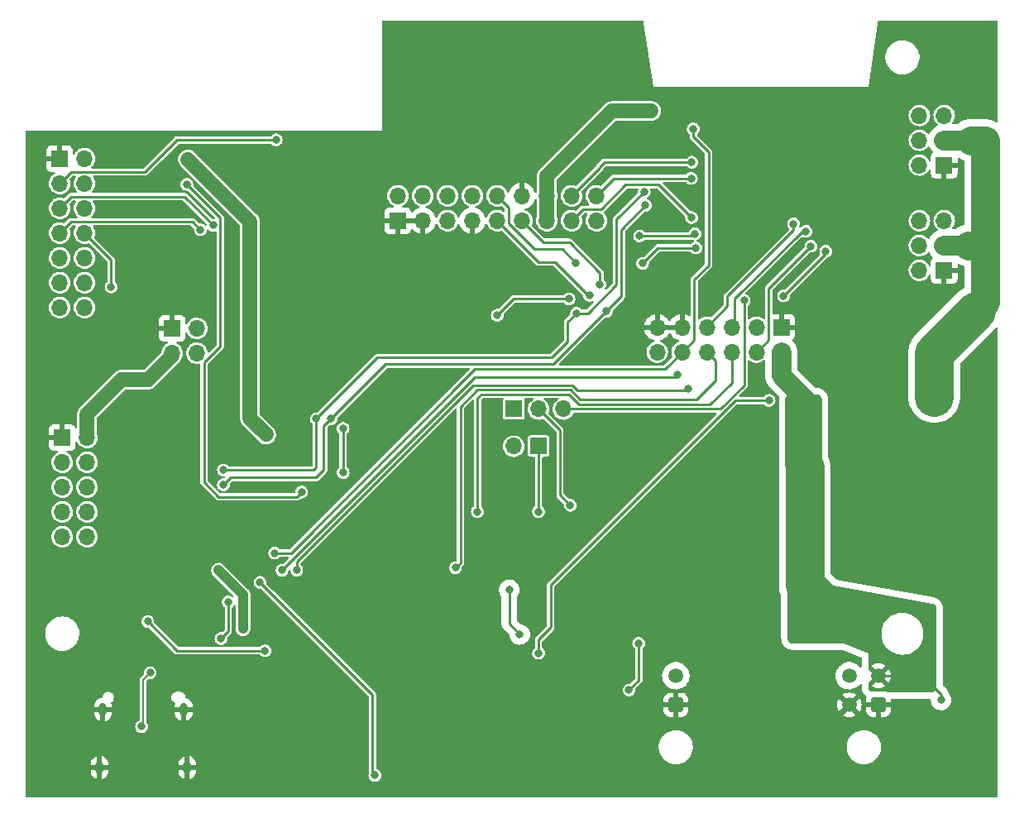
<source format=gbl>
%TF.GenerationSoftware,KiCad,Pcbnew,(6.0.9-0)*%
%TF.CreationDate,2023-01-05T01:08:25+08:00*%
%TF.ProjectId,pippino_board,70697070-696e-46f5-9f62-6f6172642e6b,rev?*%
%TF.SameCoordinates,Original*%
%TF.FileFunction,Copper,L2,Bot*%
%TF.FilePolarity,Positive*%
%FSLAX46Y46*%
G04 Gerber Fmt 4.6, Leading zero omitted, Abs format (unit mm)*
G04 Created by KiCad (PCBNEW (6.0.9-0)) date 2023-01-05 01:08:25*
%MOMM*%
%LPD*%
G01*
G04 APERTURE LIST*
G04 Aperture macros list*
%AMRoundRect*
0 Rectangle with rounded corners*
0 $1 Rounding radius*
0 $2 $3 $4 $5 $6 $7 $8 $9 X,Y pos of 4 corners*
0 Add a 4 corners polygon primitive as box body*
4,1,4,$2,$3,$4,$5,$6,$7,$8,$9,$2,$3,0*
0 Add four circle primitives for the rounded corners*
1,1,$1+$1,$2,$3*
1,1,$1+$1,$4,$5*
1,1,$1+$1,$6,$7*
1,1,$1+$1,$8,$9*
0 Add four rect primitives between the rounded corners*
20,1,$1+$1,$2,$3,$4,$5,0*
20,1,$1+$1,$4,$5,$6,$7,0*
20,1,$1+$1,$6,$7,$8,$9,0*
20,1,$1+$1,$8,$9,$2,$3,0*%
G04 Aperture macros list end*
%TA.AperFunction,ComponentPad*%
%ADD10C,0.500000*%
%TD*%
%TA.AperFunction,SMDPad,CuDef*%
%ADD11RoundRect,1.250000X2.250000X-1.250000X2.250000X1.250000X-2.250000X1.250000X-2.250000X-1.250000X0*%
%TD*%
%TA.AperFunction,ComponentPad*%
%ADD12RoundRect,0.250001X0.499999X0.499999X-0.499999X0.499999X-0.499999X-0.499999X0.499999X-0.499999X0*%
%TD*%
%TA.AperFunction,ComponentPad*%
%ADD13C,1.500000*%
%TD*%
%TA.AperFunction,ComponentPad*%
%ADD14R,1.700000X1.700000*%
%TD*%
%TA.AperFunction,ComponentPad*%
%ADD15O,1.700000X1.700000*%
%TD*%
%TA.AperFunction,ComponentPad*%
%ADD16O,0.800000X1.400000*%
%TD*%
%TA.AperFunction,ViaPad*%
%ADD17C,0.800000*%
%TD*%
%TA.AperFunction,Conductor*%
%ADD18C,1.500000*%
%TD*%
%TA.AperFunction,Conductor*%
%ADD19C,0.250000*%
%TD*%
%TA.AperFunction,Conductor*%
%ADD20C,3.000000*%
%TD*%
%TA.AperFunction,Conductor*%
%ADD21C,2.000000*%
%TD*%
%TA.AperFunction,Conductor*%
%ADD22C,4.000000*%
%TD*%
%TA.AperFunction,Conductor*%
%ADD23C,1.000000*%
%TD*%
%TA.AperFunction,Conductor*%
%ADD24C,0.200000*%
%TD*%
G04 APERTURE END LIST*
D10*
X191250000Y-130900000D03*
X186700000Y-129150000D03*
X186700000Y-134150000D03*
X191250000Y-131700000D03*
X191250000Y-130100000D03*
X185900000Y-134150000D03*
X188050000Y-132500000D03*
X189900000Y-134150000D03*
X185650000Y-132500000D03*
D11*
X188450000Y-131650000D03*
D10*
X191250000Y-132500000D03*
X191250000Y-133300000D03*
X190700000Y-129150000D03*
X186450000Y-130900000D03*
X186450000Y-132500000D03*
X190700000Y-134150000D03*
X185900000Y-129150000D03*
X187250000Y-133300000D03*
X188850000Y-130100000D03*
X189100000Y-134150000D03*
X190450000Y-132500000D03*
X186450000Y-130100000D03*
X189650000Y-132500000D03*
X188050000Y-130900000D03*
X189650000Y-130100000D03*
X185650000Y-130900000D03*
X189100000Y-129150000D03*
X188850000Y-131700000D03*
X187250000Y-130900000D03*
X190450000Y-130100000D03*
X188050000Y-131700000D03*
X190450000Y-130900000D03*
X190450000Y-131700000D03*
X189650000Y-133300000D03*
X188300000Y-134150000D03*
X188850000Y-130900000D03*
X187250000Y-130100000D03*
X185650000Y-133300000D03*
X188300000Y-129150000D03*
X188050000Y-130100000D03*
X188850000Y-132500000D03*
X186450000Y-133300000D03*
X186450000Y-131700000D03*
X185650000Y-130100000D03*
X187250000Y-131700000D03*
X185650000Y-131700000D03*
X190450000Y-133300000D03*
X187250000Y-132500000D03*
X188850000Y-133300000D03*
X187500000Y-134150000D03*
X189650000Y-130900000D03*
X188050000Y-133300000D03*
X189650000Y-131700000D03*
X187500000Y-129150000D03*
X189900000Y-129150000D03*
D12*
X187550000Y-150300000D03*
D13*
X184550000Y-150300000D03*
X187550000Y-147300000D03*
X184550000Y-147300000D03*
D14*
X177600000Y-111625000D03*
D15*
X177600000Y-114165000D03*
X175060000Y-111625000D03*
X175060000Y-114165000D03*
X172520000Y-111625000D03*
X172520000Y-114165000D03*
X169980000Y-111625000D03*
X169980000Y-114165000D03*
X167440000Y-111625000D03*
X167440000Y-114165000D03*
X164900000Y-111625000D03*
X164900000Y-114165000D03*
D12*
X166808000Y-150300000D03*
D13*
X166808000Y-147300000D03*
D14*
X104000000Y-122920000D03*
D15*
X106540000Y-122920000D03*
X104000000Y-125460000D03*
X106540000Y-125460000D03*
X104000000Y-128000000D03*
X106540000Y-128000000D03*
X104000000Y-130540000D03*
X106540000Y-130540000D03*
X104000000Y-133080000D03*
X106540000Y-133080000D03*
D14*
X150225000Y-120000000D03*
D15*
X152765000Y-120000000D03*
X155305000Y-120000000D03*
D14*
X138340000Y-100725000D03*
D15*
X138340000Y-98185000D03*
X140880000Y-100725000D03*
X140880000Y-98185000D03*
X143420000Y-100725000D03*
X143420000Y-98185000D03*
X145960000Y-100725000D03*
X145960000Y-98185000D03*
X148500000Y-100725000D03*
X148500000Y-98185000D03*
X151040000Y-100725000D03*
X151040000Y-98185000D03*
X153580000Y-100725000D03*
X153580000Y-98185000D03*
X156120000Y-100725000D03*
X156120000Y-98185000D03*
X158660000Y-100725000D03*
X158660000Y-98185000D03*
D14*
X194275000Y-105800000D03*
D15*
X191735000Y-105800000D03*
X194275000Y-103260000D03*
X191735000Y-103260000D03*
X194275000Y-100720000D03*
X191735000Y-100720000D03*
D14*
X115250000Y-111750000D03*
D15*
X117790000Y-111750000D03*
X115250000Y-114290000D03*
X117790000Y-114290000D03*
D16*
X116788000Y-156724000D03*
X107808000Y-156724000D03*
X108168000Y-150774000D03*
X116428000Y-150774000D03*
D14*
X194275000Y-95025000D03*
D15*
X191735000Y-95025000D03*
X194275000Y-92485000D03*
X191735000Y-92485000D03*
X194275000Y-89945000D03*
X191735000Y-89945000D03*
D14*
X103725000Y-94375000D03*
D15*
X106265000Y-94375000D03*
X103725000Y-96915000D03*
X106265000Y-96915000D03*
X103725000Y-99455000D03*
X106265000Y-99455000D03*
X103725000Y-101995000D03*
X106265000Y-101995000D03*
X103725000Y-104535000D03*
X106265000Y-104535000D03*
X103725000Y-107075000D03*
X106265000Y-107075000D03*
X103725000Y-109615000D03*
X106265000Y-109615000D03*
D14*
X152750000Y-123810000D03*
D15*
X150210000Y-123810000D03*
D17*
X124000000Y-121750000D03*
X116870000Y-94448000D03*
X117836000Y-95414000D03*
X124875000Y-122625000D03*
X146250000Y-154000000D03*
X174274000Y-91400000D03*
X172242000Y-92924000D03*
X151574799Y-154699799D03*
X153750000Y-88500000D03*
X186200000Y-116650000D03*
X191750000Y-97500000D03*
X161987299Y-153537299D03*
X120250000Y-132500000D03*
X159200000Y-138050000D03*
X132750000Y-104000000D03*
X170281600Y-109118400D03*
X114250000Y-158500000D03*
X108300000Y-141100000D03*
X188000000Y-123250000D03*
X151250000Y-158500000D03*
X198250000Y-142500000D03*
X173766000Y-92924000D03*
X148250000Y-126000000D03*
X141750000Y-130000000D03*
X175200000Y-95800000D03*
X139750000Y-150500000D03*
X143650000Y-116900000D03*
X139350000Y-109450000D03*
X141250000Y-159000000D03*
X149500000Y-136750000D03*
X142250000Y-111000000D03*
X177068000Y-94448000D03*
X167250000Y-132000000D03*
X166325000Y-158550000D03*
X171988000Y-91400000D03*
X171734000Y-89876000D03*
X151012299Y-150262299D03*
X120450000Y-147600000D03*
X102150000Y-146800000D03*
X190750000Y-153500000D03*
X198250000Y-145500000D03*
X176750000Y-139750000D03*
X128250000Y-130500000D03*
X129350000Y-147400000D03*
X101250000Y-102000000D03*
X188250000Y-97500000D03*
X198100000Y-154150000D03*
X132750000Y-94000000D03*
X161798000Y-110032800D03*
X132750000Y-101000000D03*
X175200000Y-94400000D03*
X192200000Y-107900000D03*
X187250000Y-158000000D03*
X115900000Y-99675000D03*
X106750000Y-137500000D03*
X135750000Y-121500000D03*
X114250000Y-155500000D03*
X175290000Y-92924000D03*
X195000000Y-156000000D03*
X110750000Y-158500000D03*
X139650000Y-112850000D03*
X159325000Y-158550000D03*
X136250000Y-146000000D03*
X169750000Y-130000000D03*
X109750000Y-120500000D03*
X149750000Y-88500000D03*
X187750000Y-88500000D03*
X171750000Y-127500000D03*
X173250000Y-136500000D03*
X132750000Y-97500000D03*
X107750000Y-92500000D03*
X120250000Y-153500000D03*
X130750000Y-158000000D03*
X125250000Y-100000000D03*
X171480000Y-88352000D03*
X100750000Y-120000000D03*
X197250000Y-82500000D03*
X101250000Y-107500000D03*
X168750000Y-126500000D03*
X145250000Y-112500000D03*
X179100000Y-88352000D03*
X126250000Y-113000000D03*
X186050000Y-110550000D03*
X175290000Y-88352000D03*
X172400000Y-94400000D03*
X156750000Y-81000000D03*
X198000000Y-158100000D03*
X122750000Y-124000000D03*
X144250000Y-138000000D03*
X152645759Y-113604241D03*
X103250000Y-157500000D03*
X129250000Y-150500000D03*
X157750000Y-122550000D03*
X175500000Y-151750000D03*
X124250000Y-94500000D03*
X172400000Y-95800000D03*
X177068000Y-96226000D03*
X181450000Y-111850000D03*
X149250000Y-81500000D03*
X127750000Y-125000000D03*
X175750000Y-158500000D03*
X163325000Y-158550000D03*
X161798000Y-111963200D03*
X174782000Y-89876000D03*
X142250000Y-145000000D03*
X168700000Y-98400000D03*
X147750000Y-122500000D03*
X150750000Y-106500000D03*
X123350000Y-147300000D03*
X195050000Y-158750000D03*
X135600000Y-103950000D03*
X180750000Y-114550000D03*
X168287682Y-152486916D03*
X143500000Y-122700000D03*
X162509200Y-103682800D03*
X145275500Y-146417792D03*
X101250000Y-97000000D03*
X190750000Y-157500000D03*
X148196398Y-142578201D03*
X194600000Y-97850000D03*
X115250000Y-119500000D03*
X156750000Y-84000000D03*
X102250000Y-137500000D03*
X116460000Y-142870000D03*
X197250000Y-87000000D03*
X175200000Y-97200000D03*
X187050000Y-107350000D03*
X176560000Y-91400000D03*
X158597600Y-103479600D03*
X103250000Y-153500000D03*
X125750000Y-109500000D03*
X173800000Y-95800000D03*
X173800000Y-97200000D03*
X100750000Y-126500000D03*
X100750000Y-132500000D03*
X101250000Y-112500000D03*
X138050000Y-148150000D03*
X181750000Y-158000000D03*
X173800000Y-94400000D03*
X106650000Y-146500000D03*
X172400000Y-97200000D03*
X176000000Y-145000000D03*
X172550000Y-131100000D03*
X121750000Y-94500000D03*
X125750000Y-116000000D03*
X141580000Y-95050000D03*
X120750000Y-116000000D03*
X156900000Y-126000000D03*
X109750000Y-123500000D03*
X184000000Y-119150000D03*
X170625000Y-158850000D03*
X148750000Y-131500000D03*
X177830000Y-89876000D03*
X177068000Y-92924000D03*
X111250000Y-102000000D03*
X145750000Y-141500000D03*
X121250000Y-113000000D03*
X144600000Y-109150000D03*
X170750000Y-137000000D03*
X140750000Y-81000000D03*
X175500000Y-137250000D03*
X135750000Y-130000000D03*
X114750000Y-136500000D03*
X157912299Y-154612299D03*
X135500000Y-94100000D03*
X176560000Y-99528000D03*
X110250000Y-110000000D03*
X110750000Y-155500000D03*
X121250000Y-109000000D03*
X103250000Y-150000000D03*
X194750000Y-85000000D03*
X150830497Y-143080497D03*
X149750000Y-138500000D03*
X193250000Y-115750000D03*
X193250000Y-117250000D03*
X193250000Y-114250000D03*
X193250000Y-118750000D03*
X164250000Y-89500000D03*
X163000000Y-89500000D03*
X122500000Y-142500000D03*
X120000000Y-136500000D03*
X121000000Y-139750000D03*
X168586000Y-91322000D03*
X120250000Y-143500000D03*
X125750000Y-134750000D03*
X179000000Y-122000000D03*
X179000000Y-119500000D03*
X180500000Y-123250000D03*
X180500000Y-119500000D03*
X179000000Y-124500000D03*
X179000000Y-125750000D03*
X180500000Y-125750000D03*
X179000000Y-123250000D03*
X180500000Y-120750000D03*
X193962500Y-149787500D03*
X180500000Y-124500000D03*
X179000000Y-120750000D03*
X180500000Y-122000000D03*
X163000000Y-143992300D03*
X162012300Y-148762300D03*
X112110000Y-152510000D03*
X113000000Y-147000000D03*
X119450000Y-101200000D03*
X118150000Y-101650000D03*
X109000000Y-107500000D03*
X125900000Y-92450000D03*
X178846000Y-101052000D03*
X180116000Y-101814000D03*
X128500000Y-128500000D03*
X146500000Y-130500000D03*
X116750000Y-97000000D03*
X168860000Y-103510000D03*
X163410000Y-105080000D03*
X156590000Y-105020000D03*
X168760000Y-102070000D03*
X163100000Y-102280000D03*
X173800000Y-108900000D03*
X168420000Y-100400000D03*
X156000000Y-129850000D03*
X152750000Y-130500000D03*
X124250000Y-137750000D03*
X136000000Y-157500000D03*
X152750000Y-145000000D03*
X176350000Y-119125000D03*
X155860000Y-108730000D03*
X148530000Y-110390000D03*
X180624000Y-103338000D03*
X128000000Y-136500000D03*
X168050000Y-117900000D03*
X166965593Y-116525500D03*
X182148000Y-103846000D03*
X177830000Y-108418000D03*
X126500000Y-136500000D03*
X112750000Y-141750000D03*
X124750000Y-144750000D03*
X159040000Y-107240000D03*
X157980000Y-108360000D03*
X168450000Y-94740000D03*
X168390000Y-96400000D03*
X144250000Y-136250000D03*
X120500000Y-127750000D03*
X159680000Y-109990000D03*
X163707299Y-99152701D03*
X131500000Y-121000000D03*
X120500000Y-126250000D03*
X130000000Y-121000000D03*
X156650000Y-110200000D03*
X163570000Y-97750000D03*
X132750000Y-122000000D03*
X132750000Y-126500000D03*
D18*
X123211000Y-100789000D02*
X116870000Y-94448000D01*
X124875000Y-122625000D02*
X123211000Y-120961000D01*
X123211000Y-120961000D02*
X123211000Y-100789000D01*
D19*
X149750000Y-142000000D02*
X150830497Y-143080497D01*
X149750000Y-138500000D02*
X149750000Y-142000000D01*
D20*
X198500000Y-103000000D02*
X198500000Y-92500000D01*
D21*
X196985000Y-92485000D02*
X197000000Y-92500000D01*
D20*
X196780000Y-103260000D02*
X198240000Y-103260000D01*
D21*
X194240000Y-103260000D02*
X196780000Y-103260000D01*
D20*
X198500000Y-109000000D02*
X197500000Y-110000000D01*
X198500000Y-109000000D02*
X198500000Y-103000000D01*
X198240000Y-103260000D02*
X198500000Y-103000000D01*
D22*
X193250000Y-115750000D02*
X193250000Y-114250000D01*
D21*
X194275000Y-103260000D02*
X194240000Y-103260000D01*
D20*
X198500000Y-92500000D02*
X197000000Y-92500000D01*
D22*
X193250000Y-117250000D02*
X193250000Y-115750000D01*
X193250000Y-118750000D02*
X193250000Y-117250000D01*
X193250000Y-114250000D02*
X197500000Y-110000000D01*
D21*
X194275000Y-92485000D02*
X196985000Y-92485000D01*
D18*
X115250000Y-114290000D02*
X115250000Y-114500000D01*
D23*
X122000000Y-138500000D02*
X122500000Y-139000000D01*
D18*
X153580000Y-98185000D02*
X153580000Y-96170000D01*
X112750000Y-117000000D02*
X110066000Y-117000000D01*
X153580000Y-96170000D02*
X160250000Y-89500000D01*
X110066000Y-117000000D02*
X106540000Y-120526000D01*
X160250000Y-89500000D02*
X163000000Y-89500000D01*
D23*
X122500000Y-139000000D02*
X122500000Y-142500000D01*
D18*
X153580000Y-100725000D02*
X153580000Y-98185000D01*
X163000000Y-89500000D02*
X164277600Y-89500000D01*
D23*
X120000000Y-136500000D02*
X122000000Y-138500000D01*
D18*
X106540000Y-120526000D02*
X106540000Y-122920000D01*
X115250000Y-114500000D02*
X112750000Y-117000000D01*
D19*
X121000000Y-142750000D02*
X121000000Y-139750000D01*
X146250000Y-115900000D02*
X165705000Y-115900000D01*
X168586000Y-91322000D02*
X168586000Y-92136000D01*
X168705000Y-112900000D02*
X167440000Y-114165000D01*
X125750000Y-134750000D02*
X127400000Y-134750000D01*
X168586000Y-92136000D02*
X170150000Y-93700000D01*
X120250000Y-143500000D02*
X121000000Y-142750000D01*
X170150000Y-93700000D02*
X170150000Y-105300000D01*
X127400000Y-134750000D02*
X146250000Y-115900000D01*
X170150000Y-105300000D02*
X168700000Y-106750000D01*
X165705000Y-115900000D02*
X167440000Y-114165000D01*
X168700000Y-106750000D02*
X168700000Y-112895000D01*
X168700000Y-112895000D02*
X168705000Y-112900000D01*
X187550000Y-147300000D02*
X192050000Y-147300000D01*
D21*
X177600000Y-114165000D02*
X177600000Y-116600000D01*
D22*
X180000000Y-138000000D02*
X184000000Y-142000000D01*
D19*
X193962500Y-149212500D02*
X193962500Y-149787500D01*
D21*
X177600000Y-116600000D02*
X180500000Y-119500000D01*
D19*
X192050000Y-147300000D02*
X193962500Y-149212500D01*
D22*
X180000000Y-126000000D02*
X180000000Y-138000000D01*
D19*
X163000000Y-147774600D02*
X162012300Y-148762300D01*
X163000000Y-143992300D02*
X163000000Y-147774600D01*
D24*
X112250000Y-147750000D02*
X113000000Y-147000000D01*
X112250000Y-152370000D02*
X112250000Y-147750000D01*
X112110000Y-152510000D02*
X112250000Y-152370000D01*
D19*
X104930000Y-98250000D02*
X116250000Y-98250000D01*
X103725000Y-99455000D02*
X104930000Y-98250000D01*
X116250000Y-98250000D02*
X116500000Y-98250000D01*
X116500000Y-98250000D02*
X119450000Y-101200000D01*
X104900000Y-100820000D02*
X103725000Y-101995000D01*
X118150000Y-101650000D02*
X117320000Y-100820000D01*
X117320000Y-100820000D02*
X104900000Y-100820000D01*
X109000000Y-107500000D02*
X109000000Y-104730000D01*
X109000000Y-104730000D02*
X106265000Y-101995000D01*
X112460000Y-95740000D02*
X115300000Y-92900000D01*
X103725000Y-96915000D02*
X104900000Y-95740000D01*
X104900000Y-95740000D02*
X112460000Y-95740000D01*
X115300000Y-92900000D02*
X115750000Y-92450000D01*
X115750000Y-92450000D02*
X125900000Y-92450000D01*
X172070000Y-108461604D02*
X178846000Y-101685604D01*
X169980000Y-111553600D02*
X172070000Y-109463600D01*
X178846000Y-101685604D02*
X178846000Y-101052000D01*
X169980000Y-111625000D02*
X169980000Y-111553600D01*
X172070000Y-109463600D02*
X172070000Y-108461604D01*
X179719600Y-101814000D02*
X180116000Y-101814000D01*
X172821600Y-108712000D02*
X179719600Y-101814000D01*
X172520000Y-111625000D02*
X172821600Y-111323400D01*
X172821600Y-111323400D02*
X172821600Y-108712000D01*
X172520000Y-117315690D02*
X170285690Y-119550000D01*
X156900000Y-119550000D02*
X155850000Y-118500000D01*
X172520000Y-114165000D02*
X172520000Y-117315690D01*
X155850000Y-118500000D02*
X146863604Y-118500000D01*
X128000000Y-129000000D02*
X120000000Y-129000000D01*
X120175000Y-100425000D02*
X116750000Y-97000000D01*
X118500000Y-115241701D02*
X120175000Y-113566701D01*
X146863604Y-118500000D02*
X146500000Y-118863604D01*
X146500000Y-118863604D02*
X146500000Y-130500000D01*
X120175000Y-113566701D02*
X120175000Y-100425000D01*
X170285690Y-119550000D02*
X156900000Y-119550000D01*
X118500000Y-127500000D02*
X118500000Y-115241701D01*
X128500000Y-128500000D02*
X128000000Y-129000000D01*
X120000000Y-129000000D02*
X118500000Y-127500000D01*
X152313299Y-103660000D02*
X149675000Y-101021701D01*
X149675000Y-99360000D02*
X148500000Y-98185000D01*
X164980000Y-103510000D02*
X168860000Y-103510000D01*
X163410000Y-105080000D02*
X164980000Y-103510000D01*
X156590000Y-105020000D02*
X155230000Y-103660000D01*
X149675000Y-101021701D02*
X149675000Y-99360000D01*
X155230000Y-103660000D02*
X152313299Y-103660000D01*
X168760000Y-102070000D02*
X168550000Y-102280000D01*
X168550000Y-102280000D02*
X163100000Y-102280000D01*
X173800000Y-108900000D02*
X173800000Y-117550000D01*
X171350000Y-120000000D02*
X155305000Y-120000000D01*
X173800000Y-117550000D02*
X171350000Y-120000000D01*
X159146701Y-99550000D02*
X157295000Y-99550000D01*
X161671701Y-97025000D02*
X159146701Y-99550000D01*
X157295000Y-99550000D02*
X156120000Y-100725000D01*
X165045000Y-97025000D02*
X161671701Y-97025000D01*
X168420000Y-100400000D02*
X165045000Y-97025000D01*
X154950000Y-122185000D02*
X152765000Y-120000000D01*
X154950000Y-128800000D02*
X154950000Y-122185000D01*
X156000000Y-129850000D02*
X154950000Y-128800000D01*
X152750000Y-130500000D02*
X152750000Y-123810000D01*
X136000000Y-157500000D02*
X135750000Y-157250000D01*
X135750000Y-149250000D02*
X124250000Y-137750000D01*
X135750000Y-157250000D02*
X135750000Y-149250000D01*
X154000000Y-142350000D02*
X152750000Y-143600000D01*
X176350000Y-119125000D02*
X172875000Y-119125000D01*
X154000000Y-138000000D02*
X154000000Y-142350000D01*
X172875000Y-119125000D02*
X154000000Y-138000000D01*
X152750000Y-143600000D02*
X152750000Y-145000000D01*
X148530000Y-110390000D02*
X150190000Y-108730000D01*
X150190000Y-108730000D02*
X155860000Y-108730000D01*
X167850000Y-118100000D02*
X156722792Y-118100000D01*
X146036396Y-117600000D02*
X128000000Y-135636396D01*
X128000000Y-135636396D02*
X128000000Y-136500000D01*
X156222792Y-117600000D02*
X146036396Y-117600000D01*
X175060000Y-114165000D02*
X176306000Y-112919000D01*
X176306000Y-107656000D02*
X180624000Y-103338000D01*
X176306000Y-112919000D02*
X176306000Y-107656000D01*
X168050000Y-117900000D02*
X167850000Y-118100000D01*
X156722792Y-118100000D02*
X156222792Y-117600000D01*
X182148000Y-104100000D02*
X177830000Y-108418000D01*
X146250000Y-116750000D02*
X166741093Y-116750000D01*
X182148000Y-103846000D02*
X182148000Y-104100000D01*
X126500000Y-136500000D02*
X146250000Y-116750000D01*
X166741093Y-116750000D02*
X166965593Y-116525500D01*
X115750000Y-144750000D02*
X124750000Y-144750000D01*
X112750000Y-141750000D02*
X115750000Y-144750000D01*
X159040000Y-106040000D02*
X155935000Y-102935000D01*
X155935000Y-102935000D02*
X153250000Y-102935000D01*
X159040000Y-107240000D02*
X159040000Y-106040000D01*
X153250000Y-102935000D02*
X151040000Y-100725000D01*
X154450000Y-104960000D02*
X152720000Y-104960000D01*
X151885000Y-104110000D02*
X148500000Y-100725000D01*
X157850000Y-108360000D02*
X154450000Y-104960000D01*
X157980000Y-108360000D02*
X157850000Y-108360000D01*
X151885000Y-104125000D02*
X151885000Y-104110000D01*
X152720000Y-104960000D02*
X151885000Y-104125000D01*
X159500000Y-94740000D02*
X168450000Y-94740000D01*
X159010000Y-95230000D02*
X159500000Y-94740000D01*
X159010000Y-95295000D02*
X159010000Y-95230000D01*
X156120000Y-98185000D02*
X159010000Y-95295000D01*
X158660000Y-98185000D02*
X160445000Y-96400000D01*
X160445000Y-96400000D02*
X168390000Y-96400000D01*
X156036396Y-118050000D02*
X156986396Y-119000000D01*
X168950000Y-119000000D02*
X170830000Y-117120000D01*
X144250000Y-136250000D02*
X144750000Y-135750000D01*
X144750000Y-135750000D02*
X144750000Y-119750000D01*
X170830000Y-115015000D02*
X169980000Y-114165000D01*
X156986396Y-119000000D02*
X168950000Y-119000000D01*
X144750000Y-119750000D02*
X146450000Y-118050000D01*
X146450000Y-118050000D02*
X156036396Y-118050000D01*
X170830000Y-117120000D02*
X170830000Y-115015000D01*
X121225000Y-127025000D02*
X129975000Y-127025000D01*
X159680000Y-109990000D02*
X154270000Y-115400000D01*
X137100000Y-115400000D02*
X131500000Y-121000000D01*
X161220000Y-101640000D02*
X163707299Y-99152701D01*
X120500000Y-127750000D02*
X121225000Y-127025000D01*
X159680000Y-109990000D02*
X161220000Y-108450000D01*
X154270000Y-115400000D02*
X137100000Y-115400000D01*
X161220000Y-108450000D02*
X161220000Y-101640000D01*
X130775000Y-121725000D02*
X131500000Y-121000000D01*
X130775000Y-126225000D02*
X130775000Y-121725000D01*
X129975000Y-127025000D02*
X130775000Y-126225000D01*
X129750000Y-126250000D02*
X130000000Y-126000000D01*
X157800000Y-110200000D02*
X156650000Y-110200000D01*
X154100000Y-114750000D02*
X155750000Y-113100000D01*
X160730000Y-107270000D02*
X157800000Y-110200000D01*
X160730000Y-100590000D02*
X160730000Y-107270000D01*
X136250000Y-114750000D02*
X154100000Y-114750000D01*
X130000000Y-126000000D02*
X130000000Y-121000000D01*
X120500000Y-126250000D02*
X129750000Y-126250000D01*
X130000000Y-121000000D02*
X136250000Y-114750000D01*
X155750000Y-111100000D02*
X156650000Y-110200000D01*
X155750000Y-113100000D02*
X155750000Y-111100000D01*
X163570000Y-97750000D02*
X160730000Y-100590000D01*
X132750000Y-126500000D02*
X132750000Y-122000000D01*
%TA.AperFunction,Conductor*%
G36*
X163459191Y-80269407D02*
G01*
X163495155Y-80318907D01*
X163500000Y-80349500D01*
X163500000Y-80500000D01*
X164500000Y-87000000D01*
X186500000Y-87000000D01*
X186945052Y-84107165D01*
X188247866Y-84107165D01*
X188248360Y-84110793D01*
X188248360Y-84110797D01*
X188265409Y-84236067D01*
X188282952Y-84364970D01*
X188355758Y-84614757D01*
X188357297Y-84618095D01*
X188463148Y-84847704D01*
X188463151Y-84847710D01*
X188464686Y-84851039D01*
X188607341Y-85068625D01*
X188780591Y-85262735D01*
X188980629Y-85429105D01*
X189203061Y-85564080D01*
X189443001Y-85664695D01*
X189446563Y-85665599D01*
X189446564Y-85665600D01*
X189691616Y-85727835D01*
X189691621Y-85727836D01*
X189695177Y-85728739D01*
X189911286Y-85750500D01*
X190066044Y-85750500D01*
X190152885Y-85744046D01*
X190255812Y-85736398D01*
X190255818Y-85736397D01*
X190259466Y-85736126D01*
X190513232Y-85678705D01*
X190549259Y-85664695D01*
X190581850Y-85652021D01*
X190755723Y-85584405D01*
X190981612Y-85455299D01*
X191017823Y-85426753D01*
X191183045Y-85296502D01*
X191185936Y-85294223D01*
X191188450Y-85291550D01*
X191188456Y-85291545D01*
X191361694Y-85107387D01*
X191361697Y-85107383D01*
X191364208Y-85104714D01*
X191512511Y-84890937D01*
X191627586Y-84657587D01*
X191706906Y-84409792D01*
X191707496Y-84406171D01*
X191748139Y-84156613D01*
X191748139Y-84156608D01*
X191748728Y-84152994D01*
X191752134Y-83892835D01*
X191745405Y-83843387D01*
X191717542Y-83638662D01*
X191717048Y-83635030D01*
X191644242Y-83385243D01*
X191619133Y-83330777D01*
X191536852Y-83152296D01*
X191536849Y-83152290D01*
X191535314Y-83148961D01*
X191392659Y-82931375D01*
X191219409Y-82737265D01*
X191019371Y-82570895D01*
X190796939Y-82435920D01*
X190556999Y-82335305D01*
X190553436Y-82334400D01*
X190308384Y-82272165D01*
X190308379Y-82272164D01*
X190304823Y-82271261D01*
X190088714Y-82249500D01*
X189933956Y-82249500D01*
X189847115Y-82255954D01*
X189744188Y-82263602D01*
X189744182Y-82263603D01*
X189740534Y-82263874D01*
X189486768Y-82321295D01*
X189483347Y-82322625D01*
X189483345Y-82322626D01*
X189447085Y-82336727D01*
X189244277Y-82415595D01*
X189018388Y-82544701D01*
X189015498Y-82546980D01*
X189015497Y-82546980D01*
X188916226Y-82625239D01*
X188814064Y-82705777D01*
X188811550Y-82708450D01*
X188811544Y-82708455D01*
X188638306Y-82892613D01*
X188638303Y-82892617D01*
X188635792Y-82895286D01*
X188487489Y-83109063D01*
X188372414Y-83342413D01*
X188293094Y-83590208D01*
X188292505Y-83593825D01*
X188292504Y-83593829D01*
X188286368Y-83631510D01*
X188251272Y-83847006D01*
X188247866Y-84107165D01*
X186945052Y-84107165D01*
X187500000Y-80500000D01*
X187500000Y-80349500D01*
X187518907Y-80291309D01*
X187568407Y-80255345D01*
X187599000Y-80250500D01*
X199650500Y-80250500D01*
X199708691Y-80269407D01*
X199744655Y-80318907D01*
X199749500Y-80349500D01*
X199749500Y-90563763D01*
X199730593Y-90621954D01*
X199681093Y-90657918D01*
X199619907Y-90657918D01*
X199604178Y-90651257D01*
X199568773Y-90632512D01*
X199563371Y-90629430D01*
X199501529Y-90591532D01*
X199501521Y-90591528D01*
X199498646Y-90589766D01*
X199463849Y-90574491D01*
X199439939Y-90563995D01*
X199433409Y-90560838D01*
X199379722Y-90532413D01*
X199379714Y-90532410D01*
X199376731Y-90530830D01*
X199373559Y-90529669D01*
X199373554Y-90529667D01*
X199305449Y-90504744D01*
X199299678Y-90502425D01*
X199297150Y-90501315D01*
X199260256Y-90485120D01*
X199233241Y-90473261D01*
X199233237Y-90473259D01*
X199230158Y-90471908D01*
X199168462Y-90454334D01*
X199161600Y-90452103D01*
X199124832Y-90438648D01*
X199104537Y-90431221D01*
X199104534Y-90431220D01*
X199101372Y-90430063D01*
X199098083Y-90429346D01*
X199098080Y-90429345D01*
X199027199Y-90413891D01*
X199021170Y-90412376D01*
X198948159Y-90391578D01*
X198944819Y-90391103D01*
X198944816Y-90391102D01*
X198884682Y-90382544D01*
X198877541Y-90381260D01*
X198818170Y-90368315D01*
X198814886Y-90367599D01*
X198811537Y-90367335D01*
X198811534Y-90367335D01*
X198739197Y-90361642D01*
X198733016Y-90360959D01*
X198661211Y-90350740D01*
X198661212Y-90350740D01*
X198657867Y-90350264D01*
X198654500Y-90350246D01*
X198654495Y-90350246D01*
X198594693Y-90349933D01*
X198593743Y-90349928D01*
X198588801Y-90349721D01*
X198588801Y-90349729D01*
X198586863Y-90349653D01*
X198584920Y-90349500D01*
X198512352Y-90349500D01*
X198511833Y-90349499D01*
X198364653Y-90348728D01*
X198361317Y-90349167D01*
X198359142Y-90349304D01*
X198352923Y-90349500D01*
X196926290Y-90349500D01*
X196707462Y-90364418D01*
X196704161Y-90365102D01*
X196704158Y-90365102D01*
X196423633Y-90423196D01*
X196423627Y-90423198D01*
X196420337Y-90423879D01*
X196417171Y-90425000D01*
X196417168Y-90425001D01*
X196340643Y-90452100D01*
X196143938Y-90521757D01*
X196140945Y-90523302D01*
X196140940Y-90523304D01*
X196126359Y-90530830D01*
X195883380Y-90656241D01*
X195880618Y-90658182D01*
X195880615Y-90658184D01*
X195806540Y-90710245D01*
X195707243Y-90780032D01*
X195655358Y-90816497D01*
X195598433Y-90834500D01*
X195177789Y-90834500D01*
X195119598Y-90815593D01*
X195083634Y-90766093D01*
X195083634Y-90704907D01*
X195101674Y-90672195D01*
X195101929Y-90671889D01*
X195185837Y-90571001D01*
X195189891Y-90563763D01*
X195224636Y-90501719D01*
X195284664Y-90394531D01*
X195288908Y-90382031D01*
X195348219Y-90207304D01*
X195349678Y-90203007D01*
X195351629Y-90189556D01*
X195378283Y-90005717D01*
X195378700Y-90002842D01*
X195380215Y-89945000D01*
X195361708Y-89743591D01*
X195306807Y-89548926D01*
X195217351Y-89367527D01*
X195096335Y-89205467D01*
X194947812Y-89068174D01*
X194940961Y-89063851D01*
X194780594Y-88962667D01*
X194776757Y-88960246D01*
X194588898Y-88885298D01*
X194390526Y-88845839D01*
X194290930Y-88844535D01*
X194192826Y-88843251D01*
X194192821Y-88843251D01*
X194188286Y-88843192D01*
X194183813Y-88843961D01*
X194183808Y-88843961D01*
X194085245Y-88860898D01*
X193988949Y-88877444D01*
X193799193Y-88947449D01*
X193625371Y-89050862D01*
X193621956Y-89053857D01*
X193621953Y-89053859D01*
X193605630Y-89068174D01*
X193473305Y-89184220D01*
X193348089Y-89343057D01*
X193253914Y-89522053D01*
X193252569Y-89526384D01*
X193252568Y-89526387D01*
X193212990Y-89653852D01*
X193193937Y-89715213D01*
X193170164Y-89916069D01*
X193170461Y-89920597D01*
X193177823Y-90032919D01*
X193183392Y-90117894D01*
X193233178Y-90313928D01*
X193317856Y-90497607D01*
X193434588Y-90662780D01*
X193579466Y-90803913D01*
X193594254Y-90813794D01*
X193632134Y-90861843D01*
X193634538Y-90922981D01*
X193600546Y-90973855D01*
X193577140Y-90987574D01*
X193556504Y-90996122D01*
X193523372Y-91009846D01*
X193301860Y-91145588D01*
X193298901Y-91148116D01*
X193298900Y-91148116D01*
X193278319Y-91165694D01*
X193104311Y-91314311D01*
X193101777Y-91317278D01*
X192943440Y-91502667D01*
X192935588Y-91511860D01*
X192799846Y-91733372D01*
X192791224Y-91754188D01*
X192776364Y-91790062D01*
X192736627Y-91836587D01*
X192677132Y-91850870D01*
X192620604Y-91827455D01*
X192605576Y-91811409D01*
X192598060Y-91801343D01*
X192556335Y-91745467D01*
X192407812Y-91608174D01*
X192393273Y-91599000D01*
X192240594Y-91502667D01*
X192236757Y-91500246D01*
X192048898Y-91425298D01*
X191850526Y-91385839D01*
X191750930Y-91384535D01*
X191652826Y-91383251D01*
X191652821Y-91383251D01*
X191648286Y-91383192D01*
X191643813Y-91383961D01*
X191643808Y-91383961D01*
X191545245Y-91400898D01*
X191448949Y-91417444D01*
X191259193Y-91487449D01*
X191085371Y-91590862D01*
X191081956Y-91593857D01*
X191081953Y-91593859D01*
X191024849Y-91643938D01*
X190933305Y-91724220D01*
X190930497Y-91727782D01*
X190827562Y-91858356D01*
X190808089Y-91883057D01*
X190713914Y-92062053D01*
X190712569Y-92066384D01*
X190712568Y-92066387D01*
X190655439Y-92250377D01*
X190653937Y-92255213D01*
X190630164Y-92456069D01*
X190630461Y-92460597D01*
X190641245Y-92625131D01*
X190643392Y-92657894D01*
X190693178Y-92853928D01*
X190777856Y-93037607D01*
X190894588Y-93202780D01*
X191039466Y-93343913D01*
X191207637Y-93456282D01*
X191393470Y-93536122D01*
X191590740Y-93580760D01*
X191792842Y-93588700D01*
X191831417Y-93583107D01*
X191988519Y-93560329D01*
X191988522Y-93560328D01*
X191993007Y-93559678D01*
X192119969Y-93516580D01*
X192180234Y-93496123D01*
X192180237Y-93496121D01*
X192184531Y-93494664D01*
X192361001Y-93395837D01*
X192516505Y-93266505D01*
X192609070Y-93155208D01*
X192660816Y-93122559D01*
X192721870Y-93126561D01*
X192768912Y-93165685D01*
X192776649Y-93180626D01*
X192799846Y-93236628D01*
X192935588Y-93458140D01*
X192938116Y-93461099D01*
X192938116Y-93461100D01*
X193100757Y-93651528D01*
X193124172Y-93708056D01*
X193109888Y-93767550D01*
X193084849Y-93795044D01*
X193067743Y-93807864D01*
X193057863Y-93817744D01*
X192979059Y-93922892D01*
X192972351Y-93935145D01*
X192925928Y-94058978D01*
X192923077Y-94070967D01*
X192917289Y-94124252D01*
X192917000Y-94129586D01*
X192917000Y-94508900D01*
X192898093Y-94567091D01*
X192848593Y-94603055D01*
X192787407Y-94603055D01*
X192737907Y-94567091D01*
X192729210Y-94552686D01*
X192679362Y-94451603D01*
X192679357Y-94451595D01*
X192677351Y-94447527D01*
X192556335Y-94285467D01*
X192407812Y-94148174D01*
X192403120Y-94145213D01*
X192240594Y-94042667D01*
X192236757Y-94040246D01*
X192048898Y-93965298D01*
X191850526Y-93925839D01*
X191750930Y-93924535D01*
X191652826Y-93923251D01*
X191652821Y-93923251D01*
X191648286Y-93923192D01*
X191643813Y-93923961D01*
X191643808Y-93923961D01*
X191546802Y-93940630D01*
X191448949Y-93957444D01*
X191259193Y-94027449D01*
X191085371Y-94130862D01*
X191081956Y-94133857D01*
X191081953Y-94133859D01*
X191031496Y-94178109D01*
X190933305Y-94264220D01*
X190930497Y-94267782D01*
X190821279Y-94406326D01*
X190808089Y-94423057D01*
X190713914Y-94602053D01*
X190712569Y-94606384D01*
X190712568Y-94606387D01*
X190659951Y-94775845D01*
X190653937Y-94795213D01*
X190630164Y-94996069D01*
X190630714Y-95004460D01*
X190642134Y-95178697D01*
X190643392Y-95197894D01*
X190644508Y-95202287D01*
X190644508Y-95202289D01*
X190681111Y-95346414D01*
X190693178Y-95393928D01*
X190777856Y-95577607D01*
X190894588Y-95742780D01*
X191039466Y-95883913D01*
X191207637Y-95996282D01*
X191393470Y-96076122D01*
X191590740Y-96120760D01*
X191792842Y-96128700D01*
X191846377Y-96120938D01*
X191988519Y-96100329D01*
X191988522Y-96100328D01*
X191993007Y-96099678D01*
X192091261Y-96066325D01*
X192180234Y-96036123D01*
X192180237Y-96036121D01*
X192184531Y-96034664D01*
X192361001Y-95935837D01*
X192516505Y-95806505D01*
X192645837Y-95651001D01*
X192685034Y-95581010D01*
X192731624Y-95497816D01*
X192776553Y-95456283D01*
X192837315Y-95449091D01*
X192890699Y-95478987D01*
X192916315Y-95534552D01*
X192917001Y-95546189D01*
X192917001Y-95920411D01*
X192917290Y-95925751D01*
X192923078Y-95979035D01*
X192925927Y-95991020D01*
X192972351Y-96114855D01*
X192979059Y-96127108D01*
X193057863Y-96232256D01*
X193067744Y-96242137D01*
X193172892Y-96320941D01*
X193185145Y-96327649D01*
X193308978Y-96374072D01*
X193320967Y-96376923D01*
X193374252Y-96382711D01*
X193379586Y-96383000D01*
X194005320Y-96383000D01*
X194018005Y-96378878D01*
X194021000Y-96374757D01*
X194021000Y-96367319D01*
X194529000Y-96367319D01*
X194533122Y-96380004D01*
X194537243Y-96382999D01*
X195170411Y-96382999D01*
X195175751Y-96382710D01*
X195229035Y-96376922D01*
X195241020Y-96374073D01*
X195364855Y-96327649D01*
X195377108Y-96320941D01*
X195482256Y-96242137D01*
X195492137Y-96232256D01*
X195570941Y-96127108D01*
X195577649Y-96114855D01*
X195624072Y-95991022D01*
X195626923Y-95979033D01*
X195632711Y-95925748D01*
X195633000Y-95920414D01*
X195633000Y-95294680D01*
X195628878Y-95281995D01*
X195624757Y-95279000D01*
X194544680Y-95279000D01*
X194531995Y-95283122D01*
X194529000Y-95287243D01*
X194529000Y-96367319D01*
X194021000Y-96367319D01*
X194021000Y-94870000D01*
X194039907Y-94811809D01*
X194089407Y-94775845D01*
X194120000Y-94771000D01*
X195617319Y-94771000D01*
X195630004Y-94766878D01*
X195632999Y-94762757D01*
X195632999Y-94358925D01*
X195651906Y-94300734D01*
X195701406Y-94264770D01*
X195762592Y-94264770D01*
X195789769Y-94278529D01*
X195815178Y-94296786D01*
X195835760Y-94311576D01*
X195864134Y-94331965D01*
X196123269Y-94469170D01*
X196126438Y-94470330D01*
X196126441Y-94470331D01*
X196149376Y-94478724D01*
X196284523Y-94528181D01*
X196332671Y-94565933D01*
X196349500Y-94621150D01*
X196349500Y-101072390D01*
X196330593Y-101130581D01*
X196281093Y-101166545D01*
X196270576Y-101169333D01*
X196203633Y-101183196D01*
X196203627Y-101183198D01*
X196200337Y-101183879D01*
X196197171Y-101185000D01*
X196197168Y-101185001D01*
X196110503Y-101215691D01*
X195923938Y-101281757D01*
X195920945Y-101283302D01*
X195920940Y-101283304D01*
X195839976Y-101325093D01*
X195663380Y-101416241D01*
X195660618Y-101418182D01*
X195660615Y-101418184D01*
X195605683Y-101456791D01*
X195423484Y-101584842D01*
X195421021Y-101587130D01*
X195420639Y-101587440D01*
X195358340Y-101609500D01*
X195177789Y-101609500D01*
X195119598Y-101590593D01*
X195083634Y-101541093D01*
X195083634Y-101479907D01*
X195101674Y-101447195D01*
X195102715Y-101445944D01*
X195185837Y-101346001D01*
X195197729Y-101324767D01*
X195221815Y-101281757D01*
X195284664Y-101169531D01*
X195286580Y-101163889D01*
X195324561Y-101052000D01*
X195349678Y-100978007D01*
X195350768Y-100970494D01*
X195378283Y-100780717D01*
X195378700Y-100777842D01*
X195380215Y-100720000D01*
X195379898Y-100716541D01*
X195365396Y-100558724D01*
X195361708Y-100518591D01*
X195306807Y-100323926D01*
X195217351Y-100142527D01*
X195096335Y-99980467D01*
X194947812Y-99843174D01*
X194928686Y-99831106D01*
X194780594Y-99737667D01*
X194776757Y-99735246D01*
X194588898Y-99660298D01*
X194390526Y-99620839D01*
X194290930Y-99619535D01*
X194192826Y-99618251D01*
X194192821Y-99618251D01*
X194188286Y-99618192D01*
X194183813Y-99618961D01*
X194183808Y-99618961D01*
X194106245Y-99632289D01*
X193988949Y-99652444D01*
X193799193Y-99722449D01*
X193625371Y-99825862D01*
X193621956Y-99828857D01*
X193621953Y-99828859D01*
X193581298Y-99864513D01*
X193473305Y-99959220D01*
X193470497Y-99962782D01*
X193353248Y-100111513D01*
X193348089Y-100118057D01*
X193253914Y-100297053D01*
X193252569Y-100301384D01*
X193252568Y-100301387D01*
X193195402Y-100485496D01*
X193193937Y-100490213D01*
X193185496Y-100561527D01*
X193180946Y-100599977D01*
X193170164Y-100691069D01*
X193183392Y-100892894D01*
X193184508Y-100897287D01*
X193184508Y-100897289D01*
X193224424Y-101054459D01*
X193233178Y-101088928D01*
X193317856Y-101272607D01*
X193434588Y-101437780D01*
X193579466Y-101578913D01*
X193583239Y-101581434D01*
X193586767Y-101584291D01*
X193585552Y-101585791D01*
X193618745Y-101627906D01*
X193621140Y-101689044D01*
X193587142Y-101739914D01*
X193563746Y-101753625D01*
X193488372Y-101784846D01*
X193266860Y-101920588D01*
X193263901Y-101923116D01*
X193263900Y-101923116D01*
X193214061Y-101965683D01*
X193069311Y-102089311D01*
X193066777Y-102092278D01*
X192908440Y-102277667D01*
X192900588Y-102286860D01*
X192764846Y-102508372D01*
X192763356Y-102511968D01*
X192763356Y-102511969D01*
X192753852Y-102534913D01*
X192714116Y-102581439D01*
X192654621Y-102595723D01*
X192598093Y-102572308D01*
X192583070Y-102556269D01*
X192556335Y-102520467D01*
X192407812Y-102383174D01*
X192385125Y-102368859D01*
X192240594Y-102277667D01*
X192236757Y-102275246D01*
X192048898Y-102200298D01*
X191850526Y-102160839D01*
X191750930Y-102159535D01*
X191652826Y-102158251D01*
X191652821Y-102158251D01*
X191648286Y-102158192D01*
X191643813Y-102158961D01*
X191643808Y-102158961D01*
X191566245Y-102172289D01*
X191448949Y-102192444D01*
X191259193Y-102262449D01*
X191085371Y-102365862D01*
X191081956Y-102368857D01*
X191081953Y-102368859D01*
X191019419Y-102423700D01*
X190933305Y-102499220D01*
X190930497Y-102502782D01*
X190812836Y-102652036D01*
X190808089Y-102658057D01*
X190713914Y-102837053D01*
X190712569Y-102841384D01*
X190712568Y-102841387D01*
X190656032Y-103023467D01*
X190653937Y-103030213D01*
X190652266Y-103044330D01*
X190634261Y-103196458D01*
X190630164Y-103231069D01*
X190630461Y-103235597D01*
X190642874Y-103424987D01*
X190643392Y-103432894D01*
X190644508Y-103437287D01*
X190644508Y-103437289D01*
X190662364Y-103507598D01*
X190693178Y-103628928D01*
X190777856Y-103812607D01*
X190894588Y-103977780D01*
X191039466Y-104118913D01*
X191207637Y-104231282D01*
X191393470Y-104311122D01*
X191590740Y-104355760D01*
X191792842Y-104363700D01*
X191829886Y-104358329D01*
X191988519Y-104335329D01*
X191988522Y-104335328D01*
X191993007Y-104334678D01*
X192092572Y-104300880D01*
X192180234Y-104271123D01*
X192180237Y-104271121D01*
X192184531Y-104269664D01*
X192361001Y-104170837D01*
X192503981Y-104051921D01*
X192513011Y-104044411D01*
X192516505Y-104041505D01*
X192542965Y-104009691D01*
X192585707Y-103958300D01*
X192637454Y-103925651D01*
X192698508Y-103929653D01*
X192745549Y-103968778D01*
X192753286Y-103983720D01*
X192764846Y-104011628D01*
X192900588Y-104233140D01*
X193069311Y-104430689D01*
X193072278Y-104433223D01*
X193075020Y-104435965D01*
X193073525Y-104437460D01*
X193101406Y-104482992D01*
X193096583Y-104543987D01*
X193071342Y-104576493D01*
X193072728Y-104577879D01*
X193057863Y-104592744D01*
X192979059Y-104697892D01*
X192972351Y-104710145D01*
X192925928Y-104833978D01*
X192923077Y-104845967D01*
X192917289Y-104899252D01*
X192917000Y-104904586D01*
X192917000Y-105283900D01*
X192898093Y-105342091D01*
X192848593Y-105378055D01*
X192787407Y-105378055D01*
X192737907Y-105342091D01*
X192729210Y-105327686D01*
X192679362Y-105226603D01*
X192679357Y-105226595D01*
X192677351Y-105222527D01*
X192565797Y-105073138D01*
X192559051Y-105064104D01*
X192559050Y-105064103D01*
X192556335Y-105060467D01*
X192407812Y-104923174D01*
X192401660Y-104919292D01*
X192240594Y-104817667D01*
X192236757Y-104815246D01*
X192048898Y-104740298D01*
X191850526Y-104700839D01*
X191750930Y-104699535D01*
X191652826Y-104698251D01*
X191652821Y-104698251D01*
X191648286Y-104698192D01*
X191643813Y-104698961D01*
X191643808Y-104698961D01*
X191575702Y-104710664D01*
X191448949Y-104732444D01*
X191259193Y-104802449D01*
X191085371Y-104905862D01*
X191081956Y-104908857D01*
X191081953Y-104908859D01*
X191013181Y-104969171D01*
X190933305Y-105039220D01*
X190930497Y-105042782D01*
X190835174Y-105163700D01*
X190808089Y-105198057D01*
X190713914Y-105377053D01*
X190712569Y-105381384D01*
X190712568Y-105381387D01*
X190655309Y-105565795D01*
X190653937Y-105570213D01*
X190630164Y-105771069D01*
X190633008Y-105814466D01*
X190641362Y-105941916D01*
X190643392Y-105972894D01*
X190644508Y-105977287D01*
X190644508Y-105977289D01*
X190669546Y-106075878D01*
X190693178Y-106168928D01*
X190777856Y-106352607D01*
X190894588Y-106517780D01*
X191039466Y-106658913D01*
X191207637Y-106771282D01*
X191393470Y-106851122D01*
X191590740Y-106895760D01*
X191792842Y-106903700D01*
X191846377Y-106895938D01*
X191988519Y-106875329D01*
X191988522Y-106875328D01*
X191993007Y-106874678D01*
X192092572Y-106840880D01*
X192180234Y-106811123D01*
X192180237Y-106811121D01*
X192184531Y-106809664D01*
X192322476Y-106732412D01*
X192357039Y-106713056D01*
X192357041Y-106713055D01*
X192361001Y-106710837D01*
X192516505Y-106581505D01*
X192645837Y-106426001D01*
X192698264Y-106332386D01*
X192731624Y-106272816D01*
X192776553Y-106231283D01*
X192837315Y-106224091D01*
X192890699Y-106253987D01*
X192916315Y-106309552D01*
X192917001Y-106321189D01*
X192917001Y-106695411D01*
X192917290Y-106700751D01*
X192923078Y-106754035D01*
X192925927Y-106766020D01*
X192972351Y-106889855D01*
X192979059Y-106902108D01*
X193057863Y-107007256D01*
X193067744Y-107017137D01*
X193172892Y-107095941D01*
X193185145Y-107102649D01*
X193308978Y-107149072D01*
X193320967Y-107151923D01*
X193374252Y-107157711D01*
X193379586Y-107158000D01*
X194005320Y-107158000D01*
X194018005Y-107153878D01*
X194021000Y-107149757D01*
X194021000Y-107142319D01*
X194529000Y-107142319D01*
X194533122Y-107155004D01*
X194537243Y-107157999D01*
X195170411Y-107157999D01*
X195175751Y-107157710D01*
X195229035Y-107151922D01*
X195241020Y-107149073D01*
X195364855Y-107102649D01*
X195377108Y-107095941D01*
X195482256Y-107017137D01*
X195492137Y-107007256D01*
X195570941Y-106902108D01*
X195577649Y-106889855D01*
X195624072Y-106766022D01*
X195626923Y-106754033D01*
X195632711Y-106700748D01*
X195633000Y-106695414D01*
X195633000Y-106069680D01*
X195628878Y-106056995D01*
X195624757Y-106054000D01*
X194544680Y-106054000D01*
X194531995Y-106058122D01*
X194529000Y-106062243D01*
X194529000Y-107142319D01*
X194021000Y-107142319D01*
X194021000Y-105645000D01*
X194039907Y-105586809D01*
X194089407Y-105550845D01*
X194120000Y-105546000D01*
X195617319Y-105546000D01*
X195630004Y-105541878D01*
X195632999Y-105537757D01*
X195632999Y-105250508D01*
X195651906Y-105192317D01*
X195701406Y-105156353D01*
X195762592Y-105156353D01*
X195778324Y-105163015D01*
X195903269Y-105229170D01*
X195906438Y-105230330D01*
X195906441Y-105230331D01*
X195961578Y-105250508D01*
X196178628Y-105329937D01*
X196251134Y-105345746D01*
X196271590Y-105350206D01*
X196324417Y-105381076D01*
X196349011Y-105437101D01*
X196349500Y-105446934D01*
X196349500Y-107547783D01*
X196330593Y-107605974D01*
X196299250Y-107633948D01*
X196226460Y-107675131D01*
X196053691Y-107772879D01*
X196051267Y-107774673D01*
X196051265Y-107774674D01*
X195829602Y-107938697D01*
X195793054Y-107965741D01*
X195791148Y-107967488D01*
X195791145Y-107967490D01*
X195774291Y-107982934D01*
X195707391Y-108044236D01*
X191469818Y-112281809D01*
X191462786Y-112288196D01*
X191438928Y-112307863D01*
X191436846Y-112310057D01*
X191349925Y-112401653D01*
X191348117Y-112403510D01*
X191317580Y-112434047D01*
X191316594Y-112435162D01*
X191316586Y-112435170D01*
X191296625Y-112457732D01*
X191294291Y-112460279D01*
X191287173Y-112467780D01*
X191215741Y-112543054D01*
X191213936Y-112545494D01*
X191190720Y-112576868D01*
X191185285Y-112583580D01*
X191157408Y-112615089D01*
X191155692Y-112617585D01*
X191155691Y-112617587D01*
X191092786Y-112709114D01*
X191090780Y-112711927D01*
X191024679Y-112801257D01*
X191024671Y-112801269D01*
X191022879Y-112803691D01*
X191006718Y-112832256D01*
X191002164Y-112840305D01*
X190997588Y-112847628D01*
X190984528Y-112866631D01*
X190973760Y-112882298D01*
X190972363Y-112884982D01*
X190921069Y-112983516D01*
X190919420Y-112986553D01*
X190900183Y-113020555D01*
X190863219Y-113085889D01*
X190862063Y-113088680D01*
X190862062Y-113088682D01*
X190847120Y-113124756D01*
X190843470Y-113132584D01*
X190825444Y-113167211D01*
X190825440Y-113167221D01*
X190824047Y-113169896D01*
X190815835Y-113191860D01*
X190784090Y-113276764D01*
X190782824Y-113279979D01*
X190745468Y-113370166D01*
X190739140Y-113385442D01*
X190738337Y-113388339D01*
X190738329Y-113388361D01*
X190727895Y-113425987D01*
X190725226Y-113434202D01*
X190710497Y-113473596D01*
X190689019Y-113563057D01*
X190683855Y-113584568D01*
X190682989Y-113587913D01*
X190653301Y-113694967D01*
X190653299Y-113694977D01*
X190652493Y-113697883D01*
X190652049Y-113700852D01*
X190652045Y-113700872D01*
X190646273Y-113739492D01*
X190644626Y-113747967D01*
X190638546Y-113773296D01*
X190634807Y-113788870D01*
X190634465Y-113791873D01*
X190621887Y-113902260D01*
X190621436Y-113905685D01*
X190604568Y-114018555D01*
X190604456Y-114021125D01*
X190604455Y-114021133D01*
X190602191Y-114073000D01*
X190601649Y-114079889D01*
X190598102Y-114111020D01*
X190598128Y-114114044D01*
X190598128Y-114114052D01*
X190599496Y-114270725D01*
X190599500Y-114271589D01*
X190599500Y-118832354D01*
X190614257Y-119073629D01*
X190626916Y-119141929D01*
X190654117Y-119288691D01*
X190673344Y-119392433D01*
X190674252Y-119395312D01*
X190674253Y-119395317D01*
X190707802Y-119501719D01*
X190770843Y-119701659D01*
X190772096Y-119704408D01*
X190894228Y-119972403D01*
X190905300Y-119996699D01*
X190906880Y-119999277D01*
X190906883Y-119999283D01*
X191073123Y-120270562D01*
X191074711Y-120273153D01*
X191276551Y-120526901D01*
X191278705Y-120529017D01*
X191278707Y-120529020D01*
X191505660Y-120752046D01*
X191505667Y-120752052D01*
X191507811Y-120754159D01*
X191510205Y-120755996D01*
X191762634Y-120949692D01*
X191762639Y-120949696D01*
X191765043Y-120951540D01*
X192044411Y-121116101D01*
X192341753Y-121245389D01*
X192652634Y-121337476D01*
X192972421Y-121390990D01*
X192975432Y-121391121D01*
X192975437Y-121391122D01*
X193194708Y-121400695D01*
X193296346Y-121405133D01*
X193299357Y-121404896D01*
X193299359Y-121404896D01*
X193384741Y-121398176D01*
X193619579Y-121379693D01*
X193763276Y-121350458D01*
X193934342Y-121315655D01*
X193934348Y-121315653D01*
X193937304Y-121315052D01*
X193940170Y-121314093D01*
X193940174Y-121314092D01*
X194241914Y-121213131D01*
X194241919Y-121213129D01*
X194244782Y-121212171D01*
X194260314Y-121204763D01*
X194449419Y-121114564D01*
X194537430Y-121072585D01*
X194810885Y-120898375D01*
X194952660Y-120781505D01*
X195058741Y-120694059D01*
X195058745Y-120694055D01*
X195061072Y-120692137D01*
X195284259Y-120456946D01*
X195337696Y-120384731D01*
X195475326Y-120198735D01*
X195475327Y-120198733D01*
X195477121Y-120196309D01*
X195636781Y-119914111D01*
X195742396Y-119659135D01*
X195759703Y-119617352D01*
X195759705Y-119617348D01*
X195760860Y-119614558D01*
X195763347Y-119605593D01*
X195846697Y-119305037D01*
X195847507Y-119302117D01*
X195871448Y-119141929D01*
X195895051Y-118983995D01*
X195895051Y-118983993D01*
X195895432Y-118981445D01*
X195895731Y-118974616D01*
X195898680Y-118907049D01*
X195900500Y-118865367D01*
X195900500Y-115388881D01*
X195919407Y-115330690D01*
X195929496Y-115318877D01*
X199432420Y-111815953D01*
X199437053Y-111810717D01*
X199576353Y-111653266D01*
X199629072Y-111622212D01*
X199689976Y-111628076D01*
X199735801Y-111668619D01*
X199749500Y-111718865D01*
X199749500Y-159650500D01*
X199730593Y-159708691D01*
X199681093Y-159744655D01*
X199650500Y-159749500D01*
X100349500Y-159749500D01*
X100291309Y-159730593D01*
X100255345Y-159681093D01*
X100250500Y-159650500D01*
X100250500Y-157069011D01*
X106900000Y-157069011D01*
X106900270Y-157074156D01*
X106914407Y-157208666D01*
X106916551Y-157218756D01*
X106972329Y-157390420D01*
X106976525Y-157399845D01*
X107066773Y-157556157D01*
X107072834Y-157564500D01*
X107193610Y-157698637D01*
X107201280Y-157705543D01*
X107347308Y-157811638D01*
X107356233Y-157816791D01*
X107521127Y-157890207D01*
X107530939Y-157893395D01*
X107538662Y-157895037D01*
X107551750Y-157893661D01*
X107554000Y-157885264D01*
X107554000Y-157882617D01*
X108062000Y-157882617D01*
X108066067Y-157895133D01*
X108074746Y-157895588D01*
X108085061Y-157893395D01*
X108094873Y-157890207D01*
X108259767Y-157816791D01*
X108268692Y-157811638D01*
X108414720Y-157705543D01*
X108422390Y-157698637D01*
X108543166Y-157564500D01*
X108549227Y-157556157D01*
X108639475Y-157399845D01*
X108643671Y-157390420D01*
X108699449Y-157218756D01*
X108701593Y-157208666D01*
X108715730Y-157074156D01*
X108716000Y-157069011D01*
X115880000Y-157069011D01*
X115880270Y-157074156D01*
X115894407Y-157208666D01*
X115896551Y-157218756D01*
X115952329Y-157390420D01*
X115956525Y-157399845D01*
X116046773Y-157556157D01*
X116052834Y-157564500D01*
X116173610Y-157698637D01*
X116181280Y-157705543D01*
X116327308Y-157811638D01*
X116336233Y-157816791D01*
X116501127Y-157890207D01*
X116510939Y-157893395D01*
X116518662Y-157895037D01*
X116531750Y-157893661D01*
X116534000Y-157885264D01*
X116534000Y-157882617D01*
X117042000Y-157882617D01*
X117046067Y-157895133D01*
X117054746Y-157895588D01*
X117065061Y-157893395D01*
X117074873Y-157890207D01*
X117239767Y-157816791D01*
X117248692Y-157811638D01*
X117394720Y-157705543D01*
X117402390Y-157698637D01*
X117523166Y-157564500D01*
X117529227Y-157556157D01*
X117619475Y-157399845D01*
X117623671Y-157390420D01*
X117679449Y-157218756D01*
X117681593Y-157208666D01*
X117695730Y-157074156D01*
X117696000Y-157069011D01*
X117696000Y-156993680D01*
X117691878Y-156980995D01*
X117687757Y-156978000D01*
X117057680Y-156978000D01*
X117044995Y-156982122D01*
X117042000Y-156986243D01*
X117042000Y-157882617D01*
X116534000Y-157882617D01*
X116534000Y-156993680D01*
X116529878Y-156980995D01*
X116525757Y-156978000D01*
X115895680Y-156978000D01*
X115882995Y-156982122D01*
X115880000Y-156986243D01*
X115880000Y-157069011D01*
X108716000Y-157069011D01*
X108716000Y-156993680D01*
X108711878Y-156980995D01*
X108707757Y-156978000D01*
X108077680Y-156978000D01*
X108064995Y-156982122D01*
X108062000Y-156986243D01*
X108062000Y-157882617D01*
X107554000Y-157882617D01*
X107554000Y-156993680D01*
X107549878Y-156980995D01*
X107545757Y-156978000D01*
X106915680Y-156978000D01*
X106902995Y-156982122D01*
X106900000Y-156986243D01*
X106900000Y-157069011D01*
X100250500Y-157069011D01*
X100250500Y-156454320D01*
X106900000Y-156454320D01*
X106904122Y-156467005D01*
X106908243Y-156470000D01*
X107538320Y-156470000D01*
X107551005Y-156465878D01*
X107554000Y-156461757D01*
X107554000Y-156454320D01*
X108062000Y-156454320D01*
X108066122Y-156467005D01*
X108070243Y-156470000D01*
X108700320Y-156470000D01*
X108713005Y-156465878D01*
X108716000Y-156461757D01*
X108716000Y-156454320D01*
X115880000Y-156454320D01*
X115884122Y-156467005D01*
X115888243Y-156470000D01*
X116518320Y-156470000D01*
X116531005Y-156465878D01*
X116534000Y-156461757D01*
X116534000Y-156454320D01*
X117042000Y-156454320D01*
X117046122Y-156467005D01*
X117050243Y-156470000D01*
X117680320Y-156470000D01*
X117693005Y-156465878D01*
X117696000Y-156461757D01*
X117696000Y-156378989D01*
X117695730Y-156373844D01*
X117681593Y-156239334D01*
X117679449Y-156229244D01*
X117623671Y-156057580D01*
X117619475Y-156048155D01*
X117529227Y-155891843D01*
X117523166Y-155883500D01*
X117402390Y-155749363D01*
X117394720Y-155742457D01*
X117248692Y-155636362D01*
X117239767Y-155631209D01*
X117074873Y-155557793D01*
X117065061Y-155554605D01*
X117057338Y-155552963D01*
X117044250Y-155554339D01*
X117042000Y-155562736D01*
X117042000Y-156454320D01*
X116534000Y-156454320D01*
X116534000Y-155565383D01*
X116529933Y-155552867D01*
X116521254Y-155552412D01*
X116510939Y-155554605D01*
X116501127Y-155557793D01*
X116336233Y-155631209D01*
X116327308Y-155636362D01*
X116181280Y-155742457D01*
X116173610Y-155749363D01*
X116052834Y-155883500D01*
X116046773Y-155891843D01*
X115956525Y-156048155D01*
X115952329Y-156057580D01*
X115896551Y-156229244D01*
X115894407Y-156239334D01*
X115880270Y-156373844D01*
X115880000Y-156378989D01*
X115880000Y-156454320D01*
X108716000Y-156454320D01*
X108716000Y-156378989D01*
X108715730Y-156373844D01*
X108701593Y-156239334D01*
X108699449Y-156229244D01*
X108643671Y-156057580D01*
X108639475Y-156048155D01*
X108549227Y-155891843D01*
X108543166Y-155883500D01*
X108422390Y-155749363D01*
X108414720Y-155742457D01*
X108268692Y-155636362D01*
X108259767Y-155631209D01*
X108094873Y-155557793D01*
X108085061Y-155554605D01*
X108077338Y-155552963D01*
X108064250Y-155554339D01*
X108062000Y-155562736D01*
X108062000Y-156454320D01*
X107554000Y-156454320D01*
X107554000Y-155565383D01*
X107549933Y-155552867D01*
X107541254Y-155552412D01*
X107530939Y-155554605D01*
X107521127Y-155557793D01*
X107356233Y-155631209D01*
X107347308Y-155636362D01*
X107201280Y-155742457D01*
X107193610Y-155749363D01*
X107072834Y-155883500D01*
X107066773Y-155891843D01*
X106976525Y-156048155D01*
X106972329Y-156057580D01*
X106916551Y-156229244D01*
X106914407Y-156239334D01*
X106900270Y-156373844D01*
X106900000Y-156378989D01*
X106900000Y-156454320D01*
X100250500Y-156454320D01*
X100250500Y-152503138D01*
X111454758Y-152503138D01*
X111455413Y-152509071D01*
X111455413Y-152509075D01*
X111471330Y-152653251D01*
X111472035Y-152659633D01*
X111526143Y-152807490D01*
X111529472Y-152812444D01*
X111610629Y-152933219D01*
X111610632Y-152933223D01*
X111613958Y-152938172D01*
X111618369Y-152942186D01*
X111618371Y-152942188D01*
X111723028Y-153037418D01*
X111730410Y-153044135D01*
X111756819Y-153058474D01*
X111863530Y-153116414D01*
X111863532Y-153116415D01*
X111868776Y-153119262D01*
X111948534Y-153140186D01*
X112015300Y-153157702D01*
X112015304Y-153157702D01*
X112021069Y-153159215D01*
X112027030Y-153159309D01*
X112027033Y-153159309D01*
X112099782Y-153160452D01*
X112178495Y-153161688D01*
X112195899Y-153157702D01*
X112326149Y-153127871D01*
X112326151Y-153127870D01*
X112331968Y-153126538D01*
X112337299Y-153123857D01*
X112467299Y-153058474D01*
X112467301Y-153058473D01*
X112472625Y-153055795D01*
X112486277Y-153044135D01*
X112587810Y-152957418D01*
X112587811Y-152957417D01*
X112592348Y-152953542D01*
X112684224Y-152825683D01*
X112742950Y-152679598D01*
X112744994Y-152665240D01*
X112764678Y-152526929D01*
X112764678Y-152526925D01*
X112765134Y-152523723D01*
X112765278Y-152510000D01*
X112746363Y-152353694D01*
X112690710Y-152206412D01*
X112683188Y-152195467D01*
X112617912Y-152100490D01*
X112600500Y-152044416D01*
X112600500Y-151119011D01*
X115520000Y-151119011D01*
X115520270Y-151124156D01*
X115534407Y-151258666D01*
X115536551Y-151268756D01*
X115592329Y-151440420D01*
X115596525Y-151449845D01*
X115686773Y-151606157D01*
X115692834Y-151614500D01*
X115813610Y-151748637D01*
X115821280Y-151755543D01*
X115967308Y-151861638D01*
X115976233Y-151866791D01*
X116141127Y-151940207D01*
X116150939Y-151943395D01*
X116158662Y-151945037D01*
X116171750Y-151943661D01*
X116174000Y-151935264D01*
X116174000Y-151932617D01*
X116682000Y-151932617D01*
X116686067Y-151945133D01*
X116694746Y-151945588D01*
X116705061Y-151943395D01*
X116714873Y-151940207D01*
X116879767Y-151866791D01*
X116888692Y-151861638D01*
X117034720Y-151755543D01*
X117042390Y-151748637D01*
X117163166Y-151614500D01*
X117169227Y-151606157D01*
X117259475Y-151449845D01*
X117263671Y-151440420D01*
X117319449Y-151268756D01*
X117321593Y-151258666D01*
X117335730Y-151124156D01*
X117336000Y-151119011D01*
X117336000Y-151043680D01*
X117331878Y-151030995D01*
X117327757Y-151028000D01*
X116697680Y-151028000D01*
X116684995Y-151032122D01*
X116682000Y-151036243D01*
X116682000Y-151932617D01*
X116174000Y-151932617D01*
X116174000Y-151043680D01*
X116169878Y-151030995D01*
X116165757Y-151028000D01*
X115535680Y-151028000D01*
X115522995Y-151032122D01*
X115520000Y-151036243D01*
X115520000Y-151119011D01*
X112600500Y-151119011D01*
X112600500Y-149524000D01*
X115167534Y-149524000D01*
X115187313Y-149674236D01*
X115189797Y-149680233D01*
X115242819Y-149808240D01*
X115242821Y-149808244D01*
X115245302Y-149814233D01*
X115249248Y-149819375D01*
X115249250Y-149819379D01*
X115333598Y-149929302D01*
X115337549Y-149934451D01*
X115342698Y-149938402D01*
X115452621Y-150022750D01*
X115452625Y-150022752D01*
X115457767Y-150026698D01*
X115463756Y-150029179D01*
X115463760Y-150029181D01*
X115514981Y-150050397D01*
X115561507Y-150090134D01*
X115575790Y-150149629D01*
X115571250Y-150172454D01*
X115536551Y-150279244D01*
X115534407Y-150289334D01*
X115520270Y-150423844D01*
X115520000Y-150428989D01*
X115520000Y-150504320D01*
X115524122Y-150517005D01*
X115528243Y-150520000D01*
X117320320Y-150520000D01*
X117333005Y-150515878D01*
X117336000Y-150511757D01*
X117336000Y-150428989D01*
X117335730Y-150423844D01*
X117321593Y-150289334D01*
X117319449Y-150279244D01*
X117263671Y-150107580D01*
X117259475Y-150098155D01*
X117169227Y-149941843D01*
X117163166Y-149933500D01*
X117042390Y-149799363D01*
X117034720Y-149792457D01*
X116888692Y-149686362D01*
X116879767Y-149681209D01*
X116714874Y-149607794D01*
X116700123Y-149603001D01*
X116700520Y-149601781D01*
X116652626Y-149574128D01*
X116628046Y-149520808D01*
X116614729Y-149419655D01*
X116608687Y-149373764D01*
X116588909Y-149326016D01*
X116553181Y-149239760D01*
X116553179Y-149239756D01*
X116550698Y-149233767D01*
X116546752Y-149228625D01*
X116546750Y-149228621D01*
X116462402Y-149118698D01*
X116458451Y-149113549D01*
X116411288Y-149077359D01*
X116343379Y-149025250D01*
X116343375Y-149025248D01*
X116338233Y-149021302D01*
X116332244Y-149018821D01*
X116332240Y-149018819D01*
X116204233Y-148965797D01*
X116198236Y-148963313D01*
X116085720Y-148948500D01*
X115710280Y-148948500D01*
X115597764Y-148963313D01*
X115591767Y-148965797D01*
X115463760Y-149018819D01*
X115463756Y-149018821D01*
X115457767Y-149021302D01*
X115452625Y-149025248D01*
X115452621Y-149025250D01*
X115384712Y-149077359D01*
X115337549Y-149113549D01*
X115333598Y-149118698D01*
X115249250Y-149228621D01*
X115249248Y-149228625D01*
X115245302Y-149233767D01*
X115242821Y-149239756D01*
X115242819Y-149239760D01*
X115207091Y-149326016D01*
X115187313Y-149373764D01*
X115167534Y-149524000D01*
X112600500Y-149524000D01*
X112600500Y-147936190D01*
X112619407Y-147877999D01*
X112629496Y-147866186D01*
X112820137Y-147675545D01*
X112874654Y-147647768D01*
X112903578Y-147647465D01*
X112905296Y-147647700D01*
X112911069Y-147649215D01*
X112917034Y-147649309D01*
X112917036Y-147649309D01*
X112983703Y-147650356D01*
X113068495Y-147651688D01*
X113086934Y-147647465D01*
X113216149Y-147617871D01*
X113216151Y-147617870D01*
X113221968Y-147616538D01*
X113251852Y-147601508D01*
X113357299Y-147548474D01*
X113357301Y-147548473D01*
X113362625Y-147545795D01*
X113396438Y-147516916D01*
X113477810Y-147447418D01*
X113477811Y-147447417D01*
X113482348Y-147443542D01*
X113574224Y-147315683D01*
X113579468Y-147302640D01*
X113630726Y-147175131D01*
X113630727Y-147175129D01*
X113632950Y-147169598D01*
X113634932Y-147155676D01*
X113654678Y-147016929D01*
X113654678Y-147016925D01*
X113655134Y-147013723D01*
X113655278Y-147000000D01*
X113636363Y-146843694D01*
X113580710Y-146696412D01*
X113491531Y-146566657D01*
X113487078Y-146562690D01*
X113487075Y-146562686D01*
X113419557Y-146502531D01*
X113373976Y-146461919D01*
X113361462Y-146455293D01*
X113240105Y-146391037D01*
X113240102Y-146391036D01*
X113234831Y-146388245D01*
X113158480Y-146369067D01*
X113087918Y-146351343D01*
X113087915Y-146351343D01*
X113082128Y-146349889D01*
X113002564Y-146349473D01*
X112930650Y-146349096D01*
X112930648Y-146349096D01*
X112924684Y-146349065D01*
X112771588Y-146385820D01*
X112719557Y-146412675D01*
X112636985Y-146455293D01*
X112636983Y-146455295D01*
X112631679Y-146458032D01*
X112513034Y-146561533D01*
X112422501Y-146690348D01*
X112365309Y-146837039D01*
X112364531Y-146842950D01*
X112364530Y-146842953D01*
X112363653Y-146849616D01*
X112344758Y-146993138D01*
X112345413Y-146999071D01*
X112345413Y-146999075D01*
X112356087Y-147095762D01*
X112343679Y-147155676D01*
X112327689Y-147176629D01*
X112036063Y-147468255D01*
X112019760Y-147481420D01*
X112017726Y-147482733D01*
X112017722Y-147482736D01*
X112010848Y-147487175D01*
X111991015Y-147512332D01*
X111987101Y-147516737D01*
X111987102Y-147516738D01*
X111984449Y-147519869D01*
X111981572Y-147522746D01*
X111970956Y-147537601D01*
X111968170Y-147541312D01*
X111938608Y-147578811D01*
X111936042Y-147586118D01*
X111935395Y-147587363D01*
X111930889Y-147593669D01*
X111928545Y-147601508D01*
X111917208Y-147639415D01*
X111915767Y-147643851D01*
X111904841Y-147674965D01*
X111899945Y-147688906D01*
X111899500Y-147694044D01*
X111899500Y-147696182D01*
X111899426Y-147697901D01*
X111899311Y-147699262D01*
X111897456Y-147705464D01*
X111897777Y-147713635D01*
X111899424Y-147755554D01*
X111899500Y-147759441D01*
X111899500Y-151826264D01*
X111880593Y-151884455D01*
X111845907Y-151914236D01*
X111741679Y-151968032D01*
X111623034Y-152071533D01*
X111532501Y-152200348D01*
X111475309Y-152347039D01*
X111474531Y-152352950D01*
X111474530Y-152352953D01*
X111473653Y-152359616D01*
X111454758Y-152503138D01*
X100250500Y-152503138D01*
X100250500Y-151119011D01*
X107260000Y-151119011D01*
X107260270Y-151124156D01*
X107274407Y-151258666D01*
X107276551Y-151268756D01*
X107332329Y-151440420D01*
X107336525Y-151449845D01*
X107426773Y-151606157D01*
X107432834Y-151614500D01*
X107553610Y-151748637D01*
X107561280Y-151755543D01*
X107707308Y-151861638D01*
X107716233Y-151866791D01*
X107881127Y-151940207D01*
X107890939Y-151943395D01*
X107898662Y-151945037D01*
X107911750Y-151943661D01*
X107914000Y-151935264D01*
X107914000Y-151932617D01*
X108422000Y-151932617D01*
X108426067Y-151945133D01*
X108434746Y-151945588D01*
X108445061Y-151943395D01*
X108454873Y-151940207D01*
X108619767Y-151866791D01*
X108628692Y-151861638D01*
X108774720Y-151755543D01*
X108782390Y-151748637D01*
X108903166Y-151614500D01*
X108909227Y-151606157D01*
X108999475Y-151449845D01*
X109003671Y-151440420D01*
X109059449Y-151268756D01*
X109061593Y-151258666D01*
X109075730Y-151124156D01*
X109076000Y-151119011D01*
X109076000Y-151043680D01*
X109071878Y-151030995D01*
X109067757Y-151028000D01*
X108437680Y-151028000D01*
X108424995Y-151032122D01*
X108422000Y-151036243D01*
X108422000Y-151932617D01*
X107914000Y-151932617D01*
X107914000Y-151043680D01*
X107909878Y-151030995D01*
X107905757Y-151028000D01*
X107275680Y-151028000D01*
X107262995Y-151032122D01*
X107260000Y-151036243D01*
X107260000Y-151119011D01*
X100250500Y-151119011D01*
X100250500Y-150504320D01*
X107260000Y-150504320D01*
X107264122Y-150517005D01*
X107268243Y-150520000D01*
X109060320Y-150520000D01*
X109073005Y-150515878D01*
X109076000Y-150511757D01*
X109076000Y-150428989D01*
X109075730Y-150423844D01*
X109061593Y-150289334D01*
X109059449Y-150279244D01*
X109002069Y-150102649D01*
X109003837Y-150102075D01*
X108998246Y-150048920D01*
X109028835Y-149995929D01*
X109034816Y-149990954D01*
X109103302Y-149938402D01*
X109108451Y-149934451D01*
X109112402Y-149929302D01*
X109196750Y-149819379D01*
X109196752Y-149819375D01*
X109200698Y-149814233D01*
X109203179Y-149808244D01*
X109203181Y-149808240D01*
X109256203Y-149680233D01*
X109258687Y-149674236D01*
X109278466Y-149524000D01*
X109258687Y-149373764D01*
X109238909Y-149326016D01*
X109203181Y-149239760D01*
X109203179Y-149239756D01*
X109200698Y-149233767D01*
X109196752Y-149228625D01*
X109196750Y-149228621D01*
X109112402Y-149118698D01*
X109108451Y-149113549D01*
X109061288Y-149077359D01*
X108993379Y-149025250D01*
X108993375Y-149025248D01*
X108988233Y-149021302D01*
X108982244Y-149018821D01*
X108982240Y-149018819D01*
X108854233Y-148965797D01*
X108848236Y-148963313D01*
X108735720Y-148948500D01*
X108660280Y-148948500D01*
X108547764Y-148963313D01*
X108541767Y-148965797D01*
X108413760Y-149018819D01*
X108413756Y-149018821D01*
X108407767Y-149021302D01*
X108402625Y-149025248D01*
X108402621Y-149025250D01*
X108334712Y-149077359D01*
X108287549Y-149113549D01*
X108283598Y-149118698D01*
X108199250Y-149228621D01*
X108199248Y-149228625D01*
X108195302Y-149233767D01*
X108192821Y-149239756D01*
X108192819Y-149239760D01*
X108157091Y-149326016D01*
X108137313Y-149373764D01*
X108122941Y-149482934D01*
X108122273Y-149488007D01*
X108095932Y-149543232D01*
X108044703Y-149571922D01*
X107890938Y-149604605D01*
X107881129Y-149607792D01*
X107716233Y-149681209D01*
X107707308Y-149686362D01*
X107561280Y-149792457D01*
X107553610Y-149799363D01*
X107432834Y-149933500D01*
X107426773Y-149941843D01*
X107336525Y-150098155D01*
X107332329Y-150107580D01*
X107276551Y-150279244D01*
X107274407Y-150289334D01*
X107260270Y-150423844D01*
X107260000Y-150428989D01*
X107260000Y-150504320D01*
X100250500Y-150504320D01*
X100250500Y-143107165D01*
X102247866Y-143107165D01*
X102248360Y-143110793D01*
X102248360Y-143110797D01*
X102259146Y-143190050D01*
X102282952Y-143364970D01*
X102355758Y-143614757D01*
X102357297Y-143618095D01*
X102463148Y-143847704D01*
X102463151Y-143847710D01*
X102464686Y-143851039D01*
X102556694Y-143991375D01*
X102604730Y-144064642D01*
X102607341Y-144068625D01*
X102609780Y-144071357D01*
X102609781Y-144071359D01*
X102758643Y-144238144D01*
X102780591Y-144262735D01*
X102783413Y-144265082D01*
X102783414Y-144265083D01*
X102908557Y-144369163D01*
X102980629Y-144429105D01*
X103203061Y-144564080D01*
X103443001Y-144664695D01*
X103446563Y-144665599D01*
X103446564Y-144665600D01*
X103691616Y-144727835D01*
X103691621Y-144727836D01*
X103695177Y-144728739D01*
X103911286Y-144750500D01*
X104066044Y-144750500D01*
X104152885Y-144744046D01*
X104255812Y-144736398D01*
X104255818Y-144736397D01*
X104259466Y-144736126D01*
X104513232Y-144678705D01*
X104549259Y-144664695D01*
X104590364Y-144648710D01*
X104755723Y-144584405D01*
X104981612Y-144455299D01*
X105017823Y-144426753D01*
X105090875Y-144369163D01*
X105185936Y-144294223D01*
X105188450Y-144291550D01*
X105188456Y-144291545D01*
X105361694Y-144107387D01*
X105361697Y-144107383D01*
X105364208Y-144104714D01*
X105512511Y-143890937D01*
X105627586Y-143657587D01*
X105665208Y-143540055D01*
X105705787Y-143413288D01*
X105705787Y-143413287D01*
X105706906Y-143409792D01*
X105707496Y-143406171D01*
X105748139Y-143156613D01*
X105748139Y-143156608D01*
X105748728Y-143152994D01*
X105752134Y-142892835D01*
X105751180Y-142885820D01*
X105717542Y-142638662D01*
X105717048Y-142635030D01*
X105644242Y-142385243D01*
X105597630Y-142284135D01*
X105536852Y-142152296D01*
X105536849Y-142152290D01*
X105535314Y-142148961D01*
X105392659Y-141931375D01*
X105230776Y-141750000D01*
X105224651Y-141743138D01*
X112094758Y-141743138D01*
X112095413Y-141749071D01*
X112095413Y-141749075D01*
X112107698Y-141860346D01*
X112112035Y-141899633D01*
X112114087Y-141905240D01*
X112160685Y-142032574D01*
X112166143Y-142047490D01*
X112169472Y-142052444D01*
X112250629Y-142173219D01*
X112250632Y-142173223D01*
X112253958Y-142178172D01*
X112258369Y-142182186D01*
X112258371Y-142182188D01*
X112331708Y-142248919D01*
X112370410Y-142284135D01*
X112439593Y-142321699D01*
X112503530Y-142356414D01*
X112503532Y-142356415D01*
X112508776Y-142359262D01*
X112573474Y-142376235D01*
X112655300Y-142397702D01*
X112655304Y-142397702D01*
X112661069Y-142399215D01*
X112667030Y-142399309D01*
X112667033Y-142399309D01*
X112747934Y-142400580D01*
X112818495Y-142401688D01*
X112819826Y-142401383D01*
X112877924Y-142413733D01*
X112898428Y-142429465D01*
X114195503Y-143726541D01*
X115448692Y-144979730D01*
X115461852Y-144996026D01*
X115468428Y-145006210D01*
X115474852Y-145011274D01*
X115495703Y-145027712D01*
X115501618Y-145032968D01*
X115503660Y-145034698D01*
X115506538Y-145037576D01*
X115509854Y-145039945D01*
X115509858Y-145039949D01*
X115522572Y-145049035D01*
X115526301Y-145051834D01*
X115543869Y-145065683D01*
X115566600Y-145083603D01*
X115573816Y-145086137D01*
X115576299Y-145087427D01*
X115582519Y-145091872D01*
X115590358Y-145094216D01*
X115590357Y-145094216D01*
X115631691Y-145106578D01*
X115636125Y-145108019D01*
X115678672Y-145122960D01*
X115678676Y-145122961D01*
X115684548Y-145125023D01*
X115690055Y-145125500D01*
X115692196Y-145125500D01*
X115693380Y-145125551D01*
X115695823Y-145125758D01*
X115702287Y-145127691D01*
X115710461Y-145127370D01*
X115710462Y-145127370D01*
X115756115Y-145125576D01*
X115760002Y-145125500D01*
X124165814Y-145125500D01*
X124224005Y-145144407D01*
X124247984Y-145169282D01*
X124253958Y-145178172D01*
X124258369Y-145182186D01*
X124258371Y-145182188D01*
X124270849Y-145193542D01*
X124370410Y-145284135D01*
X124428514Y-145315683D01*
X124503530Y-145356414D01*
X124503532Y-145356415D01*
X124508776Y-145359262D01*
X124588534Y-145380186D01*
X124655300Y-145397702D01*
X124655304Y-145397702D01*
X124661069Y-145399215D01*
X124667030Y-145399309D01*
X124667033Y-145399309D01*
X124739782Y-145400452D01*
X124818495Y-145401688D01*
X124835899Y-145397702D01*
X124966149Y-145367871D01*
X124966151Y-145367870D01*
X124971968Y-145366538D01*
X124977299Y-145363857D01*
X125107299Y-145298474D01*
X125107301Y-145298473D01*
X125112625Y-145295795D01*
X125126277Y-145284135D01*
X125227810Y-145197418D01*
X125227811Y-145197417D01*
X125232348Y-145193542D01*
X125303721Y-145094216D01*
X125320740Y-145070532D01*
X125320741Y-145070530D01*
X125324224Y-145065683D01*
X125329792Y-145051834D01*
X125380726Y-144925131D01*
X125380727Y-144925129D01*
X125382950Y-144919598D01*
X125395491Y-144831484D01*
X125404678Y-144766929D01*
X125404678Y-144766925D01*
X125405134Y-144763723D01*
X125405278Y-144750000D01*
X125393676Y-144654123D01*
X125387080Y-144599616D01*
X125387079Y-144599613D01*
X125386363Y-144593694D01*
X125378445Y-144572738D01*
X125332820Y-144451996D01*
X125330710Y-144446412D01*
X125241531Y-144316657D01*
X125237078Y-144312690D01*
X125237075Y-144312686D01*
X125153410Y-144238144D01*
X125123976Y-144211919D01*
X125111462Y-144205293D01*
X124990105Y-144141037D01*
X124990102Y-144141036D01*
X124984831Y-144138245D01*
X124898411Y-144116538D01*
X124837918Y-144101343D01*
X124837915Y-144101343D01*
X124832128Y-144099889D01*
X124752564Y-144099473D01*
X124680650Y-144099096D01*
X124680648Y-144099096D01*
X124674684Y-144099065D01*
X124521588Y-144135820D01*
X124449035Y-144173267D01*
X124386985Y-144205293D01*
X124386983Y-144205295D01*
X124381679Y-144208032D01*
X124263034Y-144311533D01*
X124259605Y-144316412D01*
X124248350Y-144332426D01*
X124199420Y-144369163D01*
X124167353Y-144374500D01*
X115946545Y-144374500D01*
X115888354Y-144355593D01*
X115876541Y-144345504D01*
X113426361Y-141895324D01*
X113398584Y-141840807D01*
X113398353Y-141811371D01*
X113404678Y-141766929D01*
X113404678Y-141766925D01*
X113405134Y-141763723D01*
X113405278Y-141750000D01*
X113386363Y-141593694D01*
X113330710Y-141446412D01*
X113253726Y-141334400D01*
X113244912Y-141321576D01*
X113244911Y-141321575D01*
X113241531Y-141316657D01*
X113237078Y-141312690D01*
X113237075Y-141312686D01*
X113166434Y-141249748D01*
X113123976Y-141211919D01*
X113111462Y-141205293D01*
X112990105Y-141141037D01*
X112990102Y-141141036D01*
X112984831Y-141138245D01*
X112908480Y-141119067D01*
X112837918Y-141101343D01*
X112837915Y-141101343D01*
X112832128Y-141099889D01*
X112752564Y-141099473D01*
X112680650Y-141099096D01*
X112680648Y-141099096D01*
X112674684Y-141099065D01*
X112521588Y-141135820D01*
X112449035Y-141173267D01*
X112386985Y-141205293D01*
X112386983Y-141205295D01*
X112381679Y-141208032D01*
X112263034Y-141311533D01*
X112172501Y-141440348D01*
X112115309Y-141587039D01*
X112114531Y-141592950D01*
X112114530Y-141592953D01*
X112113653Y-141599616D01*
X112094758Y-141743138D01*
X105224651Y-141743138D01*
X105221852Y-141740002D01*
X105221851Y-141740001D01*
X105219409Y-141737265D01*
X105019371Y-141570895D01*
X104796939Y-141435920D01*
X104556999Y-141335305D01*
X104553436Y-141334400D01*
X104308384Y-141272165D01*
X104308379Y-141272164D01*
X104304823Y-141271261D01*
X104088714Y-141249500D01*
X103933956Y-141249500D01*
X103847115Y-141255954D01*
X103744188Y-141263602D01*
X103744182Y-141263603D01*
X103740534Y-141263874D01*
X103707888Y-141271261D01*
X103524815Y-141312686D01*
X103486768Y-141321295D01*
X103483347Y-141322625D01*
X103483345Y-141322626D01*
X103447085Y-141336727D01*
X103244277Y-141415595D01*
X103018388Y-141544701D01*
X103015498Y-141546980D01*
X103015497Y-141546980D01*
X102971729Y-141581484D01*
X102814064Y-141705777D01*
X102811550Y-141708450D01*
X102811544Y-141708455D01*
X102638306Y-141892613D01*
X102638303Y-141892617D01*
X102635792Y-141895286D01*
X102487489Y-142109063D01*
X102372414Y-142342413D01*
X102371292Y-142345918D01*
X102312696Y-142528973D01*
X102293094Y-142590208D01*
X102292505Y-142593825D01*
X102292504Y-142593829D01*
X102252685Y-142838331D01*
X102251272Y-142847006D01*
X102247866Y-143107165D01*
X100250500Y-143107165D01*
X100250500Y-136473630D01*
X119244852Y-136473630D01*
X119259039Y-136648059D01*
X119260813Y-136653534D01*
X119260813Y-136653536D01*
X119267809Y-136675131D01*
X119312973Y-136814546D01*
X119338379Y-136856414D01*
X119393602Y-136947418D01*
X119403761Y-136964160D01*
X119411085Y-136972452D01*
X121411085Y-138972452D01*
X121499321Y-139060689D01*
X121527098Y-139115206D01*
X121517527Y-139175638D01*
X121474262Y-139218903D01*
X121413830Y-139228474D01*
X121375066Y-139212890D01*
X121373976Y-139211919D01*
X121297080Y-139171204D01*
X121240105Y-139141037D01*
X121240102Y-139141036D01*
X121234831Y-139138245D01*
X121116299Y-139108472D01*
X121087918Y-139101343D01*
X121087915Y-139101343D01*
X121082128Y-139099889D01*
X121002564Y-139099473D01*
X120930650Y-139099096D01*
X120930648Y-139099096D01*
X120924684Y-139099065D01*
X120771588Y-139135820D01*
X120699035Y-139173267D01*
X120636985Y-139205293D01*
X120636983Y-139205295D01*
X120631679Y-139208032D01*
X120513034Y-139311533D01*
X120422501Y-139440348D01*
X120365309Y-139587039D01*
X120364531Y-139592950D01*
X120364530Y-139592953D01*
X120358463Y-139639036D01*
X120344758Y-139743138D01*
X120345413Y-139749071D01*
X120345413Y-139749075D01*
X120353771Y-139824776D01*
X120362035Y-139899633D01*
X120364087Y-139905240D01*
X120411644Y-140035195D01*
X120416143Y-140047490D01*
X120419472Y-140052444D01*
X120500629Y-140173219D01*
X120500632Y-140173223D01*
X120503958Y-140178172D01*
X120508369Y-140182186D01*
X120508371Y-140182188D01*
X120592128Y-140258400D01*
X120622443Y-140311548D01*
X120624500Y-140331624D01*
X120624500Y-142553455D01*
X120605593Y-142611646D01*
X120595504Y-142623459D01*
X120398093Y-142820870D01*
X120343576Y-142848647D01*
X120327571Y-142849865D01*
X120180650Y-142849096D01*
X120180648Y-142849096D01*
X120174684Y-142849065D01*
X120021588Y-142885820D01*
X119960246Y-142917481D01*
X119886985Y-142955293D01*
X119886983Y-142955295D01*
X119881679Y-142958032D01*
X119763034Y-143061533D01*
X119672501Y-143190348D01*
X119615309Y-143337039D01*
X119614531Y-143342950D01*
X119614530Y-143342953D01*
X119609773Y-143379091D01*
X119594758Y-143493138D01*
X119595413Y-143499071D01*
X119595413Y-143499075D01*
X119601586Y-143554986D01*
X119612035Y-143649633D01*
X119619341Y-143669598D01*
X119660118Y-143781025D01*
X119666143Y-143797490D01*
X119669472Y-143802444D01*
X119750629Y-143923219D01*
X119750632Y-143923223D01*
X119753958Y-143928172D01*
X119758369Y-143932186D01*
X119758371Y-143932188D01*
X119865995Y-144030118D01*
X119870410Y-144034135D01*
X119926597Y-144064642D01*
X120003530Y-144106414D01*
X120003532Y-144106415D01*
X120008776Y-144109262D01*
X120088534Y-144130186D01*
X120155300Y-144147702D01*
X120155304Y-144147702D01*
X120161069Y-144149215D01*
X120167030Y-144149309D01*
X120167033Y-144149309D01*
X120239782Y-144150451D01*
X120318495Y-144151688D01*
X120375824Y-144138558D01*
X120466149Y-144117871D01*
X120466151Y-144117870D01*
X120471968Y-144116538D01*
X120477299Y-144113857D01*
X120607299Y-144048474D01*
X120607301Y-144048473D01*
X120612625Y-144045795D01*
X120626277Y-144034135D01*
X120727810Y-143947418D01*
X120727811Y-143947417D01*
X120732348Y-143943542D01*
X120784602Y-143870822D01*
X120820740Y-143820532D01*
X120820741Y-143820530D01*
X120824224Y-143815683D01*
X120831918Y-143796545D01*
X120880726Y-143675131D01*
X120880727Y-143675129D01*
X120882950Y-143669598D01*
X120884660Y-143657587D01*
X120904678Y-143516929D01*
X120904678Y-143516925D01*
X120905134Y-143513723D01*
X120905278Y-143500000D01*
X120897654Y-143437001D01*
X120909433Y-143376961D01*
X120925933Y-143355104D01*
X121229725Y-143051312D01*
X121246025Y-143038148D01*
X121256210Y-143031572D01*
X121277719Y-143004289D01*
X121282964Y-142998385D01*
X121284695Y-142996342D01*
X121287575Y-142993462D01*
X121289945Y-142990146D01*
X121289948Y-142990142D01*
X121299024Y-142977441D01*
X121301826Y-142973708D01*
X121328538Y-142939825D01*
X121328538Y-142939824D01*
X121333603Y-142933400D01*
X121336138Y-142926182D01*
X121337424Y-142923705D01*
X121341872Y-142917481D01*
X121351757Y-142884427D01*
X121356576Y-142868315D01*
X121358017Y-142863879D01*
X121372961Y-142821325D01*
X121372962Y-142821322D01*
X121375023Y-142815452D01*
X121375500Y-142809945D01*
X121375500Y-142807808D01*
X121375552Y-142806602D01*
X121375758Y-142804176D01*
X121377690Y-142797714D01*
X121376543Y-142768508D01*
X121375576Y-142743911D01*
X121375500Y-142740024D01*
X121375500Y-140330438D01*
X121394407Y-140272247D01*
X121410205Y-140255158D01*
X121477810Y-140197418D01*
X121477811Y-140197417D01*
X121482348Y-140193542D01*
X121570103Y-140071417D01*
X121619415Y-140035195D01*
X121680599Y-140034875D01*
X121730287Y-140070579D01*
X121749500Y-140129188D01*
X121749500Y-142543822D01*
X121764657Y-142673828D01*
X121766619Y-142679234D01*
X121766620Y-142679237D01*
X121788685Y-142740024D01*
X121824369Y-142838331D01*
X121827522Y-142843140D01*
X121827524Y-142843144D01*
X121879658Y-142922660D01*
X121920323Y-142984685D01*
X121924492Y-142988634D01*
X121924495Y-142988638D01*
X122018555Y-143077741D01*
X122047372Y-143105040D01*
X122052342Y-143107927D01*
X122052345Y-143107929D01*
X122147113Y-143162974D01*
X122198702Y-143192939D01*
X122282448Y-143218303D01*
X122360688Y-143242000D01*
X122360690Y-143242000D01*
X122366193Y-143243667D01*
X122494049Y-143251599D01*
X122535122Y-143254147D01*
X122535123Y-143254147D01*
X122540862Y-143254503D01*
X122713340Y-143224866D01*
X122874373Y-143156346D01*
X123015324Y-143052617D01*
X123019047Y-143048235D01*
X123019049Y-143048233D01*
X123124906Y-142923631D01*
X123124907Y-142923630D01*
X123128632Y-142919245D01*
X123208219Y-142763384D01*
X123227919Y-142682877D01*
X123248768Y-142597674D01*
X123248768Y-142597671D01*
X123249815Y-142593394D01*
X123250500Y-142582352D01*
X123250500Y-139064412D01*
X123251626Y-139049524D01*
X123254283Y-139032060D01*
X123254283Y-139032055D01*
X123255148Y-139026370D01*
X123250826Y-138973231D01*
X123250500Y-138965205D01*
X123250500Y-138956178D01*
X123247189Y-138927781D01*
X123246850Y-138924349D01*
X123241428Y-138857678D01*
X123241427Y-138857675D01*
X123240961Y-138851941D01*
X123239189Y-138846470D01*
X123238061Y-138840826D01*
X123238185Y-138840801D01*
X123237455Y-138837454D01*
X123237332Y-138837483D01*
X123236010Y-138831890D01*
X123235343Y-138826172D01*
X123233378Y-138820758D01*
X123210544Y-138757850D01*
X123209422Y-138754583D01*
X123188799Y-138690924D01*
X123187027Y-138685454D01*
X123184044Y-138680539D01*
X123181648Y-138675305D01*
X123181762Y-138675253D01*
X123180283Y-138672165D01*
X123180170Y-138672221D01*
X123177594Y-138667076D01*
X123175631Y-138661669D01*
X123135766Y-138600865D01*
X123133948Y-138597982D01*
X123098527Y-138539610D01*
X123098525Y-138539608D01*
X123096239Y-138535840D01*
X123088915Y-138527548D01*
X123089134Y-138527355D01*
X123086741Y-138524350D01*
X123086519Y-138524536D01*
X123082828Y-138520121D01*
X123079677Y-138515315D01*
X123075508Y-138511366D01*
X123075505Y-138511362D01*
X123023820Y-138462401D01*
X123021901Y-138460534D01*
X122304505Y-137743138D01*
X123594758Y-137743138D01*
X123595413Y-137749071D01*
X123595413Y-137749075D01*
X123607698Y-137860346D01*
X123612035Y-137899633D01*
X123617969Y-137915849D01*
X123662635Y-138037903D01*
X123666143Y-138047490D01*
X123669472Y-138052444D01*
X123750629Y-138173219D01*
X123750632Y-138173223D01*
X123753958Y-138178172D01*
X123758369Y-138182186D01*
X123758371Y-138182188D01*
X123862916Y-138277316D01*
X123870410Y-138284135D01*
X123937579Y-138320605D01*
X124003530Y-138356414D01*
X124003532Y-138356415D01*
X124008776Y-138359262D01*
X124088534Y-138380186D01*
X124155300Y-138397702D01*
X124155304Y-138397702D01*
X124161069Y-138399215D01*
X124167030Y-138399309D01*
X124167033Y-138399309D01*
X124247934Y-138400580D01*
X124318495Y-138401688D01*
X124319826Y-138401383D01*
X124377924Y-138413733D01*
X124398428Y-138429465D01*
X135345504Y-149376541D01*
X135373281Y-149431058D01*
X135374500Y-149446545D01*
X135374500Y-157199376D01*
X135372283Y-157220212D01*
X135369731Y-157232066D01*
X135370692Y-157240187D01*
X135370692Y-157240190D01*
X135373814Y-157266564D01*
X135374275Y-157274382D01*
X135374500Y-157277105D01*
X135374500Y-157281193D01*
X135375059Y-157284552D01*
X135368668Y-157328421D01*
X135367477Y-157331476D01*
X135367475Y-157331483D01*
X135365309Y-157337039D01*
X135364531Y-157342950D01*
X135364530Y-157342953D01*
X135363653Y-157349616D01*
X135344758Y-157493138D01*
X135345413Y-157499071D01*
X135345413Y-157499075D01*
X135351715Y-157556157D01*
X135362035Y-157649633D01*
X135416143Y-157797490D01*
X135419472Y-157802444D01*
X135500629Y-157923219D01*
X135500632Y-157923223D01*
X135503958Y-157928172D01*
X135508369Y-157932186D01*
X135508371Y-157932188D01*
X135520849Y-157943542D01*
X135620410Y-158034135D01*
X135641885Y-158045795D01*
X135753530Y-158106414D01*
X135753532Y-158106415D01*
X135758776Y-158109262D01*
X135838534Y-158130186D01*
X135905300Y-158147702D01*
X135905304Y-158147702D01*
X135911069Y-158149215D01*
X135917030Y-158149309D01*
X135917033Y-158149309D01*
X135989782Y-158150452D01*
X136068495Y-158151688D01*
X136085899Y-158147702D01*
X136216149Y-158117871D01*
X136216151Y-158117870D01*
X136221968Y-158116538D01*
X136227299Y-158113857D01*
X136357299Y-158048474D01*
X136357301Y-158048473D01*
X136362625Y-158045795D01*
X136376277Y-158034135D01*
X136477810Y-157947418D01*
X136477811Y-157947417D01*
X136482348Y-157943542D01*
X136574224Y-157815683D01*
X136621277Y-157698637D01*
X136630726Y-157675131D01*
X136630727Y-157675129D01*
X136632950Y-157669598D01*
X136634994Y-157655240D01*
X136654678Y-157516929D01*
X136654678Y-157516925D01*
X136655134Y-157513723D01*
X136655278Y-157500000D01*
X136643158Y-157399845D01*
X136637080Y-157349616D01*
X136637079Y-157349613D01*
X136636363Y-157343694D01*
X136580710Y-157196412D01*
X136491531Y-157066657D01*
X136487078Y-157062690D01*
X136487075Y-157062686D01*
X136409624Y-156993680D01*
X136373976Y-156961919D01*
X136368705Y-156959128D01*
X136240105Y-156891037D01*
X136240102Y-156891036D01*
X136234831Y-156888245D01*
X136200382Y-156879592D01*
X136148551Y-156847078D01*
X136125729Y-156790308D01*
X136125500Y-156783575D01*
X136125500Y-154727165D01*
X165055866Y-154727165D01*
X165056360Y-154730793D01*
X165056360Y-154730797D01*
X165073409Y-154856067D01*
X165090952Y-154984970D01*
X165163758Y-155234757D01*
X165165297Y-155238095D01*
X165271148Y-155467704D01*
X165271151Y-155467710D01*
X165272686Y-155471039D01*
X165415341Y-155688625D01*
X165588591Y-155882735D01*
X165788629Y-156049105D01*
X166011061Y-156184080D01*
X166251001Y-156284695D01*
X166254563Y-156285599D01*
X166254564Y-156285600D01*
X166499616Y-156347835D01*
X166499621Y-156347836D01*
X166503177Y-156348739D01*
X166719286Y-156370500D01*
X166874044Y-156370500D01*
X166960885Y-156364046D01*
X167063812Y-156356398D01*
X167063818Y-156356397D01*
X167067466Y-156356126D01*
X167321232Y-156298705D01*
X167357259Y-156284695D01*
X167389850Y-156272021D01*
X167563723Y-156204405D01*
X167789612Y-156075299D01*
X167812089Y-156057580D01*
X167991045Y-155916502D01*
X167993936Y-155914223D01*
X167996450Y-155911550D01*
X167996456Y-155911545D01*
X168169694Y-155727387D01*
X168169697Y-155727383D01*
X168172208Y-155724714D01*
X168320511Y-155510937D01*
X168435586Y-155277587D01*
X168514906Y-155029792D01*
X168515496Y-155026171D01*
X168556139Y-154776613D01*
X168556139Y-154776608D01*
X168556728Y-154772994D01*
X168557328Y-154727165D01*
X184297866Y-154727165D01*
X184298360Y-154730793D01*
X184298360Y-154730797D01*
X184315409Y-154856067D01*
X184332952Y-154984970D01*
X184405758Y-155234757D01*
X184407297Y-155238095D01*
X184513148Y-155467704D01*
X184513151Y-155467710D01*
X184514686Y-155471039D01*
X184657341Y-155688625D01*
X184830591Y-155882735D01*
X185030629Y-156049105D01*
X185253061Y-156184080D01*
X185493001Y-156284695D01*
X185496563Y-156285599D01*
X185496564Y-156285600D01*
X185741616Y-156347835D01*
X185741621Y-156347836D01*
X185745177Y-156348739D01*
X185961286Y-156370500D01*
X186116044Y-156370500D01*
X186202885Y-156364046D01*
X186305812Y-156356398D01*
X186305818Y-156356397D01*
X186309466Y-156356126D01*
X186563232Y-156298705D01*
X186599259Y-156284695D01*
X186631850Y-156272021D01*
X186805723Y-156204405D01*
X187031612Y-156075299D01*
X187054089Y-156057580D01*
X187233045Y-155916502D01*
X187235936Y-155914223D01*
X187238450Y-155911550D01*
X187238456Y-155911545D01*
X187411694Y-155727387D01*
X187411697Y-155727383D01*
X187414208Y-155724714D01*
X187562511Y-155510937D01*
X187677586Y-155277587D01*
X187756906Y-155029792D01*
X187757496Y-155026171D01*
X187798139Y-154776613D01*
X187798139Y-154776608D01*
X187798728Y-154772994D01*
X187802134Y-154512835D01*
X187795405Y-154463387D01*
X187767542Y-154258662D01*
X187767048Y-154255030D01*
X187694242Y-154005243D01*
X187669133Y-153950777D01*
X187586852Y-153772296D01*
X187586849Y-153772290D01*
X187585314Y-153768961D01*
X187442659Y-153551375D01*
X187269409Y-153357265D01*
X187069371Y-153190895D01*
X186846939Y-153055920D01*
X186606999Y-152955305D01*
X186603436Y-152954400D01*
X186358384Y-152892165D01*
X186358379Y-152892164D01*
X186354823Y-152891261D01*
X186138714Y-152869500D01*
X185983956Y-152869500D01*
X185897115Y-152875954D01*
X185794188Y-152883602D01*
X185794182Y-152883603D01*
X185790534Y-152883874D01*
X185536768Y-152941295D01*
X185533347Y-152942625D01*
X185533345Y-152942626D01*
X185497085Y-152956727D01*
X185294277Y-153035595D01*
X185254247Y-153058474D01*
X185077987Y-153159215D01*
X185068388Y-153164701D01*
X185065498Y-153166980D01*
X185065497Y-153166980D01*
X184966226Y-153245239D01*
X184864064Y-153325777D01*
X184861550Y-153328450D01*
X184861544Y-153328455D01*
X184688306Y-153512613D01*
X184688303Y-153512617D01*
X184685792Y-153515286D01*
X184537489Y-153729063D01*
X184422414Y-153962413D01*
X184343094Y-154210208D01*
X184342505Y-154213825D01*
X184342504Y-154213829D01*
X184336368Y-154251510D01*
X184301272Y-154467006D01*
X184297866Y-154727165D01*
X168557328Y-154727165D01*
X168560134Y-154512835D01*
X168553405Y-154463387D01*
X168525542Y-154258662D01*
X168525048Y-154255030D01*
X168452242Y-154005243D01*
X168427133Y-153950777D01*
X168344852Y-153772296D01*
X168344849Y-153772290D01*
X168343314Y-153768961D01*
X168200659Y-153551375D01*
X168027409Y-153357265D01*
X167827371Y-153190895D01*
X167604939Y-153055920D01*
X167364999Y-152955305D01*
X167361436Y-152954400D01*
X167116384Y-152892165D01*
X167116379Y-152892164D01*
X167112823Y-152891261D01*
X166896714Y-152869500D01*
X166741956Y-152869500D01*
X166655115Y-152875954D01*
X166552188Y-152883602D01*
X166552182Y-152883603D01*
X166548534Y-152883874D01*
X166294768Y-152941295D01*
X166291347Y-152942625D01*
X166291345Y-152942626D01*
X166255085Y-152956727D01*
X166052277Y-153035595D01*
X166012247Y-153058474D01*
X165835987Y-153159215D01*
X165826388Y-153164701D01*
X165823498Y-153166980D01*
X165823497Y-153166980D01*
X165724226Y-153245239D01*
X165622064Y-153325777D01*
X165619550Y-153328450D01*
X165619544Y-153328455D01*
X165446306Y-153512613D01*
X165446303Y-153512617D01*
X165443792Y-153515286D01*
X165295489Y-153729063D01*
X165180414Y-153962413D01*
X165101094Y-154210208D01*
X165100505Y-154213825D01*
X165100504Y-154213829D01*
X165094368Y-154251510D01*
X165059272Y-154467006D01*
X165055866Y-154727165D01*
X136125500Y-154727165D01*
X136125500Y-150847793D01*
X165550000Y-150847793D01*
X165550265Y-150852920D01*
X165560409Y-150950671D01*
X165562682Y-150961200D01*
X165615086Y-151118276D01*
X165619933Y-151128623D01*
X165706891Y-151269146D01*
X165713986Y-151278097D01*
X165830941Y-151394848D01*
X165839904Y-151401927D01*
X165980580Y-151488641D01*
X165990934Y-151493469D01*
X166148111Y-151545602D01*
X166158622Y-151547855D01*
X166255113Y-151557741D01*
X166260171Y-151558000D01*
X166538320Y-151558000D01*
X166551005Y-151553878D01*
X166554000Y-151549757D01*
X166554000Y-151542320D01*
X167062000Y-151542320D01*
X167066122Y-151555005D01*
X167070243Y-151558000D01*
X167355793Y-151558000D01*
X167360920Y-151557735D01*
X167458671Y-151547591D01*
X167469200Y-151545318D01*
X167626276Y-151492914D01*
X167636623Y-151488067D01*
X167777146Y-151401109D01*
X167786097Y-151394014D01*
X167828042Y-151351996D01*
X183863044Y-151351996D01*
X183863142Y-151352618D01*
X183867969Y-151358171D01*
X183915052Y-151391139D01*
X183922522Y-151395451D01*
X184114175Y-151484821D01*
X184122268Y-151487767D01*
X184326539Y-151542501D01*
X184335027Y-151543997D01*
X184545691Y-151562428D01*
X184554309Y-151562428D01*
X184764973Y-151543997D01*
X184773461Y-151542501D01*
X184977732Y-151487767D01*
X184985825Y-151484821D01*
X185177478Y-151395451D01*
X185184948Y-151391139D01*
X185229144Y-151360192D01*
X185237170Y-151349541D01*
X185237182Y-151348909D01*
X185233394Y-151342605D01*
X184561086Y-150670296D01*
X184549203Y-150664242D01*
X184544172Y-150665038D01*
X183869098Y-151340113D01*
X183863044Y-151351996D01*
X167828042Y-151351996D01*
X167902848Y-151277059D01*
X167909927Y-151268096D01*
X167996641Y-151127420D01*
X168001469Y-151117066D01*
X168053602Y-150959889D01*
X168055855Y-150949378D01*
X168065741Y-150852887D01*
X168066000Y-150847829D01*
X168066000Y-150569680D01*
X168061878Y-150556995D01*
X168057757Y-150554000D01*
X167077680Y-150554000D01*
X167064995Y-150558122D01*
X167062000Y-150562243D01*
X167062000Y-151542320D01*
X166554000Y-151542320D01*
X166554000Y-150569680D01*
X166549878Y-150556995D01*
X166545757Y-150554000D01*
X165565680Y-150554000D01*
X165552995Y-150558122D01*
X165550000Y-150562243D01*
X165550000Y-150847793D01*
X136125500Y-150847793D01*
X136125500Y-150304309D01*
X183287572Y-150304309D01*
X183306003Y-150514973D01*
X183307499Y-150523461D01*
X183362231Y-150727726D01*
X183365180Y-150735828D01*
X183454553Y-150927486D01*
X183458857Y-150934940D01*
X183489808Y-150979145D01*
X183500458Y-150987170D01*
X183501090Y-150987181D01*
X183507396Y-150983393D01*
X184179704Y-150311086D01*
X184184946Y-150300797D01*
X184914242Y-150300797D01*
X184915038Y-150305828D01*
X185590113Y-150980902D01*
X185601996Y-150986956D01*
X185602618Y-150986858D01*
X185608171Y-150982031D01*
X185641143Y-150934940D01*
X185645447Y-150927486D01*
X185682609Y-150847793D01*
X186292000Y-150847793D01*
X186292265Y-150852920D01*
X186302409Y-150950671D01*
X186304682Y-150961200D01*
X186357086Y-151118276D01*
X186361933Y-151128623D01*
X186448891Y-151269146D01*
X186455986Y-151278097D01*
X186572941Y-151394848D01*
X186581904Y-151401927D01*
X186722580Y-151488641D01*
X186732934Y-151493469D01*
X186890111Y-151545602D01*
X186900622Y-151547855D01*
X186997113Y-151557741D01*
X187002171Y-151558000D01*
X187280320Y-151558000D01*
X187293005Y-151553878D01*
X187296000Y-151549757D01*
X187296000Y-151542320D01*
X187804000Y-151542320D01*
X187808122Y-151555005D01*
X187812243Y-151558000D01*
X188097793Y-151558000D01*
X188102920Y-151557735D01*
X188200671Y-151547591D01*
X188211200Y-151545318D01*
X188368276Y-151492914D01*
X188378623Y-151488067D01*
X188519146Y-151401109D01*
X188528097Y-151394014D01*
X188644848Y-151277059D01*
X188651927Y-151268096D01*
X188738641Y-151127420D01*
X188743469Y-151117066D01*
X188795602Y-150959889D01*
X188797855Y-150949378D01*
X188807741Y-150852887D01*
X188808000Y-150847829D01*
X188808000Y-150569680D01*
X188803878Y-150556995D01*
X188799757Y-150554000D01*
X187819680Y-150554000D01*
X187806995Y-150558122D01*
X187804000Y-150562243D01*
X187804000Y-151542320D01*
X187296000Y-151542320D01*
X187296000Y-150569680D01*
X187291878Y-150556995D01*
X187287757Y-150554000D01*
X186307680Y-150554000D01*
X186294995Y-150558122D01*
X186292000Y-150562243D01*
X186292000Y-150847793D01*
X185682609Y-150847793D01*
X185734820Y-150735828D01*
X185737769Y-150727726D01*
X185792501Y-150523461D01*
X185793997Y-150514973D01*
X185812428Y-150304309D01*
X185812428Y-150295691D01*
X185793997Y-150085027D01*
X185792501Y-150076539D01*
X185737769Y-149872274D01*
X185734820Y-149864172D01*
X185645447Y-149672514D01*
X185641143Y-149665060D01*
X185610192Y-149620855D01*
X185599542Y-149612830D01*
X185598910Y-149612819D01*
X185592604Y-149616607D01*
X184920296Y-150288914D01*
X184914242Y-150300797D01*
X184184946Y-150300797D01*
X184185758Y-150299203D01*
X184184962Y-150294172D01*
X183509887Y-149619098D01*
X183498004Y-149613044D01*
X183497382Y-149613142D01*
X183491829Y-149617969D01*
X183458857Y-149665060D01*
X183454553Y-149672514D01*
X183365180Y-149864172D01*
X183362231Y-149872274D01*
X183307499Y-150076539D01*
X183306003Y-150085027D01*
X183287572Y-150295691D01*
X183287572Y-150304309D01*
X136125500Y-150304309D01*
X136125500Y-150030320D01*
X165550000Y-150030320D01*
X165554122Y-150043005D01*
X165558243Y-150046000D01*
X166538320Y-150046000D01*
X166551005Y-150041878D01*
X166554000Y-150037757D01*
X166554000Y-150030320D01*
X167062000Y-150030320D01*
X167066122Y-150043005D01*
X167070243Y-150046000D01*
X168050320Y-150046000D01*
X168063005Y-150041878D01*
X168066000Y-150037757D01*
X168066000Y-149752207D01*
X168065735Y-149747080D01*
X168055591Y-149649329D01*
X168053318Y-149638800D01*
X168000914Y-149481724D01*
X167996067Y-149471377D01*
X167909109Y-149330854D01*
X167902014Y-149321903D01*
X167831077Y-149251090D01*
X183862819Y-149251090D01*
X183866607Y-149257396D01*
X184538914Y-149929704D01*
X184550797Y-149935758D01*
X184555828Y-149934962D01*
X185230902Y-149259887D01*
X185236956Y-149248004D01*
X185236858Y-149247382D01*
X185232031Y-149241829D01*
X185184948Y-149208861D01*
X185177478Y-149204549D01*
X184985825Y-149115179D01*
X184977732Y-149112233D01*
X184773461Y-149057499D01*
X184764973Y-149056003D01*
X184554309Y-149037572D01*
X184545691Y-149037572D01*
X184335027Y-149056003D01*
X184326539Y-149057499D01*
X184122274Y-149112231D01*
X184114172Y-149115180D01*
X183922514Y-149204553D01*
X183915060Y-149208857D01*
X183870855Y-149239808D01*
X183862830Y-149250458D01*
X183862819Y-149251090D01*
X167831077Y-149251090D01*
X167785059Y-149205152D01*
X167776096Y-149198073D01*
X167635420Y-149111359D01*
X167625066Y-149106531D01*
X167467889Y-149054398D01*
X167457378Y-149052145D01*
X167360887Y-149042259D01*
X167355829Y-149042000D01*
X167077680Y-149042000D01*
X167064995Y-149046122D01*
X167062000Y-149050243D01*
X167062000Y-150030320D01*
X166554000Y-150030320D01*
X166554000Y-149057680D01*
X166549878Y-149044995D01*
X166545757Y-149042000D01*
X166260207Y-149042000D01*
X166255080Y-149042265D01*
X166157329Y-149052409D01*
X166146800Y-149054682D01*
X165989724Y-149107086D01*
X165979377Y-149111933D01*
X165838854Y-149198891D01*
X165829903Y-149205986D01*
X165713152Y-149322941D01*
X165706073Y-149331904D01*
X165619359Y-149472580D01*
X165614531Y-149482934D01*
X165562398Y-149640111D01*
X165560145Y-149650622D01*
X165550259Y-149747113D01*
X165550000Y-149752172D01*
X165550000Y-150030320D01*
X136125500Y-150030320D01*
X136125500Y-149300624D01*
X136127717Y-149279788D01*
X136128548Y-149275930D01*
X136128548Y-149275927D01*
X136130269Y-149267934D01*
X136129308Y-149259813D01*
X136129308Y-149259810D01*
X136126186Y-149233436D01*
X136125725Y-149225613D01*
X136125500Y-149222890D01*
X136125500Y-149218807D01*
X136124830Y-149214781D01*
X136124829Y-149214770D01*
X136122265Y-149199367D01*
X136121607Y-149194748D01*
X136121577Y-149194488D01*
X136115576Y-149143790D01*
X136112265Y-149136895D01*
X136111422Y-149134230D01*
X136110167Y-149126687D01*
X136085781Y-149081493D01*
X136083688Y-149077384D01*
X136061463Y-149031100D01*
X136057906Y-149026869D01*
X136056397Y-149025360D01*
X136055577Y-149024466D01*
X136054009Y-149022608D01*
X136050806Y-149016671D01*
X136011275Y-148980129D01*
X136008473Y-148977436D01*
X135786475Y-148755438D01*
X161357058Y-148755438D01*
X161357713Y-148761371D01*
X161357713Y-148761375D01*
X161363566Y-148814386D01*
X161374335Y-148911933D01*
X161381641Y-148931898D01*
X161425742Y-149052409D01*
X161428443Y-149059790D01*
X161431772Y-149064744D01*
X161512929Y-149185519D01*
X161512932Y-149185523D01*
X161516258Y-149190472D01*
X161520669Y-149194486D01*
X161520671Y-149194488D01*
X161628295Y-149292418D01*
X161632710Y-149296435D01*
X161654185Y-149308095D01*
X161765830Y-149368714D01*
X161765832Y-149368715D01*
X161771076Y-149371562D01*
X161840901Y-149389880D01*
X161917600Y-149410002D01*
X161917604Y-149410002D01*
X161923369Y-149411515D01*
X161929330Y-149411609D01*
X161929333Y-149411609D01*
X162002082Y-149412751D01*
X162080795Y-149413988D01*
X162117694Y-149405537D01*
X162228449Y-149380171D01*
X162228451Y-149380170D01*
X162234268Y-149378838D01*
X162244357Y-149373764D01*
X162369599Y-149310774D01*
X162369601Y-149310773D01*
X162374925Y-149308095D01*
X162381248Y-149302695D01*
X162490110Y-149209718D01*
X162490111Y-149209717D01*
X162494648Y-149205842D01*
X162561914Y-149112231D01*
X162583040Y-149082832D01*
X162583041Y-149082830D01*
X162586524Y-149077983D01*
X162592215Y-149063828D01*
X162643026Y-148937431D01*
X162643027Y-148937429D01*
X162645250Y-148931898D01*
X162646249Y-148924883D01*
X162666978Y-148779229D01*
X162666978Y-148779225D01*
X162667434Y-148776023D01*
X162667475Y-148772165D01*
X162667544Y-148765531D01*
X162667578Y-148762300D01*
X162659954Y-148699301D01*
X162671733Y-148639261D01*
X162688233Y-148617404D01*
X163229730Y-148075908D01*
X163246026Y-148062748D01*
X163256210Y-148056172D01*
X163277713Y-148028896D01*
X163282968Y-148022982D01*
X163284698Y-148020940D01*
X163287576Y-148018062D01*
X163289945Y-148014746D01*
X163289949Y-148014742D01*
X163299035Y-148002028D01*
X163301834Y-147998299D01*
X163328540Y-147964422D01*
X163333603Y-147958000D01*
X163336137Y-147950784D01*
X163337427Y-147948301D01*
X163341872Y-147942081D01*
X163356578Y-147892909D01*
X163358019Y-147888475D01*
X163372960Y-147845928D01*
X163372961Y-147845924D01*
X163375023Y-147840052D01*
X163375500Y-147834545D01*
X163375500Y-147832404D01*
X163375551Y-147831220D01*
X163375758Y-147828777D01*
X163377691Y-147822313D01*
X163377343Y-147813439D01*
X163375576Y-147768485D01*
X163375500Y-147764598D01*
X163375500Y-147265665D01*
X165403119Y-147265665D01*
X165416376Y-147495580D01*
X165428296Y-147548474D01*
X165463805Y-147706036D01*
X165467006Y-147720242D01*
X165468535Y-147724006D01*
X165468536Y-147724011D01*
X165531064Y-147877999D01*
X165553649Y-147933618D01*
X165555773Y-147937084D01*
X165555775Y-147937088D01*
X165608902Y-148023783D01*
X165673979Y-148129978D01*
X165676638Y-148133048D01*
X165676639Y-148133049D01*
X165689694Y-148148120D01*
X165824763Y-148304048D01*
X166001953Y-148451154D01*
X166200790Y-148567345D01*
X166415934Y-148649501D01*
X166419909Y-148650310D01*
X166419910Y-148650310D01*
X166637624Y-148694604D01*
X166637628Y-148694604D01*
X166641607Y-148695414D01*
X166645667Y-148695563D01*
X166645668Y-148695563D01*
X166687459Y-148697095D01*
X166871749Y-148703853D01*
X166875767Y-148703338D01*
X166875773Y-148703338D01*
X167096146Y-148675108D01*
X167096152Y-148675107D01*
X167100178Y-148674591D01*
X167104071Y-148673423D01*
X167104076Y-148673422D01*
X167290792Y-148617404D01*
X167320761Y-148608413D01*
X167527574Y-148507096D01*
X167715062Y-148373363D01*
X167878190Y-148210803D01*
X168012577Y-148023783D01*
X168114615Y-147817325D01*
X168130042Y-147766551D01*
X168180380Y-147600869D01*
X168180380Y-147600868D01*
X168181563Y-147596975D01*
X168182262Y-147591670D01*
X168211277Y-147371268D01*
X168211622Y-147368649D01*
X168213300Y-147300000D01*
X168210145Y-147261626D01*
X168194763Y-147074525D01*
X168194762Y-147074522D01*
X168194430Y-147070478D01*
X168180980Y-147016929D01*
X168139317Y-146851066D01*
X168138326Y-146847120D01*
X168072577Y-146695906D01*
X168048118Y-146639654D01*
X168048117Y-146639652D01*
X168046496Y-146635924D01*
X167921405Y-146442563D01*
X167766412Y-146272229D01*
X167763226Y-146269713D01*
X167763223Y-146269710D01*
X167588869Y-146132013D01*
X167588863Y-146132009D01*
X167585681Y-146129496D01*
X167384065Y-146018198D01*
X167380234Y-146016841D01*
X167380231Y-146016840D01*
X167170814Y-145942681D01*
X167170809Y-145942680D01*
X167166978Y-145941323D01*
X166940250Y-145900937D01*
X166936204Y-145900888D01*
X166936198Y-145900887D01*
X166809094Y-145899334D01*
X166709971Y-145898123D01*
X166482325Y-145932958D01*
X166364433Y-145971491D01*
X166267281Y-146003245D01*
X166267277Y-146003247D01*
X166263424Y-146004506D01*
X166259824Y-146006380D01*
X166062754Y-146108968D01*
X166062751Y-146108970D01*
X166059149Y-146110845D01*
X165874984Y-146249119D01*
X165715877Y-146415616D01*
X165713585Y-146418976D01*
X165588389Y-146602505D01*
X165588386Y-146602511D01*
X165586099Y-146605863D01*
X165489136Y-146814752D01*
X165465803Y-146898888D01*
X165433957Y-147013723D01*
X165427592Y-147036673D01*
X165403119Y-147265665D01*
X163375500Y-147265665D01*
X163375500Y-144572738D01*
X163394407Y-144514547D01*
X163410205Y-144497458D01*
X163414389Y-144493885D01*
X163472954Y-144443865D01*
X163477810Y-144439718D01*
X163477811Y-144439717D01*
X163482348Y-144435842D01*
X163540013Y-144355593D01*
X163570740Y-144312832D01*
X163570741Y-144312830D01*
X163574224Y-144307983D01*
X163578840Y-144296502D01*
X163630726Y-144167431D01*
X163630727Y-144167429D01*
X163632950Y-144161898D01*
X163634417Y-144151594D01*
X163654678Y-144009229D01*
X163654678Y-144009225D01*
X163655134Y-144006023D01*
X163655278Y-143992300D01*
X163643574Y-143895584D01*
X163637080Y-143841916D01*
X163637079Y-143841913D01*
X163636363Y-143835994D01*
X163630521Y-143820532D01*
X163582820Y-143694296D01*
X163580710Y-143688712D01*
X163491531Y-143558957D01*
X163487078Y-143554990D01*
X163487075Y-143554986D01*
X163411012Y-143487217D01*
X163373976Y-143454219D01*
X163341459Y-143437002D01*
X163240105Y-143383337D01*
X163240102Y-143383336D01*
X163234831Y-143380545D01*
X163152472Y-143359858D01*
X163087918Y-143343643D01*
X163087915Y-143343643D01*
X163082128Y-143342189D01*
X163002564Y-143341773D01*
X162930650Y-143341396D01*
X162930648Y-143341396D01*
X162924684Y-143341365D01*
X162771588Y-143378120D01*
X162717240Y-143406171D01*
X162636985Y-143447593D01*
X162636983Y-143447595D01*
X162631679Y-143450332D01*
X162513034Y-143553833D01*
X162422501Y-143682648D01*
X162365309Y-143829339D01*
X162364531Y-143835250D01*
X162364530Y-143835253D01*
X162356588Y-143895584D01*
X162344758Y-143985438D01*
X162345413Y-143991371D01*
X162345413Y-143991375D01*
X162356248Y-144089516D01*
X162362035Y-144141933D01*
X162368956Y-144160845D01*
X162407102Y-144265083D01*
X162416143Y-144289790D01*
X162419472Y-144294744D01*
X162500629Y-144415519D01*
X162500632Y-144415523D01*
X162503958Y-144420472D01*
X162508369Y-144424486D01*
X162508371Y-144424488D01*
X162538602Y-144451996D01*
X162580024Y-144489686D01*
X162592128Y-144500700D01*
X162622443Y-144553848D01*
X162624500Y-144573924D01*
X162624500Y-147578055D01*
X162605593Y-147636246D01*
X162595504Y-147648059D01*
X162160393Y-148083170D01*
X162105876Y-148110947D01*
X162089871Y-148112165D01*
X161942950Y-148111396D01*
X161942948Y-148111396D01*
X161936984Y-148111365D01*
X161783888Y-148148120D01*
X161711335Y-148185567D01*
X161649285Y-148217593D01*
X161649283Y-148217595D01*
X161643979Y-148220332D01*
X161525334Y-148323833D01*
X161434801Y-148452648D01*
X161377609Y-148599339D01*
X161376831Y-148605250D01*
X161376830Y-148605253D01*
X161372353Y-148639261D01*
X161357058Y-148755438D01*
X135786475Y-148755438D01*
X125516299Y-138485262D01*
X148694520Y-138485262D01*
X148701949Y-138573735D01*
X148711331Y-138685454D01*
X148711759Y-138690553D01*
X148713092Y-138695201D01*
X148713092Y-138695202D01*
X148749095Y-138820758D01*
X148768544Y-138888586D01*
X148770759Y-138892896D01*
X148860499Y-139067513D01*
X148860502Y-139067517D01*
X148862712Y-139071818D01*
X148953087Y-139185843D01*
X148974500Y-139247335D01*
X148974500Y-141991224D01*
X148974495Y-141992261D01*
X148973588Y-142078865D01*
X148974758Y-142084276D01*
X148974758Y-142084277D01*
X148982610Y-142120594D01*
X148984229Y-142130479D01*
X148988987Y-142172898D01*
X148990809Y-142178129D01*
X149000004Y-142204534D01*
X149003275Y-142216169D01*
X149010355Y-142248919D01*
X149012692Y-142253930D01*
X149012692Y-142253931D01*
X149028400Y-142287617D01*
X149032168Y-142296898D01*
X149046204Y-142337203D01*
X149049135Y-142341893D01*
X149049138Y-142341900D01*
X149063956Y-142365614D01*
X149069723Y-142376235D01*
X149081543Y-142401582D01*
X149081545Y-142401586D01*
X149083883Y-142406599D01*
X149087273Y-142410969D01*
X149087274Y-142410971D01*
X149110043Y-142440324D01*
X149115772Y-142448536D01*
X149138400Y-142484748D01*
X149142295Y-142488670D01*
X149142298Y-142488674D01*
X149165765Y-142512305D01*
X149166421Y-142513006D01*
X149166894Y-142513616D01*
X149191779Y-142538501D01*
X149260994Y-142608201D01*
X149261970Y-142608820D01*
X149263218Y-142609940D01*
X149754532Y-143101254D01*
X149782309Y-143155771D01*
X149783180Y-143162964D01*
X149785454Y-143190050D01*
X149790867Y-143254503D01*
X149792256Y-143271050D01*
X149793589Y-143275698D01*
X149793589Y-143275699D01*
X149845917Y-143458187D01*
X149849041Y-143469083D01*
X149943209Y-143652315D01*
X150071174Y-143813767D01*
X150074854Y-143816899D01*
X150074856Y-143816901D01*
X150118577Y-143854110D01*
X150228061Y-143947288D01*
X150232284Y-143949648D01*
X150232288Y-143949651D01*
X150327372Y-144002791D01*
X150407895Y-144047794D01*
X150412493Y-144049288D01*
X150599221Y-144109960D01*
X150599223Y-144109961D01*
X150603826Y-144111456D01*
X150808391Y-144135848D01*
X150813213Y-144135477D01*
X150813216Y-144135477D01*
X150881038Y-144130258D01*
X151013797Y-144120043D01*
X151212222Y-144064642D01*
X151216535Y-144062463D01*
X151216541Y-144062461D01*
X151391786Y-143973938D01*
X151391788Y-143973937D01*
X151396107Y-143971755D01*
X151431440Y-143944150D01*
X151554632Y-143847903D01*
X151554636Y-143847899D01*
X151558448Y-143844921D01*
X151566794Y-143835253D01*
X151617810Y-143776148D01*
X151693061Y-143688969D01*
X151700922Y-143675131D01*
X151792431Y-143514047D01*
X151792432Y-143514044D01*
X151794820Y-143509841D01*
X151798402Y-143499075D01*
X151858321Y-143318951D01*
X151858321Y-143318949D01*
X151859848Y-143314360D01*
X151868779Y-143243667D01*
X151885320Y-143112725D01*
X151885668Y-143109971D01*
X151885759Y-143103501D01*
X151886041Y-143083273D01*
X151886080Y-143080497D01*
X151883681Y-143056026D01*
X151866449Y-142880277D01*
X151866448Y-142880273D01*
X151865977Y-142875467D01*
X151862479Y-142863879D01*
X151807830Y-142682877D01*
X151806432Y-142678246D01*
X151709715Y-142496346D01*
X151579508Y-142336697D01*
X151573801Y-142331976D01*
X151424499Y-142208462D01*
X151424497Y-142208461D01*
X151420772Y-142205379D01*
X151239552Y-142107394D01*
X151147390Y-142078865D01*
X151047372Y-142047904D01*
X151047368Y-142047903D01*
X151042751Y-142046474D01*
X151037943Y-142045969D01*
X151037940Y-142045968D01*
X150987638Y-142040681D01*
X150910496Y-142032573D01*
X150850845Y-142004122D01*
X150554495Y-141707773D01*
X150526719Y-141653258D01*
X150525500Y-141637771D01*
X150525500Y-139246155D01*
X150544407Y-139187964D01*
X150549557Y-139181467D01*
X150584455Y-139141037D01*
X150612564Y-139108472D01*
X150616614Y-139101343D01*
X150711934Y-138933550D01*
X150711935Y-138933547D01*
X150714323Y-138929344D01*
X150720243Y-138911550D01*
X150777824Y-138738454D01*
X150777824Y-138738452D01*
X150779351Y-138733863D01*
X150784776Y-138690924D01*
X150802687Y-138549135D01*
X150805171Y-138529474D01*
X150805248Y-138524012D01*
X150805544Y-138502776D01*
X150805583Y-138500000D01*
X150803667Y-138480454D01*
X150785952Y-138299780D01*
X150785951Y-138299776D01*
X150785480Y-138294970D01*
X150778862Y-138273048D01*
X150734628Y-138126541D01*
X150725935Y-138097749D01*
X150629218Y-137915849D01*
X150499011Y-137756200D01*
X150491873Y-137750295D01*
X150344002Y-137627965D01*
X150344000Y-137627964D01*
X150340275Y-137624882D01*
X150159055Y-137526897D01*
X150095855Y-137507333D01*
X149966875Y-137467407D01*
X149966871Y-137467406D01*
X149962254Y-137465977D01*
X149957446Y-137465472D01*
X149957443Y-137465471D01*
X149762185Y-137444949D01*
X149762183Y-137444949D01*
X149757369Y-137444443D01*
X149697354Y-137449905D01*
X149557022Y-137462675D01*
X149557017Y-137462676D01*
X149552203Y-137463114D01*
X149354572Y-137521280D01*
X149350288Y-137523519D01*
X149350287Y-137523520D01*
X149339428Y-137529197D01*
X149172002Y-137616726D01*
X149168231Y-137619758D01*
X149015220Y-137742781D01*
X149015217Y-137742783D01*
X149011447Y-137745815D01*
X149008333Y-137749526D01*
X149008332Y-137749527D01*
X148885994Y-137895324D01*
X148879024Y-137903630D01*
X148876689Y-137907878D01*
X148876688Y-137907879D01*
X148852690Y-137951532D01*
X148779776Y-138084162D01*
X148778313Y-138088775D01*
X148778311Y-138088779D01*
X148749954Y-138178172D01*
X148717484Y-138280532D01*
X148716944Y-138285344D01*
X148716944Y-138285345D01*
X148697294Y-138460534D01*
X148694520Y-138485262D01*
X125516299Y-138485262D01*
X124926361Y-137895324D01*
X124898584Y-137840807D01*
X124898353Y-137811371D01*
X124904678Y-137766929D01*
X124904678Y-137766925D01*
X124905134Y-137763723D01*
X124905278Y-137750000D01*
X124886363Y-137593694D01*
X124830710Y-137446412D01*
X124741531Y-137316657D01*
X124737078Y-137312690D01*
X124737075Y-137312686D01*
X124669557Y-137252531D01*
X124623976Y-137211919D01*
X124611462Y-137205293D01*
X124490105Y-137141037D01*
X124490102Y-137141036D01*
X124484831Y-137138245D01*
X124398411Y-137116538D01*
X124337918Y-137101343D01*
X124337915Y-137101343D01*
X124332128Y-137099889D01*
X124252564Y-137099473D01*
X124180650Y-137099096D01*
X124180648Y-137099096D01*
X124174684Y-137099065D01*
X124021588Y-137135820D01*
X123949035Y-137173267D01*
X123886985Y-137205293D01*
X123886983Y-137205295D01*
X123881679Y-137208032D01*
X123763034Y-137311533D01*
X123672501Y-137440348D01*
X123615309Y-137587039D01*
X123614531Y-137592950D01*
X123614530Y-137592953D01*
X123611001Y-137619758D01*
X123594758Y-137743138D01*
X122304505Y-137743138D01*
X120499697Y-135938330D01*
X120497449Y-135936551D01*
X120497444Y-135936547D01*
X120401562Y-135860688D01*
X120397051Y-135857119D01*
X120391844Y-135854685D01*
X120391840Y-135854683D01*
X120243718Y-135785456D01*
X120243715Y-135785455D01*
X120238507Y-135783021D01*
X120232879Y-135781850D01*
X120232875Y-135781849D01*
X120072804Y-135748554D01*
X120072803Y-135748554D01*
X120067169Y-135747382D01*
X119892228Y-135752116D01*
X119723068Y-135796968D01*
X119717997Y-135799682D01*
X119717993Y-135799683D01*
X119573836Y-135876818D01*
X119568764Y-135879532D01*
X119564457Y-135883336D01*
X119564454Y-135883338D01*
X119512790Y-135928967D01*
X119437592Y-135995380D01*
X119336588Y-136138296D01*
X119271172Y-136300615D01*
X119270307Y-136306302D01*
X119248953Y-136446674D01*
X119244852Y-136473630D01*
X100250500Y-136473630D01*
X100250500Y-133051069D01*
X102895164Y-133051069D01*
X102908392Y-133252894D01*
X102958178Y-133448928D01*
X103042856Y-133632607D01*
X103159588Y-133797780D01*
X103304466Y-133938913D01*
X103472637Y-134051282D01*
X103658470Y-134131122D01*
X103855740Y-134175760D01*
X104057842Y-134183700D01*
X104111377Y-134175938D01*
X104253519Y-134155329D01*
X104253522Y-134155328D01*
X104258007Y-134154678D01*
X104353769Y-134122171D01*
X104445234Y-134091123D01*
X104445237Y-134091121D01*
X104449531Y-134089664D01*
X104596688Y-134007253D01*
X104622039Y-133993056D01*
X104622041Y-133993055D01*
X104626001Y-133990837D01*
X104781505Y-133861505D01*
X104910837Y-133706001D01*
X105009664Y-133529531D01*
X105025045Y-133484222D01*
X105073219Y-133342304D01*
X105074678Y-133338007D01*
X105078582Y-133311086D01*
X105103283Y-133140717D01*
X105103700Y-133137842D01*
X105105215Y-133080000D01*
X105102557Y-133051069D01*
X105435164Y-133051069D01*
X105448392Y-133252894D01*
X105498178Y-133448928D01*
X105582856Y-133632607D01*
X105699588Y-133797780D01*
X105844466Y-133938913D01*
X106012637Y-134051282D01*
X106198470Y-134131122D01*
X106395740Y-134175760D01*
X106597842Y-134183700D01*
X106651377Y-134175938D01*
X106793519Y-134155329D01*
X106793522Y-134155328D01*
X106798007Y-134154678D01*
X106893769Y-134122171D01*
X106985234Y-134091123D01*
X106985237Y-134091121D01*
X106989531Y-134089664D01*
X107136688Y-134007253D01*
X107162039Y-133993056D01*
X107162041Y-133993055D01*
X107166001Y-133990837D01*
X107321505Y-133861505D01*
X107450837Y-133706001D01*
X107549664Y-133529531D01*
X107565045Y-133484222D01*
X107613219Y-133342304D01*
X107614678Y-133338007D01*
X107618582Y-133311086D01*
X107643283Y-133140717D01*
X107643700Y-133137842D01*
X107645215Y-133080000D01*
X107635894Y-132978555D01*
X107628140Y-132894172D01*
X107626708Y-132878591D01*
X107571807Y-132683926D01*
X107482351Y-132502527D01*
X107361335Y-132340467D01*
X107212812Y-132203174D01*
X107190125Y-132188859D01*
X107045594Y-132097667D01*
X107041757Y-132095246D01*
X106853898Y-132020298D01*
X106655526Y-131980839D01*
X106555930Y-131979535D01*
X106457826Y-131978251D01*
X106457821Y-131978251D01*
X106453286Y-131978192D01*
X106448813Y-131978961D01*
X106448808Y-131978961D01*
X106350245Y-131995898D01*
X106253949Y-132012444D01*
X106064193Y-132082449D01*
X105890371Y-132185862D01*
X105886956Y-132188857D01*
X105886953Y-132188859D01*
X105870630Y-132203174D01*
X105738305Y-132319220D01*
X105735497Y-132322782D01*
X105623667Y-132464639D01*
X105613089Y-132478057D01*
X105518914Y-132657053D01*
X105517569Y-132661384D01*
X105517568Y-132661387D01*
X105465831Y-132828011D01*
X105458937Y-132850213D01*
X105451732Y-132911086D01*
X105444206Y-132974678D01*
X105435164Y-133051069D01*
X105102557Y-133051069D01*
X105095894Y-132978555D01*
X105088140Y-132894172D01*
X105086708Y-132878591D01*
X105031807Y-132683926D01*
X104942351Y-132502527D01*
X104821335Y-132340467D01*
X104672812Y-132203174D01*
X104650125Y-132188859D01*
X104505594Y-132097667D01*
X104501757Y-132095246D01*
X104313898Y-132020298D01*
X104115526Y-131980839D01*
X104015930Y-131979535D01*
X103917826Y-131978251D01*
X103917821Y-131978251D01*
X103913286Y-131978192D01*
X103908813Y-131978961D01*
X103908808Y-131978961D01*
X103810245Y-131995898D01*
X103713949Y-132012444D01*
X103524193Y-132082449D01*
X103350371Y-132185862D01*
X103346956Y-132188857D01*
X103346953Y-132188859D01*
X103330630Y-132203174D01*
X103198305Y-132319220D01*
X103195497Y-132322782D01*
X103083667Y-132464639D01*
X103073089Y-132478057D01*
X102978914Y-132657053D01*
X102977569Y-132661384D01*
X102977568Y-132661387D01*
X102925831Y-132828011D01*
X102918937Y-132850213D01*
X102911732Y-132911086D01*
X102904206Y-132974678D01*
X102895164Y-133051069D01*
X100250500Y-133051069D01*
X100250500Y-130511069D01*
X102895164Y-130511069D01*
X102908392Y-130712894D01*
X102909508Y-130717287D01*
X102909508Y-130717289D01*
X102955708Y-130899203D01*
X102958178Y-130908928D01*
X103042856Y-131092607D01*
X103159588Y-131257780D01*
X103304466Y-131398913D01*
X103472637Y-131511282D01*
X103658470Y-131591122D01*
X103855740Y-131635760D01*
X104057842Y-131643700D01*
X104111377Y-131635938D01*
X104253519Y-131615329D01*
X104253522Y-131615328D01*
X104258007Y-131614678D01*
X104353769Y-131582171D01*
X104445234Y-131551123D01*
X104445237Y-131551121D01*
X104449531Y-131549664D01*
X104626001Y-131450837D01*
X104781505Y-131321505D01*
X104794544Y-131305828D01*
X104857968Y-131229569D01*
X104910837Y-131166001D01*
X105009664Y-130989531D01*
X105026268Y-130940619D01*
X105054114Y-130858585D01*
X105074678Y-130798007D01*
X105085152Y-130725772D01*
X105103283Y-130600717D01*
X105103700Y-130597842D01*
X105105215Y-130540000D01*
X105102801Y-130513723D01*
X105102557Y-130511069D01*
X105435164Y-130511069D01*
X105448392Y-130712894D01*
X105449508Y-130717287D01*
X105449508Y-130717289D01*
X105495708Y-130899203D01*
X105498178Y-130908928D01*
X105582856Y-131092607D01*
X105699588Y-131257780D01*
X105844466Y-131398913D01*
X106012637Y-131511282D01*
X106198470Y-131591122D01*
X106395740Y-131635760D01*
X106597842Y-131643700D01*
X106651377Y-131635938D01*
X106793519Y-131615329D01*
X106793522Y-131615328D01*
X106798007Y-131614678D01*
X106893769Y-131582171D01*
X106985234Y-131551123D01*
X106985237Y-131551121D01*
X106989531Y-131549664D01*
X107166001Y-131450837D01*
X107321505Y-131321505D01*
X107334544Y-131305828D01*
X107397968Y-131229569D01*
X107450837Y-131166001D01*
X107549664Y-130989531D01*
X107566268Y-130940619D01*
X107594114Y-130858585D01*
X107614678Y-130798007D01*
X107625152Y-130725772D01*
X107643283Y-130600717D01*
X107643700Y-130597842D01*
X107645215Y-130540000D01*
X107642801Y-130513723D01*
X107627123Y-130343109D01*
X107626708Y-130338591D01*
X107571807Y-130143926D01*
X107482351Y-129962527D01*
X107361335Y-129800467D01*
X107212812Y-129663174D01*
X107190125Y-129648859D01*
X107045594Y-129557667D01*
X107041757Y-129555246D01*
X106853898Y-129480298D01*
X106655526Y-129440839D01*
X106555930Y-129439535D01*
X106457826Y-129438251D01*
X106457821Y-129438251D01*
X106453286Y-129438192D01*
X106448813Y-129438961D01*
X106448808Y-129438961D01*
X106350245Y-129455898D01*
X106253949Y-129472444D01*
X106064193Y-129542449D01*
X105890371Y-129645862D01*
X105886956Y-129648857D01*
X105886953Y-129648859D01*
X105835829Y-129693694D01*
X105738305Y-129779220D01*
X105735497Y-129782782D01*
X105622774Y-129925772D01*
X105613089Y-129938057D01*
X105518914Y-130117053D01*
X105517569Y-130121384D01*
X105517568Y-130121387D01*
X105462910Y-130297418D01*
X105458937Y-130310213D01*
X105435164Y-130511069D01*
X105102557Y-130511069D01*
X105087123Y-130343109D01*
X105086708Y-130338591D01*
X105031807Y-130143926D01*
X104942351Y-129962527D01*
X104821335Y-129800467D01*
X104672812Y-129663174D01*
X104650125Y-129648859D01*
X104505594Y-129557667D01*
X104501757Y-129555246D01*
X104313898Y-129480298D01*
X104115526Y-129440839D01*
X104015930Y-129439535D01*
X103917826Y-129438251D01*
X103917821Y-129438251D01*
X103913286Y-129438192D01*
X103908813Y-129438961D01*
X103908808Y-129438961D01*
X103810245Y-129455898D01*
X103713949Y-129472444D01*
X103524193Y-129542449D01*
X103350371Y-129645862D01*
X103346956Y-129648857D01*
X103346953Y-129648859D01*
X103295829Y-129693694D01*
X103198305Y-129779220D01*
X103195497Y-129782782D01*
X103082774Y-129925772D01*
X103073089Y-129938057D01*
X102978914Y-130117053D01*
X102977569Y-130121384D01*
X102977568Y-130121387D01*
X102922910Y-130297418D01*
X102918937Y-130310213D01*
X102895164Y-130511069D01*
X100250500Y-130511069D01*
X100250500Y-127971069D01*
X102895164Y-127971069D01*
X102908392Y-128172894D01*
X102909508Y-128177287D01*
X102909508Y-128177289D01*
X102951581Y-128342953D01*
X102958178Y-128368928D01*
X103042856Y-128552607D01*
X103159588Y-128717780D01*
X103304466Y-128858913D01*
X103472637Y-128971282D01*
X103658470Y-129051122D01*
X103855740Y-129095760D01*
X104057842Y-129103700D01*
X104111377Y-129095938D01*
X104253519Y-129075329D01*
X104253522Y-129075328D01*
X104258007Y-129074678D01*
X104379817Y-129033329D01*
X104445234Y-129011123D01*
X104445237Y-129011121D01*
X104449531Y-129009664D01*
X104626001Y-128910837D01*
X104770547Y-128790619D01*
X104778011Y-128784411D01*
X104781505Y-128781505D01*
X104910837Y-128626001D01*
X104919141Y-128611174D01*
X104932412Y-128587476D01*
X105009664Y-128449531D01*
X105030593Y-128387878D01*
X105060941Y-128298474D01*
X105074678Y-128258007D01*
X105086972Y-128173219D01*
X105103283Y-128060717D01*
X105103700Y-128057842D01*
X105105215Y-128000000D01*
X105102557Y-127971069D01*
X105435164Y-127971069D01*
X105448392Y-128172894D01*
X105449508Y-128177287D01*
X105449508Y-128177289D01*
X105491581Y-128342953D01*
X105498178Y-128368928D01*
X105582856Y-128552607D01*
X105699588Y-128717780D01*
X105844466Y-128858913D01*
X106012637Y-128971282D01*
X106198470Y-129051122D01*
X106395740Y-129095760D01*
X106597842Y-129103700D01*
X106651377Y-129095938D01*
X106793519Y-129075329D01*
X106793522Y-129075328D01*
X106798007Y-129074678D01*
X106919817Y-129033329D01*
X106985234Y-129011123D01*
X106985237Y-129011121D01*
X106989531Y-129009664D01*
X107166001Y-128910837D01*
X107310547Y-128790619D01*
X107318011Y-128784411D01*
X107321505Y-128781505D01*
X107450837Y-128626001D01*
X107459141Y-128611174D01*
X107472412Y-128587476D01*
X107549664Y-128449531D01*
X107570593Y-128387878D01*
X107600941Y-128298474D01*
X107614678Y-128258007D01*
X107626972Y-128173219D01*
X107643283Y-128060717D01*
X107643700Y-128057842D01*
X107645215Y-128000000D01*
X107642081Y-127965887D01*
X107627123Y-127803109D01*
X107626708Y-127798591D01*
X107571807Y-127603926D01*
X107482351Y-127422527D01*
X107361335Y-127260467D01*
X107212812Y-127123174D01*
X107204408Y-127117871D01*
X107045594Y-127017667D01*
X107041757Y-127015246D01*
X106853898Y-126940298D01*
X106655526Y-126900839D01*
X106555930Y-126899535D01*
X106457826Y-126898251D01*
X106457821Y-126898251D01*
X106453286Y-126898192D01*
X106448813Y-126898961D01*
X106448808Y-126898961D01*
X106363575Y-126913607D01*
X106253949Y-126932444D01*
X106064193Y-127002449D01*
X105890371Y-127105862D01*
X105886956Y-127108857D01*
X105886953Y-127108859D01*
X105838116Y-127151688D01*
X105738305Y-127239220D01*
X105735497Y-127242782D01*
X105620953Y-127388082D01*
X105613089Y-127398057D01*
X105518914Y-127577053D01*
X105517569Y-127581384D01*
X105517568Y-127581387D01*
X105461956Y-127760491D01*
X105458937Y-127770213D01*
X105435164Y-127971069D01*
X105102557Y-127971069D01*
X105102081Y-127965887D01*
X105087123Y-127803109D01*
X105086708Y-127798591D01*
X105031807Y-127603926D01*
X104942351Y-127422527D01*
X104821335Y-127260467D01*
X104672812Y-127123174D01*
X104664408Y-127117871D01*
X104505594Y-127017667D01*
X104501757Y-127015246D01*
X104313898Y-126940298D01*
X104115526Y-126900839D01*
X104015930Y-126899535D01*
X103917826Y-126898251D01*
X103917821Y-126898251D01*
X103913286Y-126898192D01*
X103908813Y-126898961D01*
X103908808Y-126898961D01*
X103823575Y-126913607D01*
X103713949Y-126932444D01*
X103524193Y-127002449D01*
X103350371Y-127105862D01*
X103346956Y-127108857D01*
X103346953Y-127108859D01*
X103298116Y-127151688D01*
X103198305Y-127239220D01*
X103195497Y-127242782D01*
X103080953Y-127388082D01*
X103073089Y-127398057D01*
X102978914Y-127577053D01*
X102977569Y-127581384D01*
X102977568Y-127581387D01*
X102921956Y-127760491D01*
X102918937Y-127770213D01*
X102895164Y-127971069D01*
X100250500Y-127971069D01*
X100250500Y-123815411D01*
X102642001Y-123815411D01*
X102642290Y-123820751D01*
X102648078Y-123874035D01*
X102650927Y-123886020D01*
X102697351Y-124009855D01*
X102704059Y-124022108D01*
X102782863Y-124127256D01*
X102792744Y-124137137D01*
X102897892Y-124215941D01*
X102910145Y-124222649D01*
X103033978Y-124269072D01*
X103045967Y-124271923D01*
X103099252Y-124277711D01*
X103104586Y-124278000D01*
X103474347Y-124278000D01*
X103532538Y-124296907D01*
X103568502Y-124346407D01*
X103568502Y-124407593D01*
X103532538Y-124457093D01*
X103524020Y-124462159D01*
X103524193Y-124462449D01*
X103350371Y-124565862D01*
X103346956Y-124568857D01*
X103346953Y-124568859D01*
X103317817Y-124594411D01*
X103198305Y-124699220D01*
X103195497Y-124702782D01*
X103105105Y-124817445D01*
X103073089Y-124858057D01*
X102978914Y-125037053D01*
X102977569Y-125041384D01*
X102977568Y-125041387D01*
X102976263Y-125045592D01*
X102918937Y-125230213D01*
X102895164Y-125431069D01*
X102895461Y-125435597D01*
X102906227Y-125599858D01*
X102908392Y-125632894D01*
X102909508Y-125637287D01*
X102909508Y-125637289D01*
X102933666Y-125732410D01*
X102958178Y-125828928D01*
X103042856Y-126012607D01*
X103159588Y-126177780D01*
X103304466Y-126318913D01*
X103472637Y-126431282D01*
X103658470Y-126511122D01*
X103855740Y-126555760D01*
X104057842Y-126563700D01*
X104111377Y-126555938D01*
X104253519Y-126535329D01*
X104253522Y-126535328D01*
X104258007Y-126534678D01*
X104360165Y-126500000D01*
X104445234Y-126471123D01*
X104445237Y-126471121D01*
X104449531Y-126469664D01*
X104626001Y-126370837D01*
X104781505Y-126241505D01*
X104910837Y-126086001D01*
X104926736Y-126057612D01*
X104932412Y-126047476D01*
X105009664Y-125909531D01*
X105017744Y-125885730D01*
X105052709Y-125782726D01*
X105074678Y-125718007D01*
X105075444Y-125712728D01*
X105103283Y-125520717D01*
X105103700Y-125517842D01*
X105105215Y-125460000D01*
X105102557Y-125431069D01*
X105435164Y-125431069D01*
X105435461Y-125435597D01*
X105446227Y-125599858D01*
X105448392Y-125632894D01*
X105449508Y-125637287D01*
X105449508Y-125637289D01*
X105473666Y-125732410D01*
X105498178Y-125828928D01*
X105582856Y-126012607D01*
X105699588Y-126177780D01*
X105844466Y-126318913D01*
X106012637Y-126431282D01*
X106198470Y-126511122D01*
X106395740Y-126555760D01*
X106597842Y-126563700D01*
X106651377Y-126555938D01*
X106793519Y-126535329D01*
X106793522Y-126535328D01*
X106798007Y-126534678D01*
X106900165Y-126500000D01*
X106985234Y-126471123D01*
X106985237Y-126471121D01*
X106989531Y-126469664D01*
X107166001Y-126370837D01*
X107321505Y-126241505D01*
X107450837Y-126086001D01*
X107466736Y-126057612D01*
X107472412Y-126047476D01*
X107549664Y-125909531D01*
X107557744Y-125885730D01*
X107592709Y-125782726D01*
X107614678Y-125718007D01*
X107615444Y-125712728D01*
X107643283Y-125520717D01*
X107643700Y-125517842D01*
X107645215Y-125460000D01*
X107626708Y-125258591D01*
X107571807Y-125063926D01*
X107482351Y-124882527D01*
X107361335Y-124720467D01*
X107212812Y-124583174D01*
X107190125Y-124568859D01*
X107045594Y-124477667D01*
X107041757Y-124475246D01*
X106853898Y-124400298D01*
X106655526Y-124360839D01*
X106555930Y-124359535D01*
X106457826Y-124358251D01*
X106457821Y-124358251D01*
X106453286Y-124358192D01*
X106448813Y-124358961D01*
X106448808Y-124358961D01*
X106350245Y-124375898D01*
X106253949Y-124392444D01*
X106064193Y-124462449D01*
X105890371Y-124565862D01*
X105886956Y-124568857D01*
X105886953Y-124568859D01*
X105857817Y-124594411D01*
X105738305Y-124699220D01*
X105735497Y-124702782D01*
X105645105Y-124817445D01*
X105613089Y-124858057D01*
X105518914Y-125037053D01*
X105517569Y-125041384D01*
X105517568Y-125041387D01*
X105516263Y-125045592D01*
X105458937Y-125230213D01*
X105435164Y-125431069D01*
X105102557Y-125431069D01*
X105086708Y-125258591D01*
X105031807Y-125063926D01*
X104942351Y-124882527D01*
X104821335Y-124720467D01*
X104672812Y-124583174D01*
X104650125Y-124568859D01*
X104505594Y-124477667D01*
X104501757Y-124475246D01*
X104485978Y-124468951D01*
X104438936Y-124429826D01*
X104423876Y-124370523D01*
X104446549Y-124313694D01*
X104498296Y-124281045D01*
X104522664Y-124277999D01*
X104895411Y-124277999D01*
X104900751Y-124277710D01*
X104954035Y-124271922D01*
X104966020Y-124269073D01*
X105089855Y-124222649D01*
X105102108Y-124215941D01*
X105207256Y-124137137D01*
X105217137Y-124127256D01*
X105295941Y-124022108D01*
X105302649Y-124009855D01*
X105349072Y-123886022D01*
X105351923Y-123874033D01*
X105357711Y-123820748D01*
X105358000Y-123815414D01*
X105358000Y-123436074D01*
X105376907Y-123377883D01*
X105426407Y-123341919D01*
X105487593Y-123341919D01*
X105537093Y-123377883D01*
X105546906Y-123394625D01*
X105582856Y-123472607D01*
X105699588Y-123637780D01*
X105844466Y-123778913D01*
X106012637Y-123891282D01*
X106198470Y-123971122D01*
X106395740Y-124015760D01*
X106597842Y-124023700D01*
X106651377Y-124015938D01*
X106793519Y-123995329D01*
X106793522Y-123995328D01*
X106798007Y-123994678D01*
X106893769Y-123962171D01*
X106985234Y-123931123D01*
X106985237Y-123931121D01*
X106989531Y-123929664D01*
X107166001Y-123830837D01*
X107321505Y-123701505D01*
X107450837Y-123546001D01*
X107549664Y-123369531D01*
X107614678Y-123178007D01*
X107615962Y-123169155D01*
X107643283Y-122980717D01*
X107643700Y-122977842D01*
X107644870Y-122933174D01*
X107645139Y-122922913D01*
X107645139Y-122922908D01*
X107645215Y-122920000D01*
X107644622Y-122913538D01*
X107627123Y-122723109D01*
X107626708Y-122718591D01*
X107571807Y-122523926D01*
X107550710Y-122481145D01*
X107540500Y-122437359D01*
X107540500Y-120981429D01*
X107559407Y-120923238D01*
X107569496Y-120911425D01*
X110451424Y-118029496D01*
X110505941Y-118001719D01*
X110521428Y-118000500D01*
X112734226Y-118000500D01*
X112736991Y-118000539D01*
X112818640Y-118002820D01*
X112823653Y-118002960D01*
X112843808Y-117999406D01*
X112884041Y-117992312D01*
X112891227Y-117991315D01*
X112921342Y-117988256D01*
X112952216Y-117985120D01*
X112959710Y-117982772D01*
X112981350Y-117975990D01*
X112993763Y-117972964D01*
X113023821Y-117967664D01*
X113080818Y-117945098D01*
X113087656Y-117942676D01*
X113146172Y-117924338D01*
X113150557Y-117921907D01*
X113150560Y-117921906D01*
X113172881Y-117909533D01*
X113184435Y-117904072D01*
X113208138Y-117894688D01*
X113208140Y-117894687D01*
X113212805Y-117892840D01*
X113264115Y-117859264D01*
X113270326Y-117855518D01*
X113277914Y-117851312D01*
X113323944Y-117825797D01*
X113347134Y-117805921D01*
X113357333Y-117798264D01*
X113382882Y-117781545D01*
X113387838Y-117777083D01*
X113427487Y-117737434D01*
X113433064Y-117732270D01*
X113446492Y-117720761D01*
X113478271Y-117693523D01*
X113498216Y-117667810D01*
X113506437Y-117658484D01*
X115946296Y-115218624D01*
X115948278Y-115216697D01*
X116007637Y-115160564D01*
X116011280Y-115157119D01*
X116046451Y-115106890D01*
X116050828Y-115101103D01*
X116063545Y-115085510D01*
X116089573Y-115053597D01*
X116103716Y-115026543D01*
X116110352Y-115015630D01*
X116124987Y-114994730D01*
X116124992Y-114994721D01*
X116127863Y-114990621D01*
X116129850Y-114986028D01*
X116129855Y-114986020D01*
X116152208Y-114934362D01*
X116155333Y-114927810D01*
X116170266Y-114899247D01*
X116171622Y-114896742D01*
X116257446Y-114743492D01*
X116257447Y-114743490D01*
X116259664Y-114739531D01*
X116267107Y-114717607D01*
X116314511Y-114577957D01*
X116324678Y-114548007D01*
X116326123Y-114538045D01*
X116347968Y-114387373D01*
X116353700Y-114347842D01*
X116355215Y-114290000D01*
X116353524Y-114271589D01*
X116340657Y-114131565D01*
X116336708Y-114088591D01*
X116281807Y-113893926D01*
X116256126Y-113841849D01*
X116206665Y-113741553D01*
X116192351Y-113712527D01*
X116071335Y-113550467D01*
X115922812Y-113413174D01*
X115914267Y-113407782D01*
X115755594Y-113307667D01*
X115751757Y-113305246D01*
X115735978Y-113298951D01*
X115688936Y-113259826D01*
X115673876Y-113200523D01*
X115696549Y-113143694D01*
X115748296Y-113111045D01*
X115772664Y-113107999D01*
X116145411Y-113107999D01*
X116150751Y-113107710D01*
X116204035Y-113101922D01*
X116216020Y-113099073D01*
X116339855Y-113052649D01*
X116352108Y-113045941D01*
X116457256Y-112967137D01*
X116467137Y-112957256D01*
X116545941Y-112852108D01*
X116552649Y-112839855D01*
X116599072Y-112716022D01*
X116601923Y-112704033D01*
X116607711Y-112650748D01*
X116608000Y-112645414D01*
X116608000Y-112266074D01*
X116626907Y-112207883D01*
X116676407Y-112171919D01*
X116737593Y-112171919D01*
X116787093Y-112207883D01*
X116796906Y-112224625D01*
X116832856Y-112302607D01*
X116949588Y-112467780D01*
X117094466Y-112608913D01*
X117262637Y-112721282D01*
X117448470Y-112801122D01*
X117645740Y-112845760D01*
X117847842Y-112853700D01*
X117901377Y-112845938D01*
X118043519Y-112825329D01*
X118043522Y-112825328D01*
X118048007Y-112824678D01*
X118143963Y-112792105D01*
X118235234Y-112761123D01*
X118235237Y-112761121D01*
X118239531Y-112759664D01*
X118386920Y-112677123D01*
X118412039Y-112663056D01*
X118412041Y-112663055D01*
X118416001Y-112660837D01*
X118571505Y-112531505D01*
X118700837Y-112376001D01*
X118719442Y-112342780D01*
X118738996Y-112307863D01*
X118799664Y-112199531D01*
X118807107Y-112177607D01*
X118863219Y-112012304D01*
X118864678Y-112008007D01*
X118865962Y-111999155D01*
X118892524Y-111815953D01*
X118893700Y-111807842D01*
X118895215Y-111750000D01*
X118876708Y-111548591D01*
X118821807Y-111353926D01*
X118795802Y-111301192D01*
X118734359Y-111176599D01*
X118732351Y-111172527D01*
X118611335Y-111010467D01*
X118462812Y-110873174D01*
X118454267Y-110867782D01*
X118295594Y-110767667D01*
X118291757Y-110765246D01*
X118103898Y-110690298D01*
X117905526Y-110650839D01*
X117805930Y-110649535D01*
X117707826Y-110648251D01*
X117707821Y-110648251D01*
X117703286Y-110648192D01*
X117698813Y-110648961D01*
X117698808Y-110648961D01*
X117609367Y-110664330D01*
X117503949Y-110682444D01*
X117314193Y-110752449D01*
X117140371Y-110855862D01*
X117136956Y-110858857D01*
X117136953Y-110858859D01*
X117078439Y-110910175D01*
X116988305Y-110989220D01*
X116985497Y-110992782D01*
X116889887Y-111114064D01*
X116863089Y-111148057D01*
X116860975Y-111152075D01*
X116794613Y-111278207D01*
X116750785Y-111320902D01*
X116690233Y-111329681D01*
X116636085Y-111301192D01*
X116609023Y-111246316D01*
X116607999Y-111232111D01*
X116607999Y-110854589D01*
X116607710Y-110849249D01*
X116601922Y-110795965D01*
X116599073Y-110783980D01*
X116552649Y-110660145D01*
X116545941Y-110647892D01*
X116467137Y-110542744D01*
X116457256Y-110532863D01*
X116352108Y-110454059D01*
X116339855Y-110447351D01*
X116216022Y-110400928D01*
X116204033Y-110398077D01*
X116150748Y-110392289D01*
X116145414Y-110392000D01*
X115519680Y-110392000D01*
X115506995Y-110396122D01*
X115504000Y-110400243D01*
X115504000Y-111905000D01*
X115485093Y-111963191D01*
X115435593Y-111999155D01*
X115405000Y-112004000D01*
X113907681Y-112004000D01*
X113894996Y-112008122D01*
X113892001Y-112012243D01*
X113892001Y-112645411D01*
X113892290Y-112650751D01*
X113898078Y-112704035D01*
X113900927Y-112716020D01*
X113947351Y-112839855D01*
X113954059Y-112852108D01*
X114032863Y-112957256D01*
X114042744Y-112967137D01*
X114147892Y-113045941D01*
X114160145Y-113052649D01*
X114283978Y-113099072D01*
X114295967Y-113101923D01*
X114349252Y-113107711D01*
X114354586Y-113108000D01*
X114724347Y-113108000D01*
X114782538Y-113126907D01*
X114818502Y-113176407D01*
X114818502Y-113237593D01*
X114782538Y-113287093D01*
X114774020Y-113292159D01*
X114774193Y-113292449D01*
X114600371Y-113395862D01*
X114596956Y-113398857D01*
X114596953Y-113398859D01*
X114514957Y-113470768D01*
X114448305Y-113529220D01*
X114445497Y-113532782D01*
X114327258Y-113682769D01*
X114323089Y-113688057D01*
X114228914Y-113867053D01*
X114227569Y-113871384D01*
X114227568Y-113871387D01*
X114181072Y-114021133D01*
X114168937Y-114060213D01*
X114168404Y-114064716D01*
X114158751Y-114146271D01*
X114130441Y-114204638D01*
X112364576Y-115970504D01*
X112310059Y-115998281D01*
X112294572Y-115999500D01*
X110081774Y-115999500D01*
X110079009Y-115999461D01*
X109997360Y-115997180D01*
X109992347Y-115997040D01*
X109972192Y-116000594D01*
X109931959Y-116007688D01*
X109924773Y-116008685D01*
X109894658Y-116011744D01*
X109863784Y-116014880D01*
X109859004Y-116016378D01*
X109834650Y-116024010D01*
X109822238Y-116027036D01*
X109792179Y-116032336D01*
X109735183Y-116054902D01*
X109728345Y-116057323D01*
X109669828Y-116075662D01*
X109665443Y-116078093D01*
X109665440Y-116078094D01*
X109643119Y-116090467D01*
X109631565Y-116095928D01*
X109603195Y-116107160D01*
X109598994Y-116109909D01*
X109551890Y-116140732D01*
X109545679Y-116144479D01*
X109492056Y-116174203D01*
X109488247Y-116177468D01*
X109468878Y-116194069D01*
X109458659Y-116201741D01*
X109433117Y-116218455D01*
X109428162Y-116222917D01*
X109388513Y-116262566D01*
X109382936Y-116267730D01*
X109337729Y-116306477D01*
X109334652Y-116310444D01*
X109317784Y-116332190D01*
X109309563Y-116341516D01*
X105843685Y-119807394D01*
X105841704Y-119809319D01*
X105778720Y-119868881D01*
X105765085Y-119888354D01*
X105743549Y-119919110D01*
X105739172Y-119924897D01*
X105726455Y-119940490D01*
X105700427Y-119972403D01*
X105686284Y-119999457D01*
X105679648Y-120010370D01*
X105665013Y-120031270D01*
X105665008Y-120031279D01*
X105662137Y-120035379D01*
X105660148Y-120039974D01*
X105660147Y-120039977D01*
X105637792Y-120091638D01*
X105634668Y-120098188D01*
X105606258Y-120152530D01*
X105604875Y-120157353D01*
X105597841Y-120181880D01*
X105593536Y-120193905D01*
X105592496Y-120196309D01*
X105581414Y-120221919D01*
X105580388Y-120226830D01*
X105568876Y-120281934D01*
X105567133Y-120288976D01*
X105566312Y-120291840D01*
X105550234Y-120347913D01*
X105549849Y-120352919D01*
X105547892Y-120378346D01*
X105546092Y-120390994D01*
X105541504Y-120412957D01*
X105539849Y-120420880D01*
X105539500Y-120427539D01*
X105539500Y-120483611D01*
X105539208Y-120491206D01*
X105534640Y-120550571D01*
X105535268Y-120555541D01*
X105535268Y-120555545D01*
X105538719Y-120582859D01*
X105539500Y-120595267D01*
X105539500Y-121915833D01*
X105520593Y-121974024D01*
X105471093Y-122009988D01*
X105409907Y-122009988D01*
X105360407Y-121974024D01*
X105347800Y-121950585D01*
X105302649Y-121830145D01*
X105295941Y-121817892D01*
X105217137Y-121712744D01*
X105207256Y-121702863D01*
X105102108Y-121624059D01*
X105089855Y-121617351D01*
X104966022Y-121570928D01*
X104954033Y-121568077D01*
X104900748Y-121562289D01*
X104895414Y-121562000D01*
X104269680Y-121562000D01*
X104256995Y-121566122D01*
X104254000Y-121570243D01*
X104254000Y-123075000D01*
X104235093Y-123133191D01*
X104185593Y-123169155D01*
X104155000Y-123174000D01*
X102657681Y-123174000D01*
X102644996Y-123178122D01*
X102642001Y-123182243D01*
X102642001Y-123815411D01*
X100250500Y-123815411D01*
X100250500Y-122650320D01*
X102642000Y-122650320D01*
X102646122Y-122663005D01*
X102650243Y-122666000D01*
X103730320Y-122666000D01*
X103743005Y-122661878D01*
X103746000Y-122657757D01*
X103746000Y-121577681D01*
X103741878Y-121564996D01*
X103737757Y-121562001D01*
X103104589Y-121562001D01*
X103099249Y-121562290D01*
X103045965Y-121568078D01*
X103033980Y-121570927D01*
X102910145Y-121617351D01*
X102897892Y-121624059D01*
X102792744Y-121702863D01*
X102782863Y-121712744D01*
X102704059Y-121817892D01*
X102697351Y-121830145D01*
X102650928Y-121953978D01*
X102648077Y-121965967D01*
X102642289Y-122019252D01*
X102642000Y-122024586D01*
X102642000Y-122650320D01*
X100250500Y-122650320D01*
X100250500Y-111480320D01*
X113892000Y-111480320D01*
X113896122Y-111493005D01*
X113900243Y-111496000D01*
X114980320Y-111496000D01*
X114993005Y-111491878D01*
X114996000Y-111487757D01*
X114996000Y-110407681D01*
X114991878Y-110394996D01*
X114987757Y-110392001D01*
X114354589Y-110392001D01*
X114349249Y-110392290D01*
X114295965Y-110398078D01*
X114283980Y-110400927D01*
X114160145Y-110447351D01*
X114147892Y-110454059D01*
X114042744Y-110532863D01*
X114032863Y-110542744D01*
X113954059Y-110647892D01*
X113947351Y-110660145D01*
X113900928Y-110783978D01*
X113898077Y-110795967D01*
X113892289Y-110849252D01*
X113892000Y-110854586D01*
X113892000Y-111480320D01*
X100250500Y-111480320D01*
X100250500Y-109586069D01*
X102620164Y-109586069D01*
X102621167Y-109601372D01*
X102632978Y-109781575D01*
X102633392Y-109787894D01*
X102634508Y-109792287D01*
X102634508Y-109792289D01*
X102656099Y-109877304D01*
X102683178Y-109983928D01*
X102767856Y-110167607D01*
X102884588Y-110332780D01*
X103029466Y-110473913D01*
X103197637Y-110586282D01*
X103383470Y-110666122D01*
X103580740Y-110710760D01*
X103782842Y-110718700D01*
X103836377Y-110710938D01*
X103978519Y-110690329D01*
X103978522Y-110690328D01*
X103983007Y-110689678D01*
X104094812Y-110651725D01*
X104170234Y-110626123D01*
X104170237Y-110626121D01*
X104174531Y-110624664D01*
X104333220Y-110535795D01*
X104347039Y-110528056D01*
X104347041Y-110528055D01*
X104351001Y-110525837D01*
X104506505Y-110396505D01*
X104512685Y-110389075D01*
X104562584Y-110329078D01*
X104635837Y-110241001D01*
X104734664Y-110064531D01*
X104736829Y-110058155D01*
X104795448Y-109885467D01*
X104799678Y-109873007D01*
X104805486Y-109832953D01*
X104828283Y-109675717D01*
X104828700Y-109672842D01*
X104830215Y-109615000D01*
X104827786Y-109588558D01*
X104827557Y-109586069D01*
X105160164Y-109586069D01*
X105161167Y-109601372D01*
X105172978Y-109781575D01*
X105173392Y-109787894D01*
X105174508Y-109792287D01*
X105174508Y-109792289D01*
X105196099Y-109877304D01*
X105223178Y-109983928D01*
X105307856Y-110167607D01*
X105424588Y-110332780D01*
X105569466Y-110473913D01*
X105737637Y-110586282D01*
X105923470Y-110666122D01*
X106120740Y-110710760D01*
X106322842Y-110718700D01*
X106376377Y-110710938D01*
X106518519Y-110690329D01*
X106518522Y-110690328D01*
X106523007Y-110689678D01*
X106634812Y-110651725D01*
X106710234Y-110626123D01*
X106710237Y-110626121D01*
X106714531Y-110624664D01*
X106873220Y-110535795D01*
X106887039Y-110528056D01*
X106887041Y-110528055D01*
X106891001Y-110525837D01*
X107046505Y-110396505D01*
X107052685Y-110389075D01*
X107102584Y-110329078D01*
X107175837Y-110241001D01*
X107274664Y-110064531D01*
X107276829Y-110058155D01*
X107335448Y-109885467D01*
X107339678Y-109873007D01*
X107345486Y-109832953D01*
X107368283Y-109675717D01*
X107368700Y-109672842D01*
X107370215Y-109615000D01*
X107367786Y-109588558D01*
X107352123Y-109418109D01*
X107351708Y-109413591D01*
X107296807Y-109218926D01*
X107207351Y-109037527D01*
X107104655Y-108900000D01*
X107089051Y-108879104D01*
X107089050Y-108879103D01*
X107086335Y-108875467D01*
X106937812Y-108738174D01*
X106930695Y-108733683D01*
X106770594Y-108632667D01*
X106766757Y-108630246D01*
X106578898Y-108555298D01*
X106380526Y-108515839D01*
X106280930Y-108514535D01*
X106182826Y-108513251D01*
X106182821Y-108513251D01*
X106178286Y-108513192D01*
X106173813Y-108513961D01*
X106173808Y-108513961D01*
X106075245Y-108530898D01*
X105978949Y-108547444D01*
X105789193Y-108617449D01*
X105615371Y-108720862D01*
X105611956Y-108723857D01*
X105611953Y-108723859D01*
X105580649Y-108751312D01*
X105463305Y-108854220D01*
X105460497Y-108857782D01*
X105341044Y-109009309D01*
X105338089Y-109013057D01*
X105243914Y-109192053D01*
X105242569Y-109196384D01*
X105242568Y-109196387D01*
X105186854Y-109375820D01*
X105183937Y-109385213D01*
X105160164Y-109586069D01*
X104827557Y-109586069D01*
X104812123Y-109418109D01*
X104811708Y-109413591D01*
X104756807Y-109218926D01*
X104667351Y-109037527D01*
X104564655Y-108900000D01*
X104549051Y-108879104D01*
X104549050Y-108879103D01*
X104546335Y-108875467D01*
X104397812Y-108738174D01*
X104390695Y-108733683D01*
X104230594Y-108632667D01*
X104226757Y-108630246D01*
X104038898Y-108555298D01*
X103840526Y-108515839D01*
X103740930Y-108514535D01*
X103642826Y-108513251D01*
X103642821Y-108513251D01*
X103638286Y-108513192D01*
X103633813Y-108513961D01*
X103633808Y-108513961D01*
X103535245Y-108530898D01*
X103438949Y-108547444D01*
X103249193Y-108617449D01*
X103075371Y-108720862D01*
X103071956Y-108723857D01*
X103071953Y-108723859D01*
X103040649Y-108751312D01*
X102923305Y-108854220D01*
X102920497Y-108857782D01*
X102801044Y-109009309D01*
X102798089Y-109013057D01*
X102703914Y-109192053D01*
X102702569Y-109196384D01*
X102702568Y-109196387D01*
X102646854Y-109375820D01*
X102643937Y-109385213D01*
X102620164Y-109586069D01*
X100250500Y-109586069D01*
X100250500Y-107046069D01*
X102620164Y-107046069D01*
X102622630Y-107083694D01*
X102632875Y-107240000D01*
X102633392Y-107247894D01*
X102634508Y-107252287D01*
X102634508Y-107252289D01*
X102676049Y-107415858D01*
X102683178Y-107443928D01*
X102767856Y-107627607D01*
X102884588Y-107792780D01*
X103029466Y-107933913D01*
X103197637Y-108046282D01*
X103383470Y-108126122D01*
X103580740Y-108170760D01*
X103782842Y-108178700D01*
X103836377Y-108170938D01*
X103978519Y-108150329D01*
X103978522Y-108150328D01*
X103983007Y-108149678D01*
X104110458Y-108106414D01*
X104170234Y-108086123D01*
X104170237Y-108086121D01*
X104174531Y-108084664D01*
X104351001Y-107985837D01*
X104506505Y-107856505D01*
X104635837Y-107701001D01*
X104645615Y-107683542D01*
X104673388Y-107633948D01*
X104734664Y-107524531D01*
X104741895Y-107503231D01*
X104771554Y-107415858D01*
X104799678Y-107333007D01*
X104811174Y-107253723D01*
X104825933Y-107151923D01*
X104828700Y-107132842D01*
X104829832Y-107089616D01*
X104830139Y-107077913D01*
X104830139Y-107077908D01*
X104830215Y-107075000D01*
X104829901Y-107071576D01*
X104827557Y-107046069D01*
X105160164Y-107046069D01*
X105162630Y-107083694D01*
X105172875Y-107240000D01*
X105173392Y-107247894D01*
X105174508Y-107252287D01*
X105174508Y-107252289D01*
X105216049Y-107415858D01*
X105223178Y-107443928D01*
X105307856Y-107627607D01*
X105424588Y-107792780D01*
X105569466Y-107933913D01*
X105737637Y-108046282D01*
X105923470Y-108126122D01*
X106120740Y-108170760D01*
X106322842Y-108178700D01*
X106376377Y-108170938D01*
X106518519Y-108150329D01*
X106518522Y-108150328D01*
X106523007Y-108149678D01*
X106650458Y-108106414D01*
X106710234Y-108086123D01*
X106710237Y-108086121D01*
X106714531Y-108084664D01*
X106891001Y-107985837D01*
X107046505Y-107856505D01*
X107175837Y-107701001D01*
X107185615Y-107683542D01*
X107213388Y-107633948D01*
X107274664Y-107524531D01*
X107281895Y-107503231D01*
X107311554Y-107415858D01*
X107339678Y-107333007D01*
X107351174Y-107253723D01*
X107365933Y-107151923D01*
X107368700Y-107132842D01*
X107369832Y-107089616D01*
X107370139Y-107077913D01*
X107370139Y-107077908D01*
X107370215Y-107075000D01*
X107369901Y-107071576D01*
X107353202Y-106889855D01*
X107351708Y-106873591D01*
X107296807Y-106678926D01*
X107207351Y-106497527D01*
X107086335Y-106335467D01*
X106937812Y-106198174D01*
X106915125Y-106183859D01*
X106770594Y-106092667D01*
X106766757Y-106090246D01*
X106578898Y-106015298D01*
X106380526Y-105975839D01*
X106280930Y-105974535D01*
X106182826Y-105973251D01*
X106182821Y-105973251D01*
X106178286Y-105973192D01*
X106173813Y-105973961D01*
X106173808Y-105973961D01*
X106084152Y-105989367D01*
X105978949Y-106007444D01*
X105789193Y-106077449D01*
X105615371Y-106180862D01*
X105611956Y-106183857D01*
X105611953Y-106183859D01*
X105537069Y-106249531D01*
X105463305Y-106314220D01*
X105460497Y-106317782D01*
X105345237Y-106463990D01*
X105338089Y-106473057D01*
X105243914Y-106652053D01*
X105242569Y-106656384D01*
X105242568Y-106656387D01*
X105195909Y-106806657D01*
X105183937Y-106845213D01*
X105160164Y-107046069D01*
X104827557Y-107046069D01*
X104813202Y-106889855D01*
X104811708Y-106873591D01*
X104756807Y-106678926D01*
X104667351Y-106497527D01*
X104546335Y-106335467D01*
X104397812Y-106198174D01*
X104375125Y-106183859D01*
X104230594Y-106092667D01*
X104226757Y-106090246D01*
X104038898Y-106015298D01*
X103840526Y-105975839D01*
X103740930Y-105974535D01*
X103642826Y-105973251D01*
X103642821Y-105973251D01*
X103638286Y-105973192D01*
X103633813Y-105973961D01*
X103633808Y-105973961D01*
X103544152Y-105989367D01*
X103438949Y-106007444D01*
X103249193Y-106077449D01*
X103075371Y-106180862D01*
X103071956Y-106183857D01*
X103071953Y-106183859D01*
X102997069Y-106249531D01*
X102923305Y-106314220D01*
X102920497Y-106317782D01*
X102805237Y-106463990D01*
X102798089Y-106473057D01*
X102703914Y-106652053D01*
X102702569Y-106656384D01*
X102702568Y-106656387D01*
X102655909Y-106806657D01*
X102643937Y-106845213D01*
X102620164Y-107046069D01*
X100250500Y-107046069D01*
X100250500Y-104506069D01*
X102620164Y-104506069D01*
X102622251Y-104537913D01*
X102632988Y-104701725D01*
X102633392Y-104707894D01*
X102634508Y-104712287D01*
X102634508Y-104712289D01*
X102660656Y-104815246D01*
X102683178Y-104903928D01*
X102767856Y-105087607D01*
X102884588Y-105252780D01*
X103029466Y-105393913D01*
X103197637Y-105506282D01*
X103383470Y-105586122D01*
X103580740Y-105630760D01*
X103782842Y-105638700D01*
X103837494Y-105630776D01*
X103978519Y-105610329D01*
X103978522Y-105610328D01*
X103983007Y-105609678D01*
X104085998Y-105574717D01*
X104170234Y-105546123D01*
X104170237Y-105546121D01*
X104174531Y-105544664D01*
X104319386Y-105463542D01*
X104347039Y-105448056D01*
X104347041Y-105448055D01*
X104351001Y-105445837D01*
X104506505Y-105316505D01*
X104635837Y-105161001D01*
X104734664Y-104984531D01*
X104742557Y-104961281D01*
X104792700Y-104813564D01*
X104799678Y-104793007D01*
X104802158Y-104775906D01*
X104826038Y-104611199D01*
X104828700Y-104592842D01*
X104830215Y-104535000D01*
X104827557Y-104506069D01*
X105160164Y-104506069D01*
X105162251Y-104537913D01*
X105172988Y-104701725D01*
X105173392Y-104707894D01*
X105174508Y-104712287D01*
X105174508Y-104712289D01*
X105200656Y-104815246D01*
X105223178Y-104903928D01*
X105307856Y-105087607D01*
X105424588Y-105252780D01*
X105569466Y-105393913D01*
X105737637Y-105506282D01*
X105923470Y-105586122D01*
X106120740Y-105630760D01*
X106322842Y-105638700D01*
X106377494Y-105630776D01*
X106518519Y-105610329D01*
X106518522Y-105610328D01*
X106523007Y-105609678D01*
X106625998Y-105574717D01*
X106710234Y-105546123D01*
X106710237Y-105546121D01*
X106714531Y-105544664D01*
X106859386Y-105463542D01*
X106887039Y-105448056D01*
X106887041Y-105448055D01*
X106891001Y-105445837D01*
X107046505Y-105316505D01*
X107175837Y-105161001D01*
X107274664Y-104984531D01*
X107282557Y-104961281D01*
X107332700Y-104813564D01*
X107339678Y-104793007D01*
X107342158Y-104775906D01*
X107366038Y-104611199D01*
X107368700Y-104592842D01*
X107370215Y-104535000D01*
X107367410Y-104504466D01*
X107354794Y-104367178D01*
X107351708Y-104333591D01*
X107296807Y-104138926D01*
X107207351Y-103957527D01*
X107086335Y-103795467D01*
X106937812Y-103658174D01*
X106930695Y-103653683D01*
X106770594Y-103552667D01*
X106766757Y-103550246D01*
X106578898Y-103475298D01*
X106380526Y-103435839D01*
X106280930Y-103434535D01*
X106182826Y-103433251D01*
X106182821Y-103433251D01*
X106178286Y-103433192D01*
X106173813Y-103433961D01*
X106173808Y-103433961D01*
X106085275Y-103449174D01*
X105978949Y-103467444D01*
X105789193Y-103537449D01*
X105615371Y-103640862D01*
X105611956Y-103643857D01*
X105611953Y-103643859D01*
X105552936Y-103695616D01*
X105463305Y-103774220D01*
X105460497Y-103777782D01*
X105360675Y-103904407D01*
X105338089Y-103933057D01*
X105243914Y-104112053D01*
X105242569Y-104116384D01*
X105242568Y-104116387D01*
X105207347Y-104229820D01*
X105183937Y-104305213D01*
X105160164Y-104506069D01*
X104827557Y-104506069D01*
X104827410Y-104504466D01*
X104814794Y-104367178D01*
X104811708Y-104333591D01*
X104756807Y-104138926D01*
X104667351Y-103957527D01*
X104546335Y-103795467D01*
X104397812Y-103658174D01*
X104390695Y-103653683D01*
X104230594Y-103552667D01*
X104226757Y-103550246D01*
X104038898Y-103475298D01*
X103840526Y-103435839D01*
X103740930Y-103434535D01*
X103642826Y-103433251D01*
X103642821Y-103433251D01*
X103638286Y-103433192D01*
X103633813Y-103433961D01*
X103633808Y-103433961D01*
X103545275Y-103449174D01*
X103438949Y-103467444D01*
X103249193Y-103537449D01*
X103075371Y-103640862D01*
X103071956Y-103643857D01*
X103071953Y-103643859D01*
X103012936Y-103695616D01*
X102923305Y-103774220D01*
X102920497Y-103777782D01*
X102820675Y-103904407D01*
X102798089Y-103933057D01*
X102703914Y-104112053D01*
X102702569Y-104116384D01*
X102702568Y-104116387D01*
X102667347Y-104229820D01*
X102643937Y-104305213D01*
X102620164Y-104506069D01*
X100250500Y-104506069D01*
X100250500Y-95270411D01*
X102367001Y-95270411D01*
X102367290Y-95275751D01*
X102373078Y-95329035D01*
X102375927Y-95341020D01*
X102422351Y-95464855D01*
X102429059Y-95477108D01*
X102507863Y-95582256D01*
X102517744Y-95592137D01*
X102622892Y-95670941D01*
X102635145Y-95677649D01*
X102758978Y-95724072D01*
X102770967Y-95726923D01*
X102824252Y-95732711D01*
X102829586Y-95733000D01*
X103199347Y-95733000D01*
X103257538Y-95751907D01*
X103293502Y-95801407D01*
X103293502Y-95862593D01*
X103257538Y-95912093D01*
X103249020Y-95917159D01*
X103249193Y-95917449D01*
X103075371Y-96020862D01*
X103071956Y-96023857D01*
X103071953Y-96023859D01*
X102987162Y-96098219D01*
X102923305Y-96154220D01*
X102920497Y-96157782D01*
X102827468Y-96275790D01*
X102798089Y-96313057D01*
X102703914Y-96492053D01*
X102702569Y-96496384D01*
X102702568Y-96496387D01*
X102679222Y-96571576D01*
X102643937Y-96685213D01*
X102632050Y-96785641D01*
X102623797Y-96855378D01*
X102620164Y-96886069D01*
X102620461Y-96890597D01*
X102633088Y-97083251D01*
X102633392Y-97087894D01*
X102634508Y-97092287D01*
X102634508Y-97092289D01*
X102662540Y-97202667D01*
X102683178Y-97283928D01*
X102767856Y-97467607D01*
X102884588Y-97632780D01*
X103029466Y-97773913D01*
X103197637Y-97886282D01*
X103383470Y-97966122D01*
X103580740Y-98010760D01*
X103782842Y-98018700D01*
X103836377Y-98010938D01*
X103978519Y-97990329D01*
X103978522Y-97990328D01*
X103983007Y-97989678D01*
X104100816Y-97949687D01*
X104170234Y-97926123D01*
X104170237Y-97926121D01*
X104174531Y-97924664D01*
X104351001Y-97825837D01*
X104506505Y-97696505D01*
X104635837Y-97541001D01*
X104734664Y-97364531D01*
X104737222Y-97356997D01*
X104767171Y-97268769D01*
X104799678Y-97173007D01*
X104806596Y-97125298D01*
X104822308Y-97016929D01*
X104828700Y-96972842D01*
X104830215Y-96915000D01*
X104825437Y-96862996D01*
X104812123Y-96718109D01*
X104811708Y-96713591D01*
X104786844Y-96625429D01*
X104758039Y-96523293D01*
X104758038Y-96523289D01*
X104756807Y-96518926D01*
X104754798Y-96514852D01*
X104754798Y-96514851D01*
X104753604Y-96512429D01*
X104753444Y-96511322D01*
X104753173Y-96510617D01*
X104753333Y-96510556D01*
X104744828Y-96451876D01*
X104772393Y-96398644D01*
X105026541Y-96144496D01*
X105081058Y-96116719D01*
X105096545Y-96115500D01*
X105289721Y-96115500D01*
X105347912Y-96134407D01*
X105383876Y-96183907D01*
X105383876Y-96245093D01*
X105367467Y-96275790D01*
X105340904Y-96309485D01*
X105340900Y-96309492D01*
X105338089Y-96313057D01*
X105243914Y-96492053D01*
X105242569Y-96496384D01*
X105242568Y-96496387D01*
X105219222Y-96571576D01*
X105183937Y-96685213D01*
X105172050Y-96785641D01*
X105163797Y-96855378D01*
X105160164Y-96886069D01*
X105160461Y-96890597D01*
X105173088Y-97083251D01*
X105173392Y-97087894D01*
X105174508Y-97092287D01*
X105174508Y-97092289D01*
X105202540Y-97202667D01*
X105223178Y-97283928D01*
X105307856Y-97467607D01*
X105424588Y-97632780D01*
X105427836Y-97635944D01*
X105498299Y-97704586D01*
X105526788Y-97758734D01*
X105518008Y-97819287D01*
X105475314Y-97863114D01*
X105429218Y-97874500D01*
X104980619Y-97874500D01*
X104959782Y-97872282D01*
X104955934Y-97871453D01*
X104955931Y-97871453D01*
X104947933Y-97869731D01*
X104914842Y-97873647D01*
X104913435Y-97873814D01*
X104905616Y-97874275D01*
X104902892Y-97874500D01*
X104898807Y-97874500D01*
X104894781Y-97875170D01*
X104894770Y-97875171D01*
X104879367Y-97877735D01*
X104874755Y-97878392D01*
X104856540Y-97880548D01*
X104831916Y-97883462D01*
X104831915Y-97883462D01*
X104823790Y-97884424D01*
X104816895Y-97887735D01*
X104814230Y-97888578D01*
X104806687Y-97889833D01*
X104761493Y-97914219D01*
X104757384Y-97916312D01*
X104711100Y-97938537D01*
X104706869Y-97942094D01*
X104705360Y-97943603D01*
X104704466Y-97944423D01*
X104702608Y-97945991D01*
X104696671Y-97949194D01*
X104660597Y-97988219D01*
X104660130Y-97988724D01*
X104657436Y-97991527D01*
X104238532Y-98410431D01*
X104184015Y-98438208D01*
X104131843Y-98432379D01*
X104071960Y-98408489D01*
X104038898Y-98395298D01*
X103840526Y-98355839D01*
X103740930Y-98354535D01*
X103642826Y-98353251D01*
X103642821Y-98353251D01*
X103638286Y-98353192D01*
X103633813Y-98353961D01*
X103633808Y-98353961D01*
X103537017Y-98370593D01*
X103438949Y-98387444D01*
X103249193Y-98457449D01*
X103075371Y-98560862D01*
X103071956Y-98563857D01*
X103071953Y-98563859D01*
X103009547Y-98618588D01*
X102923305Y-98694220D01*
X102920497Y-98697782D01*
X102805077Y-98844193D01*
X102798089Y-98853057D01*
X102703914Y-99032053D01*
X102702569Y-99036384D01*
X102702568Y-99036387D01*
X102646697Y-99216325D01*
X102643937Y-99225213D01*
X102636500Y-99288050D01*
X102621435Y-99415334D01*
X102620164Y-99426069D01*
X102624492Y-99492099D01*
X102633088Y-99623251D01*
X102633392Y-99627894D01*
X102634508Y-99632287D01*
X102634508Y-99632289D01*
X102678016Y-99803604D01*
X102683178Y-99823928D01*
X102767856Y-100007607D01*
X102884588Y-100172780D01*
X103029466Y-100313913D01*
X103197637Y-100426282D01*
X103383470Y-100506122D01*
X103580740Y-100550760D01*
X103782842Y-100558700D01*
X103836377Y-100550938D01*
X103978519Y-100530329D01*
X103978522Y-100530328D01*
X103983007Y-100529678D01*
X104097302Y-100490880D01*
X104170234Y-100466123D01*
X104170237Y-100466121D01*
X104174531Y-100464664D01*
X104324156Y-100380871D01*
X104347039Y-100368056D01*
X104347041Y-100368055D01*
X104351001Y-100365837D01*
X104506505Y-100236505D01*
X104635837Y-100081001D01*
X104734664Y-99904531D01*
X104737222Y-99896997D01*
X104770886Y-99797824D01*
X104799678Y-99713007D01*
X104804303Y-99681113D01*
X104828283Y-99515717D01*
X104828700Y-99512842D01*
X104829541Y-99480738D01*
X104830139Y-99457913D01*
X104830139Y-99457908D01*
X104830215Y-99455000D01*
X104827832Y-99429059D01*
X104814112Y-99279758D01*
X104811708Y-99253591D01*
X104794463Y-99192445D01*
X104758039Y-99063293D01*
X104758038Y-99063289D01*
X104756807Y-99058926D01*
X104754798Y-99054852D01*
X104754798Y-99054851D01*
X104753604Y-99052429D01*
X104753444Y-99051322D01*
X104753173Y-99050617D01*
X104753333Y-99050556D01*
X104744828Y-98991876D01*
X104772393Y-98938644D01*
X105056541Y-98654496D01*
X105111058Y-98626719D01*
X105126545Y-98625500D01*
X105313371Y-98625500D01*
X105371562Y-98644407D01*
X105407526Y-98693907D01*
X105407526Y-98755093D01*
X105391117Y-98785790D01*
X105340904Y-98849485D01*
X105340900Y-98849492D01*
X105338089Y-98853057D01*
X105243914Y-99032053D01*
X105242569Y-99036384D01*
X105242568Y-99036387D01*
X105186697Y-99216325D01*
X105183937Y-99225213D01*
X105176500Y-99288050D01*
X105161435Y-99415334D01*
X105160164Y-99426069D01*
X105164492Y-99492099D01*
X105173088Y-99623251D01*
X105173392Y-99627894D01*
X105174508Y-99632287D01*
X105174508Y-99632289D01*
X105218016Y-99803604D01*
X105223178Y-99823928D01*
X105307856Y-100007607D01*
X105424588Y-100172780D01*
X105427836Y-100175944D01*
X105529095Y-100274586D01*
X105557584Y-100328734D01*
X105548804Y-100389286D01*
X105506110Y-100433114D01*
X105460014Y-100444500D01*
X104950624Y-100444500D01*
X104929788Y-100442283D01*
X104925930Y-100441452D01*
X104925927Y-100441452D01*
X104917934Y-100439731D01*
X104909813Y-100440692D01*
X104909810Y-100440692D01*
X104883436Y-100443814D01*
X104875613Y-100444275D01*
X104872890Y-100444500D01*
X104868807Y-100444500D01*
X104864781Y-100445170D01*
X104864770Y-100445171D01*
X104849367Y-100447735D01*
X104844760Y-100448391D01*
X104823277Y-100450934D01*
X104801916Y-100453462D01*
X104801915Y-100453462D01*
X104793790Y-100454424D01*
X104786895Y-100457735D01*
X104784230Y-100458578D01*
X104776687Y-100459833D01*
X104731493Y-100484219D01*
X104727384Y-100486312D01*
X104681100Y-100508537D01*
X104676869Y-100512094D01*
X104675360Y-100513603D01*
X104674466Y-100514423D01*
X104672608Y-100515991D01*
X104666671Y-100519194D01*
X104646022Y-100541532D01*
X104630130Y-100558724D01*
X104627436Y-100561527D01*
X104238532Y-100950431D01*
X104184015Y-100978208D01*
X104131843Y-100972379D01*
X104065209Y-100945795D01*
X104038898Y-100935298D01*
X103840526Y-100895839D01*
X103740930Y-100894535D01*
X103642826Y-100893251D01*
X103642821Y-100893251D01*
X103638286Y-100893192D01*
X103633813Y-100893961D01*
X103633808Y-100893961D01*
X103535245Y-100910898D01*
X103438949Y-100927444D01*
X103249193Y-100997449D01*
X103075371Y-101100862D01*
X103071956Y-101103857D01*
X103071953Y-101103859D01*
X102997069Y-101169531D01*
X102923305Y-101234220D01*
X102920497Y-101237782D01*
X102805233Y-101383995D01*
X102798089Y-101393057D01*
X102703914Y-101572053D01*
X102702569Y-101576384D01*
X102702568Y-101576387D01*
X102645448Y-101760348D01*
X102643937Y-101765213D01*
X102637092Y-101823050D01*
X102621435Y-101955334D01*
X102620164Y-101966069D01*
X102620461Y-101970597D01*
X102632988Y-102161725D01*
X102633392Y-102167894D01*
X102634508Y-102172287D01*
X102634508Y-102172289D01*
X102666359Y-102297702D01*
X102683178Y-102363928D01*
X102767856Y-102547607D01*
X102884588Y-102712780D01*
X103029466Y-102853913D01*
X103197637Y-102966282D01*
X103383470Y-103046122D01*
X103580740Y-103090760D01*
X103782842Y-103098700D01*
X103836377Y-103090938D01*
X103978519Y-103070329D01*
X103978522Y-103070328D01*
X103983007Y-103069678D01*
X104088387Y-103033906D01*
X104170234Y-103006123D01*
X104170237Y-103006121D01*
X104174531Y-103004664D01*
X104312476Y-102927412D01*
X104347039Y-102908056D01*
X104347041Y-102908055D01*
X104351001Y-102905837D01*
X104506505Y-102776505D01*
X104635837Y-102621001D01*
X104638753Y-102615795D01*
X104670694Y-102558759D01*
X104734664Y-102444531D01*
X104739722Y-102429633D01*
X104783605Y-102300356D01*
X104799678Y-102253007D01*
X104807449Y-102199414D01*
X104823780Y-102086777D01*
X104828700Y-102052842D01*
X104830215Y-101995000D01*
X104829168Y-101983598D01*
X104813880Y-101817231D01*
X104811708Y-101793591D01*
X104798159Y-101745549D01*
X104758039Y-101603293D01*
X104758038Y-101603289D01*
X104756807Y-101598926D01*
X104754798Y-101594852D01*
X104754798Y-101594851D01*
X104753604Y-101592429D01*
X104753444Y-101591322D01*
X104753173Y-101590617D01*
X104753333Y-101590556D01*
X104744828Y-101531876D01*
X104772393Y-101478644D01*
X105026541Y-101224496D01*
X105081058Y-101196719D01*
X105096545Y-101195500D01*
X105289721Y-101195500D01*
X105347912Y-101214407D01*
X105383876Y-101263907D01*
X105383876Y-101325093D01*
X105367467Y-101355790D01*
X105340904Y-101389485D01*
X105340900Y-101389492D01*
X105338089Y-101393057D01*
X105243914Y-101572053D01*
X105242569Y-101576384D01*
X105242568Y-101576387D01*
X105185448Y-101760348D01*
X105183937Y-101765213D01*
X105177092Y-101823050D01*
X105161435Y-101955334D01*
X105160164Y-101966069D01*
X105160461Y-101970597D01*
X105172988Y-102161725D01*
X105173392Y-102167894D01*
X105174508Y-102172287D01*
X105174508Y-102172289D01*
X105206359Y-102297702D01*
X105223178Y-102363928D01*
X105307856Y-102547607D01*
X105424588Y-102712780D01*
X105569466Y-102853913D01*
X105737637Y-102966282D01*
X105923470Y-103046122D01*
X106120740Y-103090760D01*
X106322842Y-103098700D01*
X106376377Y-103090938D01*
X106518519Y-103070329D01*
X106518522Y-103070328D01*
X106523007Y-103069678D01*
X106677958Y-103017079D01*
X106739137Y-103016278D01*
X106779784Y-103040821D01*
X108595504Y-104856541D01*
X108623281Y-104911058D01*
X108624500Y-104926545D01*
X108624500Y-106919282D01*
X108605593Y-106977473D01*
X108590580Y-106993885D01*
X108513034Y-107061533D01*
X108422501Y-107190348D01*
X108365309Y-107337039D01*
X108364531Y-107342950D01*
X108364530Y-107342953D01*
X108359166Y-107383700D01*
X108344758Y-107493138D01*
X108345413Y-107499071D01*
X108345413Y-107499075D01*
X108355512Y-107590548D01*
X108362035Y-107649633D01*
X108367301Y-107664024D01*
X108413065Y-107789078D01*
X108416143Y-107797490D01*
X108419472Y-107802444D01*
X108500629Y-107923219D01*
X108500632Y-107923223D01*
X108503958Y-107928172D01*
X108508369Y-107932186D01*
X108508371Y-107932188D01*
X108615995Y-108030118D01*
X108620410Y-108034135D01*
X108661439Y-108056412D01*
X108753530Y-108106414D01*
X108753532Y-108106415D01*
X108758776Y-108109262D01*
X108823043Y-108126122D01*
X108905300Y-108147702D01*
X108905304Y-108147702D01*
X108911069Y-108149215D01*
X108917030Y-108149309D01*
X108917033Y-108149309D01*
X108989782Y-108150452D01*
X109068495Y-108151688D01*
X109079293Y-108149215D01*
X109216149Y-108117871D01*
X109216151Y-108117870D01*
X109221968Y-108116538D01*
X109227299Y-108113857D01*
X109357299Y-108048474D01*
X109357301Y-108048473D01*
X109362625Y-108045795D01*
X109376277Y-108034135D01*
X109477810Y-107947418D01*
X109477811Y-107947417D01*
X109482348Y-107943542D01*
X109544867Y-107856538D01*
X109570740Y-107820532D01*
X109570741Y-107820530D01*
X109574224Y-107815683D01*
X109577893Y-107806558D01*
X109630726Y-107675131D01*
X109630727Y-107675129D01*
X109632950Y-107669598D01*
X109634994Y-107655240D01*
X109654678Y-107516929D01*
X109654678Y-107516925D01*
X109655134Y-107513723D01*
X109655278Y-107500000D01*
X109643939Y-107406295D01*
X109637080Y-107349616D01*
X109637079Y-107349613D01*
X109636363Y-107343694D01*
X109633949Y-107337304D01*
X109582820Y-107201996D01*
X109580710Y-107196412D01*
X109511658Y-107095941D01*
X109494912Y-107071576D01*
X109494911Y-107071575D01*
X109491531Y-107066657D01*
X109468424Y-107046069D01*
X109408642Y-106992805D01*
X109377772Y-106939978D01*
X109375500Y-106918888D01*
X109375500Y-104780620D01*
X109377718Y-104759783D01*
X109378547Y-104755935D01*
X109378547Y-104755932D01*
X109380269Y-104747934D01*
X109376186Y-104713436D01*
X109375725Y-104705613D01*
X109375500Y-104702890D01*
X109375500Y-104698807D01*
X109374830Y-104694781D01*
X109374829Y-104694770D01*
X109372265Y-104679367D01*
X109371607Y-104674748D01*
X109369817Y-104659618D01*
X109368733Y-104650467D01*
X109366538Y-104631916D01*
X109366538Y-104631915D01*
X109365576Y-104623790D01*
X109362265Y-104616895D01*
X109361422Y-104614230D01*
X109360167Y-104606687D01*
X109335789Y-104561507D01*
X109333686Y-104557381D01*
X109311463Y-104511100D01*
X109307906Y-104506869D01*
X109306397Y-104505360D01*
X109305577Y-104504466D01*
X109304009Y-104502608D01*
X109300806Y-104496671D01*
X109261275Y-104460129D01*
X109258473Y-104457436D01*
X107310821Y-102509784D01*
X107283044Y-102455267D01*
X107287079Y-102407957D01*
X107296313Y-102380754D01*
X107339678Y-102253007D01*
X107347449Y-102199414D01*
X107363780Y-102086777D01*
X107368700Y-102052842D01*
X107370215Y-101995000D01*
X107369168Y-101983598D01*
X107353880Y-101817231D01*
X107351708Y-101793591D01*
X107296807Y-101598926D01*
X107294798Y-101594851D01*
X107237491Y-101478644D01*
X107207351Y-101417527D01*
X107159713Y-101353732D01*
X107140046Y-101295796D01*
X107158190Y-101237363D01*
X107207215Y-101200754D01*
X107239038Y-101195500D01*
X117123455Y-101195500D01*
X117181646Y-101214407D01*
X117193459Y-101224496D01*
X117473888Y-101504925D01*
X117501665Y-101559442D01*
X117502037Y-101587848D01*
X117494758Y-101643138D01*
X117495413Y-101649071D01*
X117495413Y-101649075D01*
X117510627Y-101786880D01*
X117512035Y-101799633D01*
X117522434Y-101828050D01*
X117557754Y-101924565D01*
X117566143Y-101947490D01*
X117569472Y-101952444D01*
X117650629Y-102073219D01*
X117650632Y-102073223D01*
X117653958Y-102078172D01*
X117658369Y-102082186D01*
X117658371Y-102082188D01*
X117747587Y-102163368D01*
X117770410Y-102184135D01*
X117839593Y-102221699D01*
X117903530Y-102256414D01*
X117903532Y-102256415D01*
X117908776Y-102259262D01*
X117984299Y-102279075D01*
X118055300Y-102297702D01*
X118055304Y-102297702D01*
X118061069Y-102299215D01*
X118067030Y-102299309D01*
X118067033Y-102299309D01*
X118139782Y-102300452D01*
X118218495Y-102301688D01*
X118268742Y-102290180D01*
X118366149Y-102267871D01*
X118366151Y-102267870D01*
X118371968Y-102266538D01*
X118377299Y-102263857D01*
X118507299Y-102198474D01*
X118507301Y-102198473D01*
X118512625Y-102195795D01*
X118526277Y-102184135D01*
X118627810Y-102097418D01*
X118627811Y-102097417D01*
X118632348Y-102093542D01*
X118684602Y-102020822D01*
X118720740Y-101970532D01*
X118720741Y-101970530D01*
X118724224Y-101965683D01*
X118728385Y-101955334D01*
X118780726Y-101825131D01*
X118780727Y-101825129D01*
X118782950Y-101819598D01*
X118784827Y-101806414D01*
X118793440Y-101745887D01*
X118800332Y-101697467D01*
X118827248Y-101642522D01*
X118881321Y-101613891D01*
X118941896Y-101622512D01*
X118964971Y-101638193D01*
X119063058Y-101727445D01*
X119070410Y-101734135D01*
X119129857Y-101766412D01*
X119203530Y-101806414D01*
X119203532Y-101806415D01*
X119208776Y-101809262D01*
X119282870Y-101828700D01*
X119355300Y-101847702D01*
X119355304Y-101847702D01*
X119361069Y-101849215D01*
X119367030Y-101849309D01*
X119367033Y-101849309D01*
X119439782Y-101850451D01*
X119518495Y-101851688D01*
X119525665Y-101850046D01*
X119563144Y-101841462D01*
X119671968Y-101816538D01*
X119672169Y-101817413D01*
X119728119Y-101815655D01*
X119778725Y-101850046D01*
X119799500Y-101910724D01*
X119799500Y-113370156D01*
X119780593Y-113428347D01*
X119770504Y-113440160D01*
X119046629Y-114164035D01*
X118992112Y-114191812D01*
X118931680Y-114182241D01*
X118888415Y-114138976D01*
X118878040Y-114103088D01*
X118877123Y-114093110D01*
X118877123Y-114093109D01*
X118876708Y-114088591D01*
X118821807Y-113893926D01*
X118796126Y-113841849D01*
X118746665Y-113741553D01*
X118732351Y-113712527D01*
X118611335Y-113550467D01*
X118462812Y-113413174D01*
X118454267Y-113407782D01*
X118295594Y-113307667D01*
X118291757Y-113305246D01*
X118103898Y-113230298D01*
X117905526Y-113190839D01*
X117805930Y-113189535D01*
X117707826Y-113188251D01*
X117707821Y-113188251D01*
X117703286Y-113188192D01*
X117698813Y-113188961D01*
X117698808Y-113188961D01*
X117600245Y-113205898D01*
X117503949Y-113222444D01*
X117314193Y-113292449D01*
X117140371Y-113395862D01*
X117136956Y-113398857D01*
X117136953Y-113398859D01*
X117054957Y-113470768D01*
X116988305Y-113529220D01*
X116985497Y-113532782D01*
X116867258Y-113682769D01*
X116863089Y-113688057D01*
X116768914Y-113867053D01*
X116767569Y-113871384D01*
X116767568Y-113871387D01*
X116721072Y-114021133D01*
X116708937Y-114060213D01*
X116685164Y-114261069D01*
X116685461Y-114265597D01*
X116697029Y-114442094D01*
X116698392Y-114462894D01*
X116699508Y-114467287D01*
X116699508Y-114467289D01*
X116741091Y-114631023D01*
X116748178Y-114658928D01*
X116832856Y-114842607D01*
X116949588Y-115007780D01*
X117094466Y-115148913D01*
X117262637Y-115261282D01*
X117448470Y-115341122D01*
X117645740Y-115385760D01*
X117847842Y-115393700D01*
X118011294Y-115370001D01*
X118071596Y-115380363D01*
X118114291Y-115424191D01*
X118124500Y-115467977D01*
X118124500Y-127449376D01*
X118122283Y-127470212D01*
X118119731Y-127482066D01*
X118120692Y-127490187D01*
X118120692Y-127490190D01*
X118123814Y-127516564D01*
X118124275Y-127524387D01*
X118124500Y-127527110D01*
X118124500Y-127531193D01*
X118125170Y-127535219D01*
X118125171Y-127535230D01*
X118127735Y-127550633D01*
X118128391Y-127555240D01*
X118134424Y-127606210D01*
X118137735Y-127613105D01*
X118138578Y-127615770D01*
X118139833Y-127623313D01*
X118164219Y-127668507D01*
X118166312Y-127672616D01*
X118188537Y-127718900D01*
X118192094Y-127723131D01*
X118193603Y-127724640D01*
X118194423Y-127725534D01*
X118195991Y-127727392D01*
X118199194Y-127733329D01*
X118213755Y-127746789D01*
X118238724Y-127769870D01*
X118241527Y-127772564D01*
X119698688Y-129229725D01*
X119711852Y-129246025D01*
X119718428Y-129256210D01*
X119745711Y-129277719D01*
X119751615Y-129282964D01*
X119753658Y-129284695D01*
X119756538Y-129287575D01*
X119759854Y-129289945D01*
X119759858Y-129289948D01*
X119772559Y-129299024D01*
X119776285Y-129301821D01*
X119816600Y-129333603D01*
X119823818Y-129336138D01*
X119826295Y-129337424D01*
X119832519Y-129341872D01*
X119840362Y-129344218D01*
X119840363Y-129344218D01*
X119881685Y-129356576D01*
X119886121Y-129358017D01*
X119928675Y-129372961D01*
X119928678Y-129372962D01*
X119934548Y-129375023D01*
X119940055Y-129375500D01*
X119942192Y-129375500D01*
X119943398Y-129375552D01*
X119945824Y-129375758D01*
X119952286Y-129377690D01*
X119960458Y-129377369D01*
X119960459Y-129377369D01*
X120006089Y-129375576D01*
X120009976Y-129375500D01*
X127949376Y-129375500D01*
X127970212Y-129377717D01*
X127974070Y-129378548D01*
X127974073Y-129378548D01*
X127982066Y-129380269D01*
X127990187Y-129379308D01*
X127990190Y-129379308D01*
X128016564Y-129376186D01*
X128024387Y-129375725D01*
X128027110Y-129375500D01*
X128031193Y-129375500D01*
X128035219Y-129374830D01*
X128035230Y-129374829D01*
X128050633Y-129372265D01*
X128055240Y-129371609D01*
X128079533Y-129368733D01*
X128098084Y-129366538D01*
X128098085Y-129366538D01*
X128106210Y-129365576D01*
X128113105Y-129362265D01*
X128115770Y-129361422D01*
X128123313Y-129360167D01*
X128168507Y-129335781D01*
X128172616Y-129333688D01*
X128218900Y-129311463D01*
X128223131Y-129307906D01*
X128224640Y-129306397D01*
X128225534Y-129305577D01*
X128227392Y-129304009D01*
X128233329Y-129300806D01*
X128269871Y-129261275D01*
X128272563Y-129258474D01*
X128352632Y-129178405D01*
X128407149Y-129150628D01*
X128424189Y-129149421D01*
X128568495Y-129151688D01*
X128605831Y-129143137D01*
X128716149Y-129117871D01*
X128716151Y-129117870D01*
X128721968Y-129116538D01*
X128727299Y-129113857D01*
X128857299Y-129048474D01*
X128857301Y-129048473D01*
X128862625Y-129045795D01*
X128932040Y-128986509D01*
X128977810Y-128947418D01*
X128977811Y-128947417D01*
X128982348Y-128943542D01*
X129068467Y-128823695D01*
X129070740Y-128820532D01*
X129070741Y-128820530D01*
X129074224Y-128815683D01*
X129086414Y-128785361D01*
X129130726Y-128675131D01*
X129130727Y-128675129D01*
X129132950Y-128669598D01*
X129136528Y-128644463D01*
X129154678Y-128516929D01*
X129154678Y-128516925D01*
X129155134Y-128513723D01*
X129155278Y-128500000D01*
X129139289Y-128367871D01*
X129137080Y-128349616D01*
X129137079Y-128349613D01*
X129136363Y-128343694D01*
X129080710Y-128196412D01*
X128991531Y-128066657D01*
X128987078Y-128062690D01*
X128987075Y-128062686D01*
X128913463Y-127997101D01*
X128873976Y-127961919D01*
X128861462Y-127955293D01*
X128740105Y-127891037D01*
X128740102Y-127891036D01*
X128734831Y-127888245D01*
X128658480Y-127869067D01*
X128587918Y-127851343D01*
X128587915Y-127851343D01*
X128582128Y-127849889D01*
X128502564Y-127849473D01*
X128430650Y-127849096D01*
X128430648Y-127849096D01*
X128424684Y-127849065D01*
X128271588Y-127885820D01*
X128217589Y-127913691D01*
X128136985Y-127955293D01*
X128136983Y-127955295D01*
X128131679Y-127958032D01*
X128013034Y-128061533D01*
X127922501Y-128190348D01*
X127865309Y-128337039D01*
X127864531Y-128342950D01*
X127864530Y-128342953D01*
X127858626Y-128387802D01*
X127844758Y-128493138D01*
X127845413Y-128499072D01*
X127845413Y-128499078D01*
X127847131Y-128514639D01*
X127834722Y-128574552D01*
X127789467Y-128615730D01*
X127748729Y-128624500D01*
X120196545Y-128624500D01*
X120138354Y-128605593D01*
X120126541Y-128595504D01*
X119274175Y-127743138D01*
X119844758Y-127743138D01*
X119845413Y-127749071D01*
X119845413Y-127749075D01*
X119850880Y-127798591D01*
X119862035Y-127899633D01*
X119869341Y-127919598D01*
X119886529Y-127966565D01*
X119916143Y-128047490D01*
X119919472Y-128052444D01*
X120000629Y-128173219D01*
X120000632Y-128173223D01*
X120003958Y-128178172D01*
X120008369Y-128182186D01*
X120008371Y-128182188D01*
X120096418Y-128262304D01*
X120120410Y-128284135D01*
X120141885Y-128295795D01*
X120253530Y-128356414D01*
X120253532Y-128356415D01*
X120258776Y-128359262D01*
X120338534Y-128380186D01*
X120405300Y-128397702D01*
X120405304Y-128397702D01*
X120411069Y-128399215D01*
X120417030Y-128399309D01*
X120417033Y-128399309D01*
X120489782Y-128400452D01*
X120568495Y-128401688D01*
X120628793Y-128387878D01*
X120716149Y-128367871D01*
X120716151Y-128367870D01*
X120721968Y-128366538D01*
X120727299Y-128363857D01*
X120857299Y-128298474D01*
X120857301Y-128298473D01*
X120862625Y-128295795D01*
X120876277Y-128284135D01*
X120977810Y-128197418D01*
X120977811Y-128197417D01*
X120982348Y-128193542D01*
X121034602Y-128120822D01*
X121070740Y-128070532D01*
X121070741Y-128070530D01*
X121074224Y-128065683D01*
X121078546Y-128054933D01*
X121130726Y-127925131D01*
X121130727Y-127925129D01*
X121132950Y-127919598D01*
X121134994Y-127905240D01*
X121154678Y-127766929D01*
X121154678Y-127766925D01*
X121155134Y-127763723D01*
X121155278Y-127750000D01*
X121147654Y-127687001D01*
X121159433Y-127626961D01*
X121175933Y-127605104D01*
X121351541Y-127429496D01*
X121406058Y-127401719D01*
X121421545Y-127400500D01*
X129924376Y-127400500D01*
X129945212Y-127402717D01*
X129949070Y-127403548D01*
X129949073Y-127403548D01*
X129957066Y-127405269D01*
X129965187Y-127404308D01*
X129965190Y-127404308D01*
X129991564Y-127401186D01*
X129999387Y-127400725D01*
X130002110Y-127400500D01*
X130006193Y-127400500D01*
X130010219Y-127399830D01*
X130010230Y-127399829D01*
X130025633Y-127397265D01*
X130030240Y-127396609D01*
X130054533Y-127393733D01*
X130073084Y-127391538D01*
X130073085Y-127391538D01*
X130081210Y-127390576D01*
X130088105Y-127387265D01*
X130090770Y-127386422D01*
X130098313Y-127385167D01*
X130143507Y-127360781D01*
X130147616Y-127358688D01*
X130193900Y-127336463D01*
X130198131Y-127332906D01*
X130199640Y-127331397D01*
X130200534Y-127330577D01*
X130202392Y-127329009D01*
X130208329Y-127325806D01*
X130244871Y-127286275D01*
X130247564Y-127283473D01*
X131004725Y-126526312D01*
X131021025Y-126513148D01*
X131031210Y-126506572D01*
X131041801Y-126493138D01*
X132094758Y-126493138D01*
X132095413Y-126499071D01*
X132095413Y-126499075D01*
X132100758Y-126547490D01*
X132112035Y-126649633D01*
X132117597Y-126664833D01*
X132161256Y-126784135D01*
X132166143Y-126797490D01*
X132169472Y-126802444D01*
X132250629Y-126923219D01*
X132250632Y-126923223D01*
X132253958Y-126928172D01*
X132258369Y-126932186D01*
X132258371Y-126932188D01*
X132354794Y-127019926D01*
X132370410Y-127034135D01*
X132391885Y-127045795D01*
X132503530Y-127106414D01*
X132503532Y-127106415D01*
X132508776Y-127109262D01*
X132588534Y-127130186D01*
X132655300Y-127147702D01*
X132655304Y-127147702D01*
X132661069Y-127149215D01*
X132667030Y-127149309D01*
X132667033Y-127149309D01*
X132739782Y-127150451D01*
X132818495Y-127151688D01*
X132875824Y-127138558D01*
X132966149Y-127117871D01*
X132966151Y-127117870D01*
X132971968Y-127116538D01*
X132977299Y-127113857D01*
X133107299Y-127048474D01*
X133107301Y-127048473D01*
X133112625Y-127045795D01*
X133126277Y-127034135D01*
X133227810Y-126947418D01*
X133227811Y-126947417D01*
X133232348Y-126943542D01*
X133324224Y-126815683D01*
X133335762Y-126786983D01*
X133380726Y-126675131D01*
X133380727Y-126675129D01*
X133382950Y-126669598D01*
X133384994Y-126655240D01*
X133404678Y-126516929D01*
X133404678Y-126516925D01*
X133405134Y-126513723D01*
X133405278Y-126500000D01*
X133392664Y-126395761D01*
X133387080Y-126349616D01*
X133387079Y-126349613D01*
X133386363Y-126343694D01*
X133330710Y-126196412D01*
X133252103Y-126082039D01*
X133244912Y-126071576D01*
X133244911Y-126071575D01*
X133241531Y-126066657D01*
X133220270Y-126047714D01*
X133158642Y-125992805D01*
X133127772Y-125939978D01*
X133125500Y-125918888D01*
X133125500Y-122580438D01*
X133144407Y-122522247D01*
X133160205Y-122505158D01*
X133227810Y-122447418D01*
X133227811Y-122447417D01*
X133232348Y-122443542D01*
X133324224Y-122315683D01*
X133364785Y-122214786D01*
X133380726Y-122175131D01*
X133380727Y-122175129D01*
X133382950Y-122169598D01*
X133383942Y-122162632D01*
X133404678Y-122016929D01*
X133404678Y-122016925D01*
X133405134Y-122013723D01*
X133405278Y-122000000D01*
X133394682Y-121912436D01*
X133387080Y-121849616D01*
X133387079Y-121849613D01*
X133386363Y-121843694D01*
X133330710Y-121696412D01*
X133241531Y-121566657D01*
X133237078Y-121562690D01*
X133237075Y-121562686D01*
X133166111Y-121499460D01*
X133123976Y-121461919D01*
X133096589Y-121447418D01*
X132990105Y-121391037D01*
X132990102Y-121391036D01*
X132984831Y-121388245D01*
X132878593Y-121361560D01*
X132837918Y-121351343D01*
X132837915Y-121351343D01*
X132832128Y-121349889D01*
X132752564Y-121349473D01*
X132680650Y-121349096D01*
X132680648Y-121349096D01*
X132674684Y-121349065D01*
X132552670Y-121378358D01*
X132529665Y-121383881D01*
X132521588Y-121385820D01*
X132484170Y-121405133D01*
X132386985Y-121455293D01*
X132386983Y-121455295D01*
X132381679Y-121458032D01*
X132263034Y-121561533D01*
X132172501Y-121690348D01*
X132115309Y-121837039D01*
X132114531Y-121842950D01*
X132114530Y-121842953D01*
X132109582Y-121880537D01*
X132094758Y-121993138D01*
X132095413Y-121999071D01*
X132095413Y-121999075D01*
X132103035Y-122068109D01*
X132112035Y-122149633D01*
X132118339Y-122166860D01*
X132135878Y-122214786D01*
X132166143Y-122297490D01*
X132169472Y-122302444D01*
X132250629Y-122423219D01*
X132250632Y-122423223D01*
X132253958Y-122428172D01*
X132258369Y-122432186D01*
X132258371Y-122432188D01*
X132270849Y-122443542D01*
X132329658Y-122497053D01*
X132342128Y-122508400D01*
X132372443Y-122561548D01*
X132374500Y-122581624D01*
X132374500Y-125919282D01*
X132355593Y-125977473D01*
X132340580Y-125993885D01*
X132263034Y-126061533D01*
X132172501Y-126190348D01*
X132115309Y-126337039D01*
X132114531Y-126342950D01*
X132114530Y-126342953D01*
X132110859Y-126370837D01*
X132094758Y-126493138D01*
X131041801Y-126493138D01*
X131052719Y-126479289D01*
X131057964Y-126473385D01*
X131059695Y-126471342D01*
X131062575Y-126468462D01*
X131064945Y-126465146D01*
X131064948Y-126465142D01*
X131074024Y-126452441D01*
X131076826Y-126448708D01*
X131089151Y-126433075D01*
X131108603Y-126408400D01*
X131111138Y-126401182D01*
X131112424Y-126398705D01*
X131116872Y-126392481D01*
X131131578Y-126343309D01*
X131133019Y-126338875D01*
X131147960Y-126296328D01*
X131147961Y-126296324D01*
X131150023Y-126290452D01*
X131150500Y-126284945D01*
X131150500Y-126282804D01*
X131150551Y-126281620D01*
X131150758Y-126279177D01*
X131152691Y-126272713D01*
X131151328Y-126238011D01*
X131150576Y-126218885D01*
X131150500Y-126214998D01*
X131150500Y-121921545D01*
X131169407Y-121863354D01*
X131179496Y-121851541D01*
X131352632Y-121678405D01*
X131407149Y-121650628D01*
X131424189Y-121649421D01*
X131568495Y-121651688D01*
X131579293Y-121649215D01*
X131716149Y-121617871D01*
X131716151Y-121617870D01*
X131721968Y-121616538D01*
X131737109Y-121608923D01*
X131857299Y-121548474D01*
X131857301Y-121548473D01*
X131862625Y-121545795D01*
X131906409Y-121508400D01*
X131977810Y-121447418D01*
X131977811Y-121447417D01*
X131982348Y-121443542D01*
X132049236Y-121350458D01*
X132070740Y-121320532D01*
X132070741Y-121320530D01*
X132074224Y-121315683D01*
X132104855Y-121239488D01*
X132130726Y-121175131D01*
X132130727Y-121175129D01*
X132132950Y-121169598D01*
X132133859Y-121163216D01*
X132154678Y-121016929D01*
X132154678Y-121016925D01*
X132155134Y-121013723D01*
X132155278Y-121000000D01*
X132147654Y-120937001D01*
X132159433Y-120876961D01*
X132175933Y-120855104D01*
X137226541Y-115804496D01*
X137281058Y-115776719D01*
X137296545Y-115775500D01*
X145604455Y-115775500D01*
X145662646Y-115794407D01*
X145698610Y-115843907D01*
X145698610Y-115905093D01*
X145674459Y-115944504D01*
X127273459Y-134345504D01*
X127218942Y-134373281D01*
X127203455Y-134374500D01*
X126333372Y-134374500D01*
X126275181Y-134355593D01*
X126251784Y-134331575D01*
X126244912Y-134321576D01*
X126244911Y-134321575D01*
X126241531Y-134316657D01*
X126237078Y-134312690D01*
X126237075Y-134312686D01*
X126169557Y-134252531D01*
X126123976Y-134211919D01*
X126070344Y-134183522D01*
X125990105Y-134141037D01*
X125990102Y-134141036D01*
X125984831Y-134138245D01*
X125866749Y-134108585D01*
X125837918Y-134101343D01*
X125837915Y-134101343D01*
X125832128Y-134099889D01*
X125752564Y-134099473D01*
X125680650Y-134099096D01*
X125680648Y-134099096D01*
X125674684Y-134099065D01*
X125521588Y-134135820D01*
X125483790Y-134155329D01*
X125386985Y-134205293D01*
X125386983Y-134205295D01*
X125381679Y-134208032D01*
X125263034Y-134311533D01*
X125172501Y-134440348D01*
X125115309Y-134587039D01*
X125094758Y-134743138D01*
X125095413Y-134749071D01*
X125095413Y-134749075D01*
X125110774Y-134888208D01*
X125112035Y-134899633D01*
X125166143Y-135047490D01*
X125169472Y-135052444D01*
X125250629Y-135173219D01*
X125250632Y-135173223D01*
X125253958Y-135178172D01*
X125258369Y-135182186D01*
X125258371Y-135182188D01*
X125275110Y-135197419D01*
X125370410Y-135284135D01*
X125391885Y-135295795D01*
X125503530Y-135356414D01*
X125503532Y-135356415D01*
X125508776Y-135359262D01*
X125588534Y-135380186D01*
X125655300Y-135397702D01*
X125655304Y-135397702D01*
X125661069Y-135399215D01*
X125667030Y-135399309D01*
X125667033Y-135399309D01*
X125739782Y-135400451D01*
X125818495Y-135401688D01*
X125835899Y-135397702D01*
X125966149Y-135367871D01*
X125966151Y-135367870D01*
X125971968Y-135366538D01*
X125977299Y-135363857D01*
X126107299Y-135298474D01*
X126107301Y-135298473D01*
X126112625Y-135295795D01*
X126232348Y-135193542D01*
X126251616Y-135166728D01*
X126300924Y-135130507D01*
X126332010Y-135125500D01*
X127104455Y-135125500D01*
X127162646Y-135144407D01*
X127198610Y-135193907D01*
X127198610Y-135255093D01*
X127174459Y-135294504D01*
X126648093Y-135820870D01*
X126593576Y-135848647D01*
X126577571Y-135849865D01*
X126430650Y-135849096D01*
X126430648Y-135849096D01*
X126424684Y-135849065D01*
X126271588Y-135885820D01*
X126225432Y-135909643D01*
X126136985Y-135955293D01*
X126136983Y-135955295D01*
X126131679Y-135958032D01*
X126013034Y-136061533D01*
X125922501Y-136190348D01*
X125865309Y-136337039D01*
X125864531Y-136342950D01*
X125864530Y-136342953D01*
X125863653Y-136349616D01*
X125844758Y-136493138D01*
X125845413Y-136499071D01*
X125845413Y-136499075D01*
X125850758Y-136547490D01*
X125862035Y-136649633D01*
X125869341Y-136669598D01*
X125911256Y-136784135D01*
X125916143Y-136797490D01*
X125919472Y-136802444D01*
X126000629Y-136923219D01*
X126000632Y-136923223D01*
X126003958Y-136928172D01*
X126008369Y-136932186D01*
X126008371Y-136932188D01*
X126115995Y-137030118D01*
X126120410Y-137034135D01*
X126141885Y-137045795D01*
X126253530Y-137106414D01*
X126253532Y-137106415D01*
X126258776Y-137109262D01*
X126338534Y-137130186D01*
X126405300Y-137147702D01*
X126405304Y-137147702D01*
X126411069Y-137149215D01*
X126417030Y-137149309D01*
X126417033Y-137149309D01*
X126489782Y-137150451D01*
X126568495Y-137151688D01*
X126625824Y-137138558D01*
X126716149Y-137117871D01*
X126716151Y-137117870D01*
X126721968Y-137116538D01*
X126727299Y-137113857D01*
X126857299Y-137048474D01*
X126857301Y-137048473D01*
X126862625Y-137045795D01*
X126876277Y-137034135D01*
X126977810Y-136947418D01*
X126977811Y-136947417D01*
X126982348Y-136943542D01*
X127037681Y-136866538D01*
X127070740Y-136820532D01*
X127070741Y-136820530D01*
X127074224Y-136815683D01*
X127076882Y-136809073D01*
X127130726Y-136675131D01*
X127130727Y-136675129D01*
X127132950Y-136669598D01*
X127134994Y-136655240D01*
X127152782Y-136530251D01*
X127179699Y-136475305D01*
X127233773Y-136446674D01*
X127294348Y-136455295D01*
X127338287Y-136497875D01*
X127349196Y-136533337D01*
X127362035Y-136649633D01*
X127369341Y-136669598D01*
X127411256Y-136784135D01*
X127416143Y-136797490D01*
X127419472Y-136802444D01*
X127500629Y-136923219D01*
X127500632Y-136923223D01*
X127503958Y-136928172D01*
X127508369Y-136932186D01*
X127508371Y-136932188D01*
X127615995Y-137030118D01*
X127620410Y-137034135D01*
X127641885Y-137045795D01*
X127753530Y-137106414D01*
X127753532Y-137106415D01*
X127758776Y-137109262D01*
X127838534Y-137130186D01*
X127905300Y-137147702D01*
X127905304Y-137147702D01*
X127911069Y-137149215D01*
X127917030Y-137149309D01*
X127917033Y-137149309D01*
X127989782Y-137150451D01*
X128068495Y-137151688D01*
X128125824Y-137138558D01*
X128216149Y-137117871D01*
X128216151Y-137117870D01*
X128221968Y-137116538D01*
X128227299Y-137113857D01*
X128357299Y-137048474D01*
X128357301Y-137048473D01*
X128362625Y-137045795D01*
X128376277Y-137034135D01*
X128477810Y-136947418D01*
X128477811Y-136947417D01*
X128482348Y-136943542D01*
X128537681Y-136866538D01*
X128570740Y-136820532D01*
X128570741Y-136820530D01*
X128574224Y-136815683D01*
X128576882Y-136809073D01*
X128630726Y-136675131D01*
X128630727Y-136675129D01*
X128632950Y-136669598D01*
X128634994Y-136655240D01*
X128654678Y-136516929D01*
X128654678Y-136516925D01*
X128655134Y-136513723D01*
X128655278Y-136500000D01*
X128643132Y-136399633D01*
X128637080Y-136349616D01*
X128637079Y-136349613D01*
X128636363Y-136343694D01*
X128580710Y-136196412D01*
X128505539Y-136087039D01*
X128494912Y-136071576D01*
X128494911Y-136071575D01*
X128491531Y-136066657D01*
X128474307Y-136051311D01*
X128408642Y-135992805D01*
X128377772Y-135939978D01*
X128375500Y-135918888D01*
X128375500Y-135832941D01*
X128394407Y-135774750D01*
X128404496Y-135762937D01*
X144205496Y-119961937D01*
X144260013Y-119934160D01*
X144320445Y-119943731D01*
X144363710Y-119986996D01*
X144374500Y-120031941D01*
X144374500Y-135500591D01*
X144355593Y-135558782D01*
X144306093Y-135594746D01*
X144274982Y-135599590D01*
X144250202Y-135599460D01*
X144180650Y-135599096D01*
X144180648Y-135599096D01*
X144174684Y-135599065D01*
X144021588Y-135635820D01*
X143949035Y-135673267D01*
X143886985Y-135705293D01*
X143886983Y-135705295D01*
X143881679Y-135708032D01*
X143763034Y-135811533D01*
X143672501Y-135940348D01*
X143615309Y-136087039D01*
X143614531Y-136092950D01*
X143614530Y-136092953D01*
X143610053Y-136126961D01*
X143594758Y-136243138D01*
X143595413Y-136249071D01*
X143595413Y-136249075D01*
X143605859Y-136343694D01*
X143612035Y-136399633D01*
X143619341Y-136419598D01*
X143660964Y-136533337D01*
X143666143Y-136547490D01*
X143669472Y-136552444D01*
X143750629Y-136673219D01*
X143750632Y-136673223D01*
X143753958Y-136678172D01*
X143758369Y-136682186D01*
X143758371Y-136682188D01*
X143770849Y-136693542D01*
X143870410Y-136784135D01*
X143926420Y-136814546D01*
X144003530Y-136856414D01*
X144003532Y-136856415D01*
X144008776Y-136859262D01*
X144074888Y-136876606D01*
X144155300Y-136897702D01*
X144155304Y-136897702D01*
X144161069Y-136899215D01*
X144167030Y-136899309D01*
X144167033Y-136899309D01*
X144239782Y-136900451D01*
X144318495Y-136901688D01*
X144335899Y-136897702D01*
X144466149Y-136867871D01*
X144466151Y-136867870D01*
X144471968Y-136866538D01*
X144477299Y-136863857D01*
X144607299Y-136798474D01*
X144607301Y-136798473D01*
X144612625Y-136795795D01*
X144626277Y-136784135D01*
X144727810Y-136697418D01*
X144727811Y-136697417D01*
X144732348Y-136693542D01*
X144824224Y-136565683D01*
X144850629Y-136500000D01*
X144880726Y-136425131D01*
X144880727Y-136425129D01*
X144882950Y-136419598D01*
X144884994Y-136405240D01*
X144904678Y-136266929D01*
X144904678Y-136266925D01*
X144905134Y-136263723D01*
X144905278Y-136250000D01*
X144897654Y-136187001D01*
X144909433Y-136126961D01*
X144925933Y-136105104D01*
X144979726Y-136051311D01*
X144996031Y-136038144D01*
X145006210Y-136031572D01*
X145027713Y-136004296D01*
X145032968Y-135998382D01*
X145034698Y-135996340D01*
X145037576Y-135993462D01*
X145039945Y-135990146D01*
X145039949Y-135990142D01*
X145049035Y-135977428D01*
X145051834Y-135973699D01*
X145078118Y-135940357D01*
X145083603Y-135933400D01*
X145086137Y-135926184D01*
X145087427Y-135923701D01*
X145091872Y-135917481D01*
X145106578Y-135868309D01*
X145108019Y-135863875D01*
X145122960Y-135821328D01*
X145122961Y-135821324D01*
X145125023Y-135815452D01*
X145125500Y-135809945D01*
X145125500Y-135807804D01*
X145125551Y-135806620D01*
X145125758Y-135804177D01*
X145127691Y-135797713D01*
X145127210Y-135785456D01*
X145125576Y-135743885D01*
X145125500Y-135739998D01*
X145125500Y-119946545D01*
X145144407Y-119888354D01*
X145154496Y-119876541D01*
X145955496Y-119075541D01*
X146010013Y-119047764D01*
X146070445Y-119057335D01*
X146113710Y-119100600D01*
X146124500Y-119145545D01*
X146124500Y-129919282D01*
X146105593Y-129977473D01*
X146090580Y-129993885D01*
X146013034Y-130061533D01*
X145922501Y-130190348D01*
X145865309Y-130337039D01*
X145864531Y-130342950D01*
X145864530Y-130342953D01*
X145857221Y-130398474D01*
X145844758Y-130493138D01*
X145845413Y-130499071D01*
X145845413Y-130499075D01*
X145850253Y-130542913D01*
X145862035Y-130649633D01*
X145869341Y-130669598D01*
X145890029Y-130726129D01*
X145916143Y-130797490D01*
X145919472Y-130802444D01*
X146000629Y-130923219D01*
X146000632Y-130923223D01*
X146003958Y-130928172D01*
X146008369Y-130932186D01*
X146008371Y-130932188D01*
X146115995Y-131030118D01*
X146120410Y-131034135D01*
X146175125Y-131063843D01*
X146253530Y-131106414D01*
X146253532Y-131106415D01*
X146258776Y-131109262D01*
X146338534Y-131130186D01*
X146405300Y-131147702D01*
X146405304Y-131147702D01*
X146411069Y-131149215D01*
X146417030Y-131149309D01*
X146417033Y-131149309D01*
X146489782Y-131150452D01*
X146568495Y-131151688D01*
X146585899Y-131147702D01*
X146716149Y-131117871D01*
X146716151Y-131117870D01*
X146721968Y-131116538D01*
X146727299Y-131113857D01*
X146857299Y-131048474D01*
X146857301Y-131048473D01*
X146862625Y-131045795D01*
X146876277Y-131034135D01*
X146977810Y-130947418D01*
X146977811Y-130947417D01*
X146982348Y-130943542D01*
X147074224Y-130815683D01*
X147079603Y-130802304D01*
X147130726Y-130675131D01*
X147130727Y-130675129D01*
X147132950Y-130669598D01*
X147134994Y-130655240D01*
X147154678Y-130516929D01*
X147154678Y-130516925D01*
X147155134Y-130513723D01*
X147155278Y-130500000D01*
X147136363Y-130343694D01*
X147115582Y-130288697D01*
X147082820Y-130201996D01*
X147080710Y-130196412D01*
X147014995Y-130100797D01*
X146994912Y-130071576D01*
X146994911Y-130071575D01*
X146991531Y-130066657D01*
X146980059Y-130056436D01*
X146908642Y-129992805D01*
X146877772Y-129939978D01*
X146875500Y-129918888D01*
X146875500Y-123781069D01*
X149105164Y-123781069D01*
X149105461Y-123785597D01*
X149112388Y-123891282D01*
X149118392Y-123982894D01*
X149119508Y-123987287D01*
X149119508Y-123987289D01*
X149167062Y-124174534D01*
X149168178Y-124178928D01*
X149252856Y-124362607D01*
X149369588Y-124527780D01*
X149514466Y-124668913D01*
X149682637Y-124781282D01*
X149868470Y-124861122D01*
X150065740Y-124905760D01*
X150267842Y-124913700D01*
X150277651Y-124912278D01*
X150463519Y-124885329D01*
X150463522Y-124885328D01*
X150468007Y-124884678D01*
X150597853Y-124840601D01*
X150655234Y-124821123D01*
X150655237Y-124821121D01*
X150659531Y-124819664D01*
X150797476Y-124742412D01*
X150832039Y-124723056D01*
X150832041Y-124723055D01*
X150836001Y-124720837D01*
X150879482Y-124684674D01*
X151649500Y-124684674D01*
X151664034Y-124757740D01*
X151669451Y-124765847D01*
X151705410Y-124819664D01*
X151719399Y-124840601D01*
X151727509Y-124846020D01*
X151756245Y-124865220D01*
X151802260Y-124895966D01*
X151875326Y-124910500D01*
X152275500Y-124910500D01*
X152333691Y-124929407D01*
X152369655Y-124978907D01*
X152374500Y-125009500D01*
X152374500Y-129919282D01*
X152355593Y-129977473D01*
X152340580Y-129993885D01*
X152263034Y-130061533D01*
X152172501Y-130190348D01*
X152115309Y-130337039D01*
X152114531Y-130342950D01*
X152114530Y-130342953D01*
X152107221Y-130398474D01*
X152094758Y-130493138D01*
X152095413Y-130499071D01*
X152095413Y-130499075D01*
X152100253Y-130542913D01*
X152112035Y-130649633D01*
X152119341Y-130669598D01*
X152140029Y-130726129D01*
X152166143Y-130797490D01*
X152169472Y-130802444D01*
X152250629Y-130923219D01*
X152250632Y-130923223D01*
X152253958Y-130928172D01*
X152258369Y-130932186D01*
X152258371Y-130932188D01*
X152365995Y-131030118D01*
X152370410Y-131034135D01*
X152425125Y-131063843D01*
X152503530Y-131106414D01*
X152503532Y-131106415D01*
X152508776Y-131109262D01*
X152588534Y-131130186D01*
X152655300Y-131147702D01*
X152655304Y-131147702D01*
X152661069Y-131149215D01*
X152667030Y-131149309D01*
X152667033Y-131149309D01*
X152739782Y-131150452D01*
X152818495Y-131151688D01*
X152835899Y-131147702D01*
X152966149Y-131117871D01*
X152966151Y-131117870D01*
X152971968Y-131116538D01*
X152977299Y-131113857D01*
X153107299Y-131048474D01*
X153107301Y-131048473D01*
X153112625Y-131045795D01*
X153126277Y-131034135D01*
X153227810Y-130947418D01*
X153227811Y-130947417D01*
X153232348Y-130943542D01*
X153324224Y-130815683D01*
X153329603Y-130802304D01*
X153380726Y-130675131D01*
X153380727Y-130675129D01*
X153382950Y-130669598D01*
X153384994Y-130655240D01*
X153404678Y-130516929D01*
X153404678Y-130516925D01*
X153405134Y-130513723D01*
X153405278Y-130500000D01*
X153386363Y-130343694D01*
X153365582Y-130288697D01*
X153332820Y-130201996D01*
X153330710Y-130196412D01*
X153264995Y-130100797D01*
X153244912Y-130071576D01*
X153244911Y-130071575D01*
X153241531Y-130066657D01*
X153230059Y-130056436D01*
X153158642Y-129992805D01*
X153127772Y-129939978D01*
X153125500Y-129918888D01*
X153125500Y-125009500D01*
X153144407Y-124951309D01*
X153193907Y-124915345D01*
X153224500Y-124910500D01*
X153624674Y-124910500D01*
X153697740Y-124895966D01*
X153743755Y-124865220D01*
X153772491Y-124846020D01*
X153780601Y-124840601D01*
X153794591Y-124819664D01*
X153830549Y-124765847D01*
X153835966Y-124757740D01*
X153850500Y-124684674D01*
X153850500Y-122935326D01*
X153835966Y-122862260D01*
X153780601Y-122779399D01*
X153697740Y-122724034D01*
X153624674Y-122709500D01*
X151875326Y-122709500D01*
X151802260Y-122724034D01*
X151719399Y-122779399D01*
X151664034Y-122862260D01*
X151649500Y-122935326D01*
X151649500Y-124684674D01*
X150879482Y-124684674D01*
X150991505Y-124591505D01*
X151120837Y-124436001D01*
X151219664Y-124259531D01*
X151284678Y-124068007D01*
X151291197Y-124023050D01*
X151313283Y-123870717D01*
X151313700Y-123867842D01*
X151314745Y-123827934D01*
X151315139Y-123812913D01*
X151315139Y-123812908D01*
X151315215Y-123810000D01*
X151312359Y-123778913D01*
X151298673Y-123629975D01*
X151296708Y-123608591D01*
X151241807Y-123413926D01*
X151152351Y-123232527D01*
X151031335Y-123070467D01*
X150882812Y-122933174D01*
X150866550Y-122922913D01*
X150715594Y-122827667D01*
X150711757Y-122825246D01*
X150523898Y-122750298D01*
X150325526Y-122710839D01*
X150225930Y-122709535D01*
X150127826Y-122708251D01*
X150127821Y-122708251D01*
X150123286Y-122708192D01*
X150118813Y-122708961D01*
X150118808Y-122708961D01*
X150042159Y-122722132D01*
X149923949Y-122742444D01*
X149734193Y-122812449D01*
X149560371Y-122915862D01*
X149556956Y-122918857D01*
X149556953Y-122918859D01*
X149513502Y-122956965D01*
X149408305Y-123049220D01*
X149405497Y-123052782D01*
X149306688Y-123178122D01*
X149283089Y-123208057D01*
X149188914Y-123387053D01*
X149187569Y-123391384D01*
X149187568Y-123391387D01*
X149136327Y-123556414D01*
X149128937Y-123580213D01*
X149105164Y-123781069D01*
X146875500Y-123781069D01*
X146875500Y-119060148D01*
X146894407Y-119001957D01*
X146904497Y-118990144D01*
X146990146Y-118904496D01*
X147044663Y-118876719D01*
X147060149Y-118875500D01*
X149071925Y-118875500D01*
X149130116Y-118894407D01*
X149166080Y-118943907D01*
X149166080Y-119005093D01*
X149154241Y-119029500D01*
X149139034Y-119052260D01*
X149124500Y-119125326D01*
X149124500Y-120874674D01*
X149139034Y-120947740D01*
X149144451Y-120955847D01*
X149180410Y-121009664D01*
X149194399Y-121030601D01*
X149202509Y-121036020D01*
X149235381Y-121057984D01*
X149277260Y-121085966D01*
X149350326Y-121100500D01*
X151099674Y-121100500D01*
X151172740Y-121085966D01*
X151214619Y-121057984D01*
X151247491Y-121036020D01*
X151255601Y-121030601D01*
X151269591Y-121009664D01*
X151305549Y-120955847D01*
X151310966Y-120947740D01*
X151325500Y-120874674D01*
X151325500Y-119125326D01*
X151310966Y-119052260D01*
X151295759Y-119029501D01*
X151279151Y-118970613D01*
X151300329Y-118913210D01*
X151351203Y-118879217D01*
X151378075Y-118875500D01*
X152142545Y-118875500D01*
X152200736Y-118894407D01*
X152236700Y-118943907D01*
X152236700Y-119005093D01*
X152200736Y-119054593D01*
X152193167Y-119059578D01*
X152174631Y-119070606D01*
X152124216Y-119100600D01*
X152115371Y-119105862D01*
X152111956Y-119108857D01*
X152111953Y-119108859D01*
X152038494Y-119173281D01*
X151963305Y-119239220D01*
X151960497Y-119242782D01*
X151842523Y-119392433D01*
X151838089Y-119398057D01*
X151743914Y-119577053D01*
X151742569Y-119581384D01*
X151742568Y-119581387D01*
X151692427Y-119742871D01*
X151683937Y-119770213D01*
X151660164Y-119971069D01*
X151662740Y-120010370D01*
X151668496Y-120098188D01*
X151673392Y-120172894D01*
X151674508Y-120177287D01*
X151674508Y-120177289D01*
X151701084Y-120281934D01*
X151723178Y-120368928D01*
X151807856Y-120552607D01*
X151924588Y-120717780D01*
X152069466Y-120858913D01*
X152237637Y-120971282D01*
X152423470Y-121051122D01*
X152620740Y-121095760D01*
X152822842Y-121103700D01*
X152833001Y-121102227D01*
X153018519Y-121075329D01*
X153018522Y-121075328D01*
X153023007Y-121074678D01*
X153177958Y-121022079D01*
X153239137Y-121021278D01*
X153279784Y-121045821D01*
X153919423Y-121685461D01*
X154545504Y-122311542D01*
X154573281Y-122366059D01*
X154574500Y-122381546D01*
X154574500Y-128749376D01*
X154572283Y-128770212D01*
X154569731Y-128782066D01*
X154570692Y-128790187D01*
X154570692Y-128790190D01*
X154573814Y-128816564D01*
X154574275Y-128824387D01*
X154574500Y-128827110D01*
X154574500Y-128831193D01*
X154575170Y-128835219D01*
X154575171Y-128835230D01*
X154577735Y-128850633D01*
X154578391Y-128855240D01*
X154584424Y-128906210D01*
X154587735Y-128913105D01*
X154588578Y-128915770D01*
X154589833Y-128923313D01*
X154614219Y-128968507D01*
X154616312Y-128972616D01*
X154638537Y-129018900D01*
X154642094Y-129023131D01*
X154643603Y-129024640D01*
X154644423Y-129025534D01*
X154645991Y-129027392D01*
X154649194Y-129033329D01*
X154688724Y-129069870D01*
X154691527Y-129072564D01*
X155323888Y-129704925D01*
X155351665Y-129759442D01*
X155352037Y-129787848D01*
X155344758Y-129843138D01*
X155345413Y-129849071D01*
X155345413Y-129849075D01*
X155361281Y-129992805D01*
X155362035Y-129999633D01*
X155369341Y-130019598D01*
X155413920Y-130141415D01*
X155416143Y-130147490D01*
X155419472Y-130152444D01*
X155500629Y-130273219D01*
X155500632Y-130273223D01*
X155503958Y-130278172D01*
X155508369Y-130282186D01*
X155508371Y-130282188D01*
X155582474Y-130349616D01*
X155620410Y-130384135D01*
X155641885Y-130395795D01*
X155753530Y-130456414D01*
X155753532Y-130456415D01*
X155758776Y-130459262D01*
X155838534Y-130480186D01*
X155905300Y-130497702D01*
X155905304Y-130497702D01*
X155911069Y-130499215D01*
X155917030Y-130499309D01*
X155917033Y-130499309D01*
X155989782Y-130500452D01*
X156068495Y-130501688D01*
X156101312Y-130494172D01*
X156216149Y-130467871D01*
X156216151Y-130467870D01*
X156221968Y-130466538D01*
X156227299Y-130463857D01*
X156357299Y-130398474D01*
X156357301Y-130398473D01*
X156362625Y-130395795D01*
X156376277Y-130384135D01*
X156477810Y-130297418D01*
X156477811Y-130297417D01*
X156482348Y-130293542D01*
X156534602Y-130220822D01*
X156570740Y-130170532D01*
X156570741Y-130170530D01*
X156574224Y-130165683D01*
X156582971Y-130143926D01*
X156630726Y-130025131D01*
X156630727Y-130025129D01*
X156632950Y-130019598D01*
X156634994Y-130005240D01*
X156654678Y-129866929D01*
X156654678Y-129866925D01*
X156655134Y-129863723D01*
X156655278Y-129850000D01*
X156636363Y-129693694D01*
X156580710Y-129546412D01*
X156508151Y-129440839D01*
X156494912Y-129421576D01*
X156494911Y-129421575D01*
X156491531Y-129416657D01*
X156487078Y-129412690D01*
X156487075Y-129412686D01*
X156407594Y-129341872D01*
X156373976Y-129311919D01*
X156366397Y-129307906D01*
X156240105Y-129241037D01*
X156240102Y-129241036D01*
X156234831Y-129238245D01*
X156158480Y-129219067D01*
X156087918Y-129201343D01*
X156087915Y-129201343D01*
X156082128Y-129199889D01*
X155924684Y-129199065D01*
X155924694Y-129197178D01*
X155872929Y-129186736D01*
X155851531Y-129170494D01*
X155354496Y-128673459D01*
X155326719Y-128618942D01*
X155325500Y-128603455D01*
X155325500Y-122235624D01*
X155327718Y-122214786D01*
X155328548Y-122210933D01*
X155328548Y-122210932D01*
X155330270Y-122202934D01*
X155326186Y-122168428D01*
X155325725Y-122160615D01*
X155325500Y-122157892D01*
X155325500Y-122153807D01*
X155322266Y-122134378D01*
X155321612Y-122129784D01*
X155316538Y-122086913D01*
X155315577Y-122078791D01*
X155312266Y-122071896D01*
X155311423Y-122069231D01*
X155310167Y-122061687D01*
X155285789Y-122016507D01*
X155283680Y-122012367D01*
X155264161Y-121971718D01*
X155264158Y-121971714D01*
X155261463Y-121966101D01*
X155257906Y-121961869D01*
X155256382Y-121960345D01*
X155255575Y-121959465D01*
X155254011Y-121957611D01*
X155250806Y-121951671D01*
X155211275Y-121915129D01*
X155208473Y-121912436D01*
X153810821Y-120514784D01*
... [155016 chars truncated]
</source>
